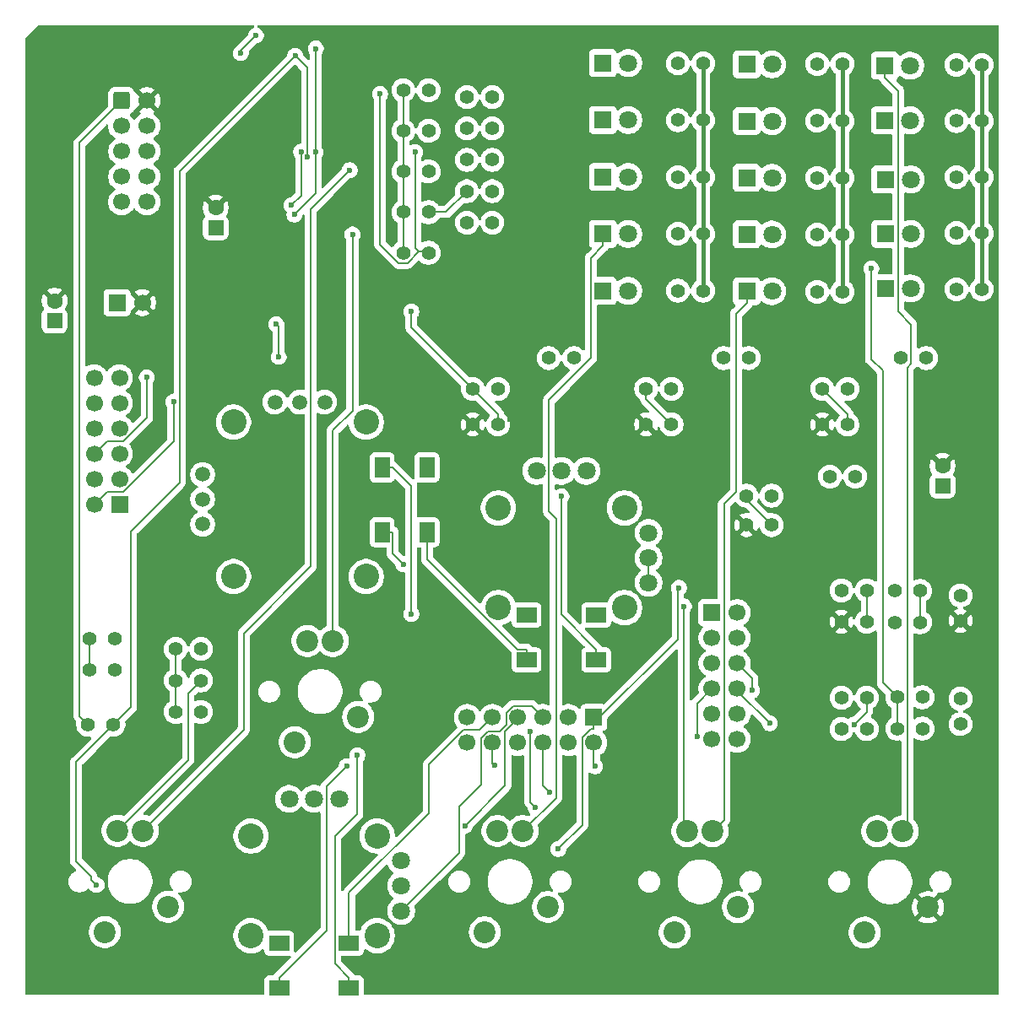
<source format=gbr>
%TF.GenerationSoftware,KiCad,Pcbnew,9.0.2*%
%TF.CreationDate,2025-06-15T14:19:34+02:00*%
%TF.ProjectId,test,74657374-2e6b-4696-9361-645f70636258,rev?*%
%TF.SameCoordinates,Original*%
%TF.FileFunction,Copper,L2,Bot*%
%TF.FilePolarity,Positive*%
%FSLAX46Y46*%
G04 Gerber Fmt 4.6, Leading zero omitted, Abs format (unit mm)*
G04 Created by KiCad (PCBNEW 9.0.2) date 2025-06-15 14:19:34*
%MOMM*%
%LPD*%
G01*
G04 APERTURE LIST*
G04 Aperture macros list*
%AMRoundRect*
0 Rectangle with rounded corners*
0 $1 Rounding radius*
0 $2 $3 $4 $5 $6 $7 $8 $9 X,Y pos of 4 corners*
0 Add a 4 corners polygon primitive as box body*
4,1,4,$2,$3,$4,$5,$6,$7,$8,$9,$2,$3,0*
0 Add four circle primitives for the rounded corners*
1,1,$1+$1,$2,$3*
1,1,$1+$1,$4,$5*
1,1,$1+$1,$6,$7*
1,1,$1+$1,$8,$9*
0 Add four rect primitives between the rounded corners*
20,1,$1+$1,$2,$3,$4,$5,0*
20,1,$1+$1,$4,$5,$6,$7,0*
20,1,$1+$1,$6,$7,$8,$9,0*
20,1,$1+$1,$8,$9,$2,$3,0*%
G04 Aperture macros list end*
%TA.AperFunction,ComponentPad*%
%ADD10C,2.540000*%
%TD*%
%TA.AperFunction,ComponentPad*%
%ADD11R,1.500000X2.000000*%
%TD*%
%TA.AperFunction,ComponentPad*%
%ADD12C,1.500000*%
%TD*%
%TA.AperFunction,ComponentPad*%
%ADD13R,1.800000X1.800000*%
%TD*%
%TA.AperFunction,ComponentPad*%
%ADD14C,1.800000*%
%TD*%
%TA.AperFunction,ComponentPad*%
%ADD15C,2.200000*%
%TD*%
%TA.AperFunction,ComponentPad*%
%ADD16RoundRect,0.250000X0.550000X-0.550000X0.550000X0.550000X-0.550000X0.550000X-0.550000X-0.550000X0*%
%TD*%
%TA.AperFunction,ComponentPad*%
%ADD17C,1.600000*%
%TD*%
%TA.AperFunction,ComponentPad*%
%ADD18C,1.400000*%
%TD*%
%TA.AperFunction,ComponentPad*%
%ADD19R,1.700000X1.700000*%
%TD*%
%TA.AperFunction,ComponentPad*%
%ADD20C,1.700000*%
%TD*%
%TA.AperFunction,ComponentPad*%
%ADD21R,2.000000X1.500000*%
%TD*%
%TA.AperFunction,ComponentPad*%
%ADD22RoundRect,0.250000X-0.600000X-0.600000X0.600000X-0.600000X0.600000X0.600000X-0.600000X0.600000X0*%
%TD*%
%TA.AperFunction,ViaPad*%
%ADD23C,0.600000*%
%TD*%
%TA.AperFunction,Conductor*%
%ADD24C,0.200000*%
%TD*%
%TA.AperFunction,Conductor*%
%ADD25C,0.400000*%
%TD*%
G04 APERTURE END LIST*
D10*
%TO.P,U2,1*%
%TO.N,N/C*%
X49159800Y-117548000D03*
%TO.P,U2,2*%
X35859800Y-117548000D03*
%TO.P,U2,3*%
X35859800Y-102048000D03*
%TO.P,U2,4*%
X49159800Y-102048000D03*
D11*
%TO.P,U2,5,SW1_A*%
%TO.N,Net-(J4-Pin_9)*%
X50759800Y-106598000D03*
%TO.P,U2,6,SW1_B*%
%TO.N,Net-(J4-Pin_7)*%
X50759800Y-113098000D03*
%TO.P,U2,7,SW2_A*%
%TO.N,Net-(J4-Pin_10)*%
X55259800Y-113098000D03*
%TO.P,U2,8,SW2_B*%
%TO.N,Net-(J4-Pin_8)*%
X55259800Y-106598000D03*
D12*
%TO.P,U2,9,Left*%
%TO.N,Net-(J4-Pin_1)*%
X32759800Y-112298000D03*
%TO.P,U2,10,LRCommon*%
%TO.N,Net-(J4-Pin_3)*%
X32759800Y-109798000D03*
%TO.P,U2,11,Right*%
%TO.N,Net-(J4-Pin_5)*%
X32759800Y-107298000D03*
%TO.P,U2,12,Up*%
%TO.N,Net-(J4-Pin_2)*%
X40009800Y-100048000D03*
%TO.P,U2,13,UDCommon*%
%TO.N,Net-(J4-Pin_4)*%
X42509800Y-100048000D03*
%TO.P,U2,14,Down*%
%TO.N,Net-(J4-Pin_6)*%
X45009800Y-100048000D03*
%TD*%
D13*
%TO.P,D10,1,K*%
%TO.N,Net-(D10-K)*%
X87330200Y-88907400D03*
D14*
%TO.P,D10,2,A*%
%TO.N,Net-(D10-A)*%
X89870200Y-88907400D03*
%TD*%
D15*
%TO.P,SW2,1,1*%
%TO.N,unconnected-(SW2-Pad1)*%
X22952400Y-153220000D03*
%TO.P,SW2,2,2*%
%TO.N,unconnected-(SW2-Pad2)*%
X29302400Y-150680000D03*
%TO.P,SW2,3,3*%
%TO.N,Net-(D12-K)*%
X26762400Y-143060000D03*
%TO.P,SW2,4,4*%
%TO.N,Net-(R17-Pad1)*%
X24222400Y-143060000D03*
%TD*%
D16*
%TO.P,C3,1*%
%TO.N,VCC5*%
X106969975Y-108435800D03*
D17*
%TO.P,C3,2*%
%TO.N,GND*%
X106969975Y-106435800D03*
%TD*%
D18*
%TO.P,R12,1*%
%TO.N,Net-(D12-A)*%
X108366600Y-71827500D03*
%TO.P,R12,2*%
%TO.N,Net-(Q9-C)*%
X110906600Y-71827500D03*
%TD*%
D13*
%TO.P,D6,1,K*%
%TO.N,Net-(D1-K)*%
X87330200Y-66149000D03*
D14*
%TO.P,D6,2,A*%
%TO.N,Net-(D6-A)*%
X89870200Y-66149000D03*
%TD*%
D18*
%TO.P,R29,1*%
%TO.N,PWM4*%
X55423800Y-85047800D03*
%TO.P,R29,2*%
%TO.N,VCC*%
X52883800Y-85047800D03*
%TD*%
%TO.P,R2,1*%
%TO.N,Net-(D2-A)*%
X80424600Y-71750900D03*
%TO.P,R2,2*%
%TO.N,Net-(Q14-C)*%
X82964600Y-71750900D03*
%TD*%
%TO.P,R43,1*%
%TO.N,{slash}RES*%
X23813600Y-132422800D03*
%TO.P,R43,2*%
%TO.N,VCC*%
X21273600Y-132422800D03*
%TD*%
D13*
%TO.P,D9,1,K*%
%TO.N,Net-(D14-K)*%
X87330200Y-83217800D03*
D14*
%TO.P,D9,2,A*%
%TO.N,Net-(D9-A)*%
X89870200Y-83217800D03*
%TD*%
D13*
%TO.P,D7,1,K*%
%TO.N,Net-(D12-K)*%
X87330200Y-71838600D03*
D14*
%TO.P,D7,2,A*%
%TO.N,Net-(D7-A)*%
X89870200Y-71838600D03*
%TD*%
D18*
%TO.P,R19,1*%
%TO.N,Net-(R19-Pad1)*%
X23965400Y-126909000D03*
%TO.P,R19,2*%
%TO.N,Net-(Q11-C)*%
X21425400Y-126909000D03*
%TD*%
D13*
%TO.P,D2,1,K*%
%TO.N,Net-(D12-K)*%
X72905800Y-71728000D03*
D14*
%TO.P,D2,2,A*%
%TO.N,Net-(D2-A)*%
X75445800Y-71728000D03*
%TD*%
D18*
%TO.P,R17,1*%
%TO.N,Net-(R17-Pad1)*%
X32603400Y-127973000D03*
%TO.P,R17,2*%
%TO.N,Net-(Q11-C)*%
X30063400Y-127973000D03*
%TD*%
%TO.P,R42,1*%
%TO.N,Net-(Q12-C)*%
X95672600Y-107503000D03*
%TO.P,R42,2*%
%TO.N,Net-(Q11-B)*%
X98212600Y-107503000D03*
%TD*%
%TO.P,R47,1*%
%TO.N,GND*%
X102163000Y-118983000D03*
%TO.P,R47,2*%
%TO.N,Net-(J3-Pin_5)*%
X104703000Y-118983000D03*
%TD*%
D19*
%TO.P,J2,1,Pin_1*%
%TO.N,VCC5*%
X24185800Y-90057000D03*
D20*
%TO.P,J2,2,Pin_2*%
%TO.N,GND*%
X26725800Y-90057000D03*
%TD*%
D18*
%TO.P,R8,1*%
%TO.N,Net-(D8-A)*%
X94396600Y-77530000D03*
%TO.P,R8,2*%
%TO.N,Net-(Q7-C)*%
X96936600Y-77530000D03*
%TD*%
%TO.P,R49,1*%
%TO.N,GND*%
X108767000Y-121981000D03*
%TO.P,R49,2*%
%TO.N,Net-(J3-Pin_4)*%
X108767000Y-119441000D03*
%TD*%
%TO.P,R51,1*%
%TO.N,Net-(Q17-B)*%
X96829000Y-132853000D03*
%TO.P,R51,2*%
%TO.N,Net-(J3-Pin_6)*%
X99369000Y-132853000D03*
%TD*%
%TO.P,R18,1*%
%TO.N,Net-(R18-Pad1)*%
X32603400Y-124823000D03*
%TO.P,R18,2*%
%TO.N,Net-(Q11-C)*%
X30063400Y-124823000D03*
%TD*%
%TO.P,R1,1*%
%TO.N,Net-(D1-A)*%
X80424600Y-66048200D03*
%TO.P,R1,2*%
%TO.N,Net-(Q14-C)*%
X82964600Y-66048200D03*
%TD*%
%TO.P,R44,1*%
%TO.N,Net-(Q13-B)*%
X96829000Y-118931000D03*
%TO.P,R44,2*%
%TO.N,Net-(J3-Pin_1)*%
X99369000Y-118931000D03*
%TD*%
%TO.P,R48,1*%
%TO.N,Net-(Q15-B)*%
X102163000Y-122133000D03*
%TO.P,R48,2*%
%TO.N,Net-(J3-Pin_5)*%
X104703000Y-122133000D03*
%TD*%
D13*
%TO.P,D12,1,K*%
%TO.N,Net-(D12-K)*%
X101195800Y-71755000D03*
D14*
%TO.P,D12,2,A*%
%TO.N,Net-(D12-A)*%
X103735800Y-71755000D03*
%TD*%
D18*
%TO.P,R5,1*%
%TO.N,Net-(D5-A)*%
X80424600Y-88859000D03*
%TO.P,R5,2*%
%TO.N,Net-(Q14-C)*%
X82964600Y-88859000D03*
%TD*%
D15*
%TO.P,SW4,1,1*%
%TO.N,unconnected-(SW4-Pad1)*%
X61052400Y-153240600D03*
%TO.P,SW4,2,2*%
%TO.N,unconnected-(SW4-Pad2)*%
X67402400Y-150700600D03*
%TO.P,SW4,3,3*%
%TO.N,Net-(D14-K)*%
X64862400Y-143080600D03*
%TO.P,SW4,4,4*%
%TO.N,Net-(R19-Pad1)*%
X62322400Y-143080600D03*
%TD*%
D18*
%TO.P,R13,1*%
%TO.N,Net-(D13-A)*%
X108366600Y-77454000D03*
%TO.P,R13,2*%
%TO.N,Net-(Q9-C)*%
X110906600Y-77454000D03*
%TD*%
%TO.P,R35,1*%
%TO.N,ON1*%
X77245200Y-98713000D03*
%TO.P,R35,2*%
%TO.N,Net-(Q8-B)*%
X79785200Y-98713000D03*
%TD*%
%TO.P,R40,1*%
%TO.N,GND*%
X87290600Y-112379000D03*
%TO.P,R40,2*%
%TO.N,ON3*%
X89830600Y-112379000D03*
%TD*%
D15*
%TO.P,SW5,1,1*%
%TO.N,unconnected-(SW5-Pad1)*%
X80102400Y-153263600D03*
%TO.P,SW5,2,2*%
%TO.N,unconnected-(SW5-Pad2)*%
X86452400Y-150723600D03*
%TO.P,SW5,3,3*%
%TO.N,Net-(D10-K)*%
X83912400Y-143103600D03*
%TO.P,SW5,4,4*%
%TO.N,Net-(R20-Pad1)*%
X81372400Y-143103600D03*
%TD*%
D18*
%TO.P,R9,1*%
%TO.N,Net-(D9-A)*%
X94396600Y-83244500D03*
%TO.P,R9,2*%
%TO.N,Net-(Q7-C)*%
X96936600Y-83244500D03*
%TD*%
D15*
%TO.P,SW3,1,1*%
%TO.N,unconnected-(SW3-Pad1)*%
X42002400Y-134167600D03*
%TO.P,SW3,2,2*%
%TO.N,unconnected-(SW3-Pad2)*%
X48352400Y-131627600D03*
%TO.P,SW3,3,3*%
%TO.N,Net-(D13-K)*%
X45812400Y-124007600D03*
%TO.P,SW3,4,4*%
%TO.N,Net-(R18-Pad1)*%
X43272400Y-124007600D03*
%TD*%
D16*
%TO.P,C4,1*%
%TO.N,VCC5*%
X17917575Y-91871800D03*
D17*
%TO.P,C4,2*%
%TO.N,GND*%
X17917575Y-89871800D03*
%TD*%
D18*
%TO.P,R7,1*%
%TO.N,Net-(D7-A)*%
X94396600Y-71815500D03*
%TO.P,R7,2*%
%TO.N,Net-(Q7-C)*%
X96936600Y-71815500D03*
%TD*%
%TO.P,R27,1*%
%TO.N,PWM2*%
X55423800Y-76894600D03*
%TO.P,R27,2*%
%TO.N,VCC*%
X52883800Y-76894600D03*
%TD*%
D13*
%TO.P,D15,1,K*%
%TO.N,Net-(D10-K)*%
X101243800Y-88637000D03*
D14*
%TO.P,D15,2,A*%
%TO.N,Net-(D15-A)*%
X103783800Y-88637000D03*
%TD*%
D19*
%TO.P,J3,1,Pin_1*%
%TO.N,Net-(J3-Pin_1)*%
X72000600Y-131690600D03*
D20*
%TO.P,J3,2,Pin_2*%
%TO.N,Net-(J3-Pin_2)*%
X72000600Y-134230600D03*
%TO.P,J3,3,Pin_3*%
%TO.N,Net-(J3-Pin_3)*%
X69460600Y-131690600D03*
%TO.P,J3,4,Pin_4*%
%TO.N,Net-(J3-Pin_4)*%
X69460600Y-134230600D03*
%TO.P,J3,5,Pin_5*%
%TO.N,Net-(J3-Pin_5)*%
X66920600Y-131690600D03*
%TO.P,J3,6,Pin_6*%
%TO.N,Net-(J3-Pin_6)*%
X66920600Y-134230600D03*
%TO.P,J3,7,Pin_7*%
%TO.N,Net-(J3-Pin_7)*%
X64380600Y-131690600D03*
%TO.P,J3,8,Pin_8*%
%TO.N,Net-(J3-Pin_8)*%
X64380600Y-134230600D03*
%TO.P,J3,9,Pin_9*%
%TO.N,Net-(J3-Pin_9)*%
X61840600Y-131690600D03*
%TO.P,J3,10,Pin_10*%
%TO.N,Net-(J3-Pin_10)*%
X61840600Y-134230600D03*
%TO.P,J3,11,Pin_11*%
%TO.N,unconnected-(J3-Pin_11-Pad11)*%
X59300600Y-131690600D03*
%TO.P,J3,12,Pin_12*%
%TO.N,unconnected-(J3-Pin_12-Pad12)*%
X59300600Y-134230600D03*
%TD*%
D18*
%TO.P,R14,1*%
%TO.N,Net-(D14-A)*%
X108366600Y-83080500D03*
%TO.P,R14,2*%
%TO.N,Net-(Q9-C)*%
X110906600Y-83080500D03*
%TD*%
D10*
%TO.P,U5,1*%
%TO.N,N/C*%
X62423000Y-120668000D03*
%TO.P,U5,2*%
X62423000Y-110668000D03*
%TO.P,U5,3*%
X75073000Y-110668000D03*
%TO.P,U5,4*%
X75073000Y-120668000D03*
D21*
%TO.P,U5,5,SW1_A*%
%TO.N,Net-(J4-Pin_9)*%
X72248000Y-121418000D03*
%TO.P,U5,6,SW1_B*%
%TO.N,Net-(J4-Pin_7)*%
X65248000Y-121418000D03*
%TO.P,U5,7,SW2_A*%
%TO.N,Net-(J4-Pin_10)*%
X65248000Y-125918000D03*
%TO.P,U5,8,SW2_B*%
%TO.N,Net-(J4-Pin_8)*%
X72248000Y-125918000D03*
D14*
%TO.P,U5,9,Left*%
%TO.N,Net-(J4-Pin_2)*%
X66248000Y-106938000D03*
%TO.P,U5,10,LRCommon*%
%TO.N,Net-(J4-Pin_4)*%
X68748000Y-106938000D03*
%TO.P,U5,11,Right*%
%TO.N,Net-(J4-Pin_6)*%
X71248000Y-106938000D03*
%TO.P,U5,12,Up*%
%TO.N,Net-(J4-Pin_1)*%
X77478000Y-113168000D03*
%TO.P,U5,13,UDCommon*%
%TO.N,Net-(J4-Pin_3)*%
X77478000Y-115668000D03*
%TO.P,U5,14,Down*%
X77478000Y-118168000D03*
%TD*%
D18*
%TO.P,R22,1*%
%TO.N,PWM1*%
X59270400Y-72577200D03*
%TO.P,R22,2*%
%TO.N,Net-(Q1-B)*%
X61810400Y-72577200D03*
%TD*%
%TO.P,R33,1*%
%TO.N,GND*%
X59856600Y-102289000D03*
%TO.P,R33,2*%
%TO.N,ON0*%
X62396600Y-102289000D03*
%TD*%
%TO.P,R21,1*%
%TO.N,PWM0*%
X59270400Y-69427200D03*
%TO.P,R21,2*%
%TO.N,Net-(Q5-B)*%
X61810400Y-69427200D03*
%TD*%
D13*
%TO.P,D8,1,K*%
%TO.N,Net-(D13-K)*%
X87330200Y-77528200D03*
D14*
%TO.P,D8,2,A*%
%TO.N,Net-(D8-A)*%
X89870200Y-77528200D03*
%TD*%
D18*
%TO.P,R6,1*%
%TO.N,Net-(D6-A)*%
X94396600Y-66101000D03*
%TO.P,R6,2*%
%TO.N,Net-(Q7-C)*%
X96936600Y-66101000D03*
%TD*%
D15*
%TO.P,SW1,1,1*%
%TO.N,{slash}RES*%
X99152400Y-153273200D03*
%TO.P,SW1,2,2*%
%TO.N,GND*%
X105502400Y-150733200D03*
%TO.P,SW1,3,3*%
%TO.N,Net-(D1-K)*%
X102962400Y-143113200D03*
%TO.P,SW1,4,4*%
%TO.N,Net-(R16-Pad1)*%
X100422400Y-143113200D03*
%TD*%
D10*
%TO.P,U1,1*%
%TO.N,N/C*%
X37616800Y-153587000D03*
%TO.P,U1,2*%
X37616800Y-143587000D03*
%TO.P,U1,3*%
X50266800Y-143587000D03*
%TO.P,U1,4*%
X50266800Y-153587000D03*
D21*
%TO.P,U1,5,SW1_A*%
%TO.N,Net-(J3-Pin_9)*%
X47441800Y-154337000D03*
%TO.P,U1,6,SW1_B*%
%TO.N,Net-(J3-Pin_7)*%
X40441800Y-154337000D03*
%TO.P,U1,7,SW2_A*%
%TO.N,Net-(J3-Pin_10)*%
X40441800Y-158837000D03*
%TO.P,U1,8,SW2_B*%
%TO.N,Net-(J3-Pin_8)*%
X47441800Y-158837000D03*
D14*
%TO.P,U1,9,Left*%
%TO.N,Net-(J3-Pin_2)*%
X41441800Y-139857000D03*
%TO.P,U1,10,LRCommon*%
%TO.N,Net-(J3-Pin_4)*%
X43941800Y-139857000D03*
%TO.P,U1,11,Right*%
%TO.N,Net-(J3-Pin_6)*%
X46441800Y-139857000D03*
%TO.P,U1,12,Up*%
%TO.N,Net-(J3-Pin_1)*%
X52671800Y-146087000D03*
%TO.P,U1,13,UDCommon*%
%TO.N,Net-(J3-Pin_3)*%
X52671800Y-148587000D03*
%TO.P,U1,14,Down*%
%TO.N,Net-(J3-Pin_5)*%
X52671800Y-151087000D03*
%TD*%
D18*
%TO.P,R41,1*%
%TO.N,ON3*%
X87290600Y-109433000D03*
%TO.P,R41,2*%
%TO.N,Net-(Q12-B)*%
X89830600Y-109433000D03*
%TD*%
%TO.P,R32,1*%
%TO.N,ON0*%
X59856600Y-98713000D03*
%TO.P,R32,2*%
%TO.N,Net-(Q6-B)*%
X62396600Y-98713000D03*
%TD*%
%TO.P,R38,1*%
%TO.N,ON2*%
X94910600Y-98713000D03*
%TO.P,R38,2*%
%TO.N,Net-(Q10-B)*%
X97450600Y-98713000D03*
%TD*%
%TO.P,R3,1*%
%TO.N,Net-(D3-A)*%
X80424600Y-77453600D03*
%TO.P,R3,2*%
%TO.N,Net-(Q14-C)*%
X82964600Y-77453600D03*
%TD*%
%TO.P,R52,1*%
%TO.N,VCC*%
X102417000Y-129653000D03*
%TO.P,R52,2*%
%TO.N,Net-(J3-Pin_2)*%
X104957000Y-129653000D03*
%TD*%
D19*
%TO.P,J5,1,Pin_1*%
%TO.N,Net-(J5-Pin_1)*%
X83835000Y-121175000D03*
D20*
%TO.P,J5,2,Pin_2*%
%TO.N,Net-(J5-Pin_2)*%
X86375000Y-121175000D03*
%TO.P,J5,3,Pin_3*%
%TO.N,Net-(J5-Pin_3)*%
X83835000Y-123715000D03*
%TO.P,J5,4,Pin_4*%
%TO.N,Net-(J5-Pin_4)*%
X86375000Y-123715000D03*
%TO.P,J5,5,Pin_5*%
%TO.N,Net-(J5-Pin_5)*%
X83835000Y-126255000D03*
%TO.P,J5,6,Pin_6*%
%TO.N,Net-(J5-Pin_6)*%
X86375000Y-126255000D03*
%TO.P,J5,7,Pin_7*%
%TO.N,Net-(J5-Pin_7)*%
X83835000Y-128795000D03*
%TO.P,J5,8,Pin_8*%
%TO.N,Net-(J5-Pin_8)*%
X86375000Y-128795000D03*
%TO.P,J5,9,Pin_9*%
%TO.N,unconnected-(J5-Pin_9-Pad9)*%
X83835000Y-131335000D03*
%TO.P,J5,10,Pin_10*%
%TO.N,unconnected-(J5-Pin_10-Pad10)*%
X86375000Y-131335000D03*
%TO.P,J5,11,Pin_11*%
%TO.N,unconnected-(J5-Pin_11-Pad11)*%
X83835000Y-133875000D03*
%TO.P,J5,12,Pin_12*%
%TO.N,unconnected-(J5-Pin_12-Pad12)*%
X86375000Y-133875000D03*
%TD*%
D18*
%TO.P,R31,1*%
%TO.N,Net-(Q6-C)*%
X67476600Y-95617000D03*
%TO.P,R31,2*%
%TO.N,Net-(Q14-B)*%
X70016600Y-95617000D03*
%TD*%
D13*
%TO.P,D13,1,K*%
%TO.N,Net-(D13-K)*%
X101243800Y-77697000D03*
D14*
%TO.P,D13,2,A*%
%TO.N,Net-(D13-A)*%
X103783800Y-77697000D03*
%TD*%
D18*
%TO.P,R20,1*%
%TO.N,Net-(R20-Pad1)*%
X23965400Y-123759000D03*
%TO.P,R20,2*%
%TO.N,Net-(Q11-C)*%
X21425400Y-123759000D03*
%TD*%
D13*
%TO.P,D11,1,K*%
%TO.N,Net-(D1-K)*%
X101195800Y-66285000D03*
D14*
%TO.P,D11,2,A*%
%TO.N,Net-(D11-A)*%
X103735800Y-66285000D03*
%TD*%
D18*
%TO.P,R23,1*%
%TO.N,PWM2*%
X59270400Y-75727200D03*
%TO.P,R23,2*%
%TO.N,Net-(Q2-B)*%
X61810400Y-75727200D03*
%TD*%
D13*
%TO.P,D5,1,K*%
%TO.N,Net-(D10-K)*%
X72905800Y-88873000D03*
D14*
%TO.P,D5,2,A*%
%TO.N,Net-(D5-A)*%
X75445800Y-88873000D03*
%TD*%
D13*
%TO.P,D3,1,K*%
%TO.N,Net-(D13-K)*%
X72905800Y-77443000D03*
D14*
%TO.P,D3,2,A*%
%TO.N,Net-(D3-A)*%
X75445800Y-77443000D03*
%TD*%
D18*
%TO.P,R16,1*%
%TO.N,Net-(R16-Pad1)*%
X32603400Y-131123000D03*
%TO.P,R16,2*%
%TO.N,Net-(Q11-C)*%
X30063400Y-131123000D03*
%TD*%
%TO.P,R10,1*%
%TO.N,Net-(D10-A)*%
X94396600Y-88959000D03*
%TO.P,R10,2*%
%TO.N,Net-(Q7-C)*%
X96936600Y-88959000D03*
%TD*%
%TO.P,R36,1*%
%TO.N,Net-(Q8-C)*%
X85002600Y-95617000D03*
%TO.P,R36,2*%
%TO.N,Net-(Q7-B)*%
X87542600Y-95617000D03*
%TD*%
%TO.P,R30,1*%
%TO.N,PWM0*%
X55423800Y-68741400D03*
%TO.P,R30,2*%
%TO.N,VCC*%
X52883800Y-68741400D03*
%TD*%
%TO.P,R37,1*%
%TO.N,GND*%
X94910600Y-102289000D03*
%TO.P,R37,2*%
%TO.N,ON2*%
X97450600Y-102289000D03*
%TD*%
%TO.P,R46,1*%
%TO.N,Net-(J3-Pin_3)*%
X108767000Y-132354000D03*
%TO.P,R46,2*%
%TO.N,VCC*%
X108767000Y-129814000D03*
%TD*%
D13*
%TO.P,D14,1,K*%
%TO.N,Net-(D14-K)*%
X101243800Y-83167000D03*
D14*
%TO.P,D14,2,A*%
%TO.N,Net-(D14-A)*%
X103783800Y-83167000D03*
%TD*%
D18*
%TO.P,R50,1*%
%TO.N,Net-(Q16-B)*%
X96829000Y-129703000D03*
%TO.P,R50,2*%
%TO.N,Net-(J3-Pin_2)*%
X99369000Y-129703000D03*
%TD*%
%TO.P,R45,1*%
%TO.N,GND*%
X96829000Y-122081000D03*
%TO.P,R45,2*%
%TO.N,Net-(J3-Pin_1)*%
X99369000Y-122081000D03*
%TD*%
%TO.P,R15,1*%
%TO.N,Net-(D15-A)*%
X108366600Y-88707000D03*
%TO.P,R15,2*%
%TO.N,Net-(Q9-C)*%
X110906600Y-88707000D03*
%TD*%
D19*
%TO.P,J4,1,Pin_1*%
%TO.N,Net-(J4-Pin_1)*%
X24419600Y-110301000D03*
D20*
%TO.P,J4,2,Pin_2*%
%TO.N,Net-(J4-Pin_2)*%
X21879600Y-110301000D03*
%TO.P,J4,3,Pin_3*%
%TO.N,Net-(J4-Pin_3)*%
X24419600Y-107761000D03*
%TO.P,J4,4,Pin_4*%
%TO.N,Net-(J4-Pin_4)*%
X21879600Y-107761000D03*
%TO.P,J4,5,Pin_5*%
%TO.N,Net-(J4-Pin_5)*%
X24419600Y-105221000D03*
%TO.P,J4,6,Pin_6*%
%TO.N,Net-(J4-Pin_6)*%
X21879600Y-105221000D03*
%TO.P,J4,7,Pin_7*%
%TO.N,Net-(J4-Pin_7)*%
X24419600Y-102681000D03*
%TO.P,J4,8,Pin_8*%
%TO.N,Net-(J4-Pin_8)*%
X21879600Y-102681000D03*
%TO.P,J4,9,Pin_9*%
%TO.N,Net-(J4-Pin_9)*%
X24419600Y-100141000D03*
%TO.P,J4,10,Pin_10*%
%TO.N,Net-(J4-Pin_10)*%
X21879600Y-100141000D03*
%TO.P,J4,11,Pin_11*%
%TO.N,unconnected-(J4-Pin_11-Pad11)*%
X24419600Y-97601000D03*
%TO.P,J4,12,Pin_12*%
%TO.N,unconnected-(J4-Pin_12-Pad12)*%
X21879600Y-97601000D03*
%TD*%
D18*
%TO.P,R4,1*%
%TO.N,Net-(D4-A)*%
X80424600Y-83156300D03*
%TO.P,R4,2*%
%TO.N,Net-(Q14-C)*%
X82964600Y-83156300D03*
%TD*%
%TO.P,R53,1*%
%TO.N,VCC*%
X102417000Y-132803000D03*
%TO.P,R53,2*%
%TO.N,Net-(J3-Pin_6)*%
X104957000Y-132803000D03*
%TD*%
%TO.P,R24,1*%
%TO.N,PWM3*%
X59270400Y-78877200D03*
%TO.P,R24,2*%
%TO.N,Net-(Q3-B)*%
X61810400Y-78877200D03*
%TD*%
D22*
%TO.P,J1,1,3V3*%
%TO.N,VCC*%
X24638200Y-69784000D03*
D20*
%TO.P,J1,2,GND*%
%TO.N,GND*%
X27178200Y-69784000D03*
%TO.P,J1,3,TXD*%
%TO.N,unconnected-(J1-TXD-Pad3)*%
X24638200Y-72324000D03*
%TO.P,J1,4,RXD*%
%TO.N,unconnected-(J1-RXD-Pad4)*%
X27178200Y-72324000D03*
%TO.P,J1,5,SCL*%
%TO.N,SCL*%
X24638200Y-74864000D03*
%TO.P,J1,6,SDA*%
%TO.N,SDA*%
X27178200Y-74864000D03*
%TO.P,J1,7,MISO*%
%TO.N,unconnected-(J1-MISO-Pad7)*%
X24638200Y-77404000D03*
%TO.P,J1,8,MOSI*%
%TO.N,unconnected-(J1-MOSI-Pad8)*%
X27178200Y-77404000D03*
%TO.P,J1,9,SCK*%
%TO.N,unconnected-(J1-SCK-Pad9)*%
X24638200Y-79944000D03*
%TO.P,J1,10,~{SSEL}*%
%TO.N,unconnected-(J1-~{SSEL}-Pad10)*%
X27178200Y-79944000D03*
%TD*%
D18*
%TO.P,R25,1*%
%TO.N,PWM4*%
X59270400Y-82027200D03*
%TO.P,R25,2*%
%TO.N,Net-(Q4-B)*%
X61810400Y-82027200D03*
%TD*%
D16*
%TO.P,C2,1*%
%TO.N,VCC*%
X34071975Y-82531000D03*
D17*
%TO.P,C2,2*%
%TO.N,GND*%
X34071975Y-80531000D03*
%TD*%
D13*
%TO.P,D4,1,K*%
%TO.N,Net-(D14-K)*%
X72905800Y-83158000D03*
D14*
%TO.P,D4,2,A*%
%TO.N,Net-(D4-A)*%
X75445800Y-83158000D03*
%TD*%
D18*
%TO.P,R26,1*%
%TO.N,PWM1*%
X55423800Y-72818000D03*
%TO.P,R26,2*%
%TO.N,VCC*%
X52883800Y-72818000D03*
%TD*%
%TO.P,R39,1*%
%TO.N,Net-(Q10-C)*%
X102784600Y-95617000D03*
%TO.P,R39,2*%
%TO.N,Net-(Q9-B)*%
X105324600Y-95617000D03*
%TD*%
%TO.P,R11,1*%
%TO.N,Net-(D11-A)*%
X108366600Y-66201000D03*
%TO.P,R11,2*%
%TO.N,Net-(Q9-C)*%
X110906600Y-66201000D03*
%TD*%
%TO.P,R28,1*%
%TO.N,PWM3*%
X55423800Y-80971200D03*
%TO.P,R28,2*%
%TO.N,VCC*%
X52883800Y-80971200D03*
%TD*%
D13*
%TO.P,D1,1,K*%
%TO.N,Net-(D1-K)*%
X72905800Y-66013000D03*
D14*
%TO.P,D1,2,A*%
%TO.N,Net-(D1-A)*%
X75445800Y-66013000D03*
%TD*%
D18*
%TO.P,R34,1*%
%TO.N,GND*%
X77245200Y-102289000D03*
%TO.P,R34,2*%
%TO.N,ON1*%
X79785200Y-102289000D03*
%TD*%
D23*
%TO.N,Net-(D12-K)*%
X47514200Y-76759900D03*
%TO.N,Net-(D13-K)*%
X47791700Y-83218700D03*
%TO.N,GND*%
X69176200Y-70683900D03*
X91491400Y-112472800D03*
X98806000Y-115824000D03*
X63548700Y-101731000D03*
X66375400Y-82685500D03*
X36606700Y-86769800D03*
X98758300Y-101873500D03*
X50546000Y-64516000D03*
X47648600Y-65579400D03*
X39831000Y-85099100D03*
X38100000Y-64770000D03*
X47798300Y-68266300D03*
X38303700Y-67852100D03*
X40844500Y-73240000D03*
X36068000Y-93472000D03*
X69176200Y-88496500D03*
X50292000Y-88392000D03*
X69176200Y-76246800D03*
X83010300Y-101119000D03*
X69176200Y-64314300D03*
X48006000Y-74930000D03*
X38199100Y-78002000D03*
X35858300Y-85948900D03*
%TO.N,SDA*%
X38100000Y-63246000D03*
X36576000Y-65024000D03*
X41685700Y-80266500D03*
X42645800Y-74910500D03*
%TO.N,VCC*%
X99822000Y-86614000D03*
%TO.N,SCL*%
X44074900Y-74951200D03*
X41966100Y-81206500D03*
X44113300Y-64561800D03*
%TO.N,PWM4*%
X50550800Y-69126400D03*
X54071600Y-74943100D03*
%TO.N,ON0*%
X53685900Y-90959800D03*
%TO.N,ON3*%
X40386000Y-95504000D03*
X40132000Y-92202000D03*
%TO.N,{slash}RES*%
X43247600Y-75468800D03*
X42039200Y-65278900D03*
X22126900Y-148497900D03*
%TO.N,Net-(J3-Pin_2)*%
X72132100Y-136595600D03*
X98099000Y-132386000D03*
%TO.N,Net-(J3-Pin_10)*%
X62032100Y-136502700D03*
X47209300Y-136583800D03*
%TO.N,Net-(J3-Pin_1)*%
X80530200Y-118687500D03*
X68421400Y-144889300D03*
%TO.N,Net-(J3-Pin_6)*%
X67592900Y-139206900D03*
%TO.N,Net-(J3-Pin_8)*%
X48268700Y-135476200D03*
%TO.N,Net-(J3-Pin_7)*%
X59066700Y-142552800D03*
%TO.N,Net-(J4-Pin_9)*%
X53685900Y-121314100D03*
%TO.N,Net-(J4-Pin_7)*%
X52899100Y-116330700D03*
%TO.N,Net-(J4-Pin_2)*%
X29844600Y-99994300D03*
%TO.N,Net-(J4-Pin_8)*%
X68746500Y-109488900D03*
%TO.N,Net-(J4-Pin_6)*%
X27162000Y-97570800D03*
%TO.N,Net-(R20-Pad1)*%
X81025100Y-120532100D03*
%TO.N,Net-(R16-Pad1)*%
X65650700Y-133057800D03*
X66151600Y-140691700D03*
%TO.N,Net-(J5-Pin_8)*%
X89650100Y-132265000D03*
%TO.N,Net-(J5-Pin_7)*%
X82334200Y-133640500D03*
%TO.N,Net-(J5-Pin_6)*%
X87880600Y-128958200D03*
%TD*%
D24*
%TO.N,VCC*%
X99814400Y-95723500D02*
X100972100Y-96881200D01*
X99822000Y-86614000D02*
X99814400Y-86621600D01*
X100972100Y-96881200D02*
X100972100Y-128208100D01*
X100972100Y-128208100D02*
X102417000Y-129653000D01*
X99814400Y-86621600D02*
X99814400Y-95723500D01*
%TO.N,Net-(D1-K)*%
X103433000Y-142642600D02*
X102962400Y-143113200D01*
X103821500Y-92277700D02*
X103821500Y-96180100D01*
X101195800Y-66285000D02*
X101195800Y-67486700D01*
X101195800Y-67486700D02*
X102513700Y-68804600D01*
X102513700Y-68804600D02*
X102513700Y-90969900D01*
X103433000Y-96568600D02*
X103433000Y-142642600D01*
X103821500Y-96180100D02*
X103433000Y-96568600D01*
X102513700Y-90969900D02*
X103821500Y-92277700D01*
%TO.N,Net-(D12-K)*%
X26762400Y-143060000D02*
X36882300Y-132940100D01*
X36882300Y-132940100D02*
X36882300Y-123234200D01*
X36882300Y-123234200D02*
X43604700Y-116511800D01*
X43604700Y-116511800D02*
X43604700Y-80669400D01*
X43604700Y-80669400D02*
X47514200Y-76759900D01*
%TO.N,Net-(D13-K)*%
X45812400Y-102875400D02*
X45812400Y-124007600D01*
X47791700Y-100896100D02*
X45812400Y-102875400D01*
X47791700Y-83218700D02*
X47791700Y-100896100D01*
%TO.N,Net-(D14-K)*%
X64862400Y-143080600D02*
X68194800Y-139748200D01*
X68194800Y-111722400D02*
X67498000Y-111025600D01*
X67498000Y-99822900D02*
X71704100Y-95616800D01*
X67498000Y-111025600D02*
X67498000Y-99822900D01*
X71704100Y-95616800D02*
X71704100Y-85561400D01*
X71704100Y-85561400D02*
X72905800Y-84359700D01*
X72905800Y-83158000D02*
X72905800Y-84359700D01*
X68194800Y-139748200D02*
X68194800Y-111722400D01*
%TO.N,Net-(D10-K)*%
X83912400Y-143103600D02*
X85045000Y-141971000D01*
X85045000Y-141971000D02*
X85045000Y-110264200D01*
X86272600Y-91166700D02*
X87330200Y-90109100D01*
X87330200Y-88907400D02*
X87330200Y-90109100D01*
X85045000Y-110264200D02*
X86272600Y-109036600D01*
X86272600Y-109036600D02*
X86272600Y-91166700D01*
%TO.N,SDA*%
X38100000Y-63246000D02*
X36576000Y-64770000D01*
X42645800Y-79306400D02*
X41685700Y-80266500D01*
X36576000Y-64770000D02*
X36576000Y-65024000D01*
X42645800Y-74910500D02*
X42645800Y-79306400D01*
%TO.N,VCC*%
X52883800Y-80971200D02*
X52883800Y-76894600D01*
X102417000Y-129653000D02*
X102417000Y-132803000D01*
X52883800Y-72818000D02*
X52883800Y-76894600D01*
X52883800Y-68741400D02*
X52883800Y-72818000D01*
X21273600Y-132422800D02*
X20414200Y-131563400D01*
X52883800Y-85047800D02*
X52883800Y-80971200D01*
X20414200Y-74008000D02*
X24638200Y-69784000D01*
X20414200Y-131563400D02*
X20414200Y-74008000D01*
%TO.N,SCL*%
X44074900Y-74951200D02*
X44113300Y-74912800D01*
X44113300Y-74912800D02*
X44113300Y-64561800D01*
X44074900Y-79097700D02*
X44074900Y-74951200D01*
X41966100Y-81206500D02*
X44074900Y-79097700D01*
D25*
%TO.N,Net-(Q7-C)*%
X96936600Y-77530000D02*
X96936600Y-71815500D01*
X96936600Y-77530000D02*
X96936600Y-83244500D01*
X96936600Y-88959000D02*
X96936600Y-83244500D01*
X96936600Y-71815500D02*
X96936600Y-66101000D01*
%TO.N,Net-(Q9-C)*%
X110906600Y-71827500D02*
X110906600Y-77454000D01*
X110906600Y-66201000D02*
X110906600Y-71827500D01*
X110906600Y-77454000D02*
X110906600Y-83080500D01*
X110906600Y-83080500D02*
X110906600Y-88707000D01*
D24*
%TO.N,Net-(Q11-C)*%
X21425400Y-126909000D02*
X21425400Y-123759000D01*
X30063400Y-127973000D02*
X30063400Y-131123000D01*
X30063400Y-124823000D02*
X30063400Y-127973000D01*
D25*
%TO.N,Net-(Q14-C)*%
X82964600Y-83156300D02*
X82964600Y-77453600D01*
X82964600Y-77453600D02*
X82964600Y-71750900D01*
X82964600Y-88859000D02*
X82964600Y-83156300D01*
X82964600Y-66048200D02*
X82964600Y-71750900D01*
D24*
%TO.N,PWM3*%
X55423800Y-80971200D02*
X57176400Y-80971200D01*
X57176400Y-80971200D02*
X59270400Y-78877200D01*
%TO.N,PWM4*%
X54071600Y-84615300D02*
X54415200Y-84958900D01*
X50550800Y-84210500D02*
X50550800Y-69126400D01*
X52421300Y-86081000D02*
X50550800Y-84210500D01*
X54415200Y-84958900D02*
X55334900Y-84958900D01*
X54071600Y-74943100D02*
X54071600Y-84615300D01*
X54415200Y-84958900D02*
X53293100Y-86081000D01*
X55334900Y-84958900D02*
X55423800Y-85047800D01*
X53293100Y-86081000D02*
X52421300Y-86081000D01*
%TO.N,ON0*%
X53685900Y-92542300D02*
X53685900Y-90959800D01*
X62396600Y-102289000D02*
X62396600Y-101253000D01*
X59856600Y-98713000D02*
X53685900Y-92542300D01*
X62396600Y-101253000D02*
X59856600Y-98713000D01*
%TO.N,ON1*%
X77245200Y-99749000D02*
X77245200Y-98713000D01*
X79785200Y-102289000D02*
X77245200Y-99749000D01*
%TO.N,ON2*%
X94910600Y-98713000D02*
X97450600Y-101253000D01*
X97450600Y-101253000D02*
X97450600Y-102289000D01*
%TO.N,ON3*%
X40386000Y-92456000D02*
X40132000Y-92202000D01*
X87290600Y-109839000D02*
X87290600Y-109433000D01*
X40386000Y-95504000D02*
X40386000Y-92456000D01*
X89830600Y-112379000D02*
X87290600Y-109839000D01*
%TO.N,{slash}RES*%
X30446300Y-76871800D02*
X42039200Y-65278900D01*
X25569800Y-130666600D02*
X25569800Y-113002900D01*
X22126900Y-148497900D02*
X21613400Y-147984400D01*
X42039200Y-65278900D02*
X43247600Y-66487300D01*
X23813600Y-132422800D02*
X25569800Y-130666600D01*
X20066000Y-146095130D02*
X20066000Y-136170400D01*
X25569800Y-113002900D02*
X30446300Y-108126400D01*
X21613400Y-147984400D02*
X21613400Y-147642530D01*
X30446300Y-108126400D02*
X30446300Y-76871800D01*
X43247600Y-66487300D02*
X43247600Y-75468800D01*
X20066000Y-136170400D02*
X23813600Y-132422800D01*
X21613400Y-147642530D02*
X20066000Y-146095130D01*
%TO.N,Net-(J3-Pin_9)*%
X47441800Y-154337000D02*
X47441800Y-149297100D01*
X58886000Y-132960600D02*
X60570600Y-132960600D01*
X60570600Y-132960600D02*
X61840600Y-131690600D01*
X55470100Y-136376500D02*
X58886000Y-132960600D01*
X47441800Y-149297100D02*
X55470100Y-141268800D01*
X55470100Y-141268800D02*
X55470100Y-136376500D01*
%TO.N,Net-(J3-Pin_2)*%
X72132100Y-136595600D02*
X72000600Y-136464100D01*
X72000600Y-136464100D02*
X72000600Y-134230600D01*
X99369000Y-129703000D02*
X99369000Y-131116000D01*
X99369000Y-131116000D02*
X98099000Y-132386000D01*
%TO.N,Net-(J3-Pin_10)*%
X45191800Y-153035300D02*
X45191800Y-138601300D01*
X45191800Y-138601300D02*
X47209300Y-136583800D01*
X40441800Y-157785300D02*
X45191800Y-153035300D01*
X40441800Y-158837000D02*
X40441800Y-157785300D01*
X62032100Y-136502700D02*
X61840600Y-136311200D01*
X61840600Y-136311200D02*
X61840600Y-134230600D01*
%TO.N,Net-(J3-Pin_1)*%
X72000600Y-132842300D02*
X71712600Y-132842300D01*
X72000600Y-131690600D02*
X72000600Y-132266400D01*
X70848900Y-142461800D02*
X68421400Y-144889300D01*
X72000600Y-132266400D02*
X72000600Y-132842300D01*
X80530200Y-118687500D02*
X80423400Y-118794300D01*
X71712600Y-132842300D02*
X70848900Y-133706000D01*
X70848900Y-133706000D02*
X70848900Y-142461800D01*
X80423400Y-123843600D02*
X72000600Y-132266400D01*
X80423400Y-118794300D02*
X80423400Y-123843600D01*
X99369000Y-118931000D02*
X99369000Y-122081000D01*
%TO.N,Net-(J3-Pin_5)*%
X63228900Y-132394000D02*
X63228900Y-131213600D01*
X60688900Y-133753600D02*
X61363600Y-133078900D01*
X58465000Y-140652400D02*
X60688900Y-138428500D01*
X61363600Y-133078900D02*
X62544100Y-133078900D01*
X63228900Y-131213600D02*
X63903600Y-130538900D01*
X60688900Y-138428500D02*
X60688900Y-133753600D01*
X63903600Y-130538900D02*
X65768900Y-130538900D01*
X58465000Y-145293800D02*
X58465000Y-140652400D01*
X65768900Y-130538900D02*
X66920600Y-131690600D01*
X62544100Y-133078900D02*
X62544100Y-133078800D01*
X52671800Y-151087000D02*
X58465000Y-145293800D01*
X62544100Y-133078800D02*
X63228900Y-132394000D01*
X104703000Y-122133000D02*
X104703000Y-118983000D01*
%TO.N,Net-(J3-Pin_6)*%
X67592900Y-139206900D02*
X66920600Y-138534600D01*
X66920600Y-138534600D02*
X66920600Y-134230600D01*
%TO.N,Net-(J3-Pin_8)*%
X46054800Y-156398300D02*
X46054800Y-143604000D01*
X47441800Y-158837000D02*
X47441800Y-157785300D01*
X48268700Y-141390100D02*
X48268700Y-135476200D01*
X47441800Y-157785300D02*
X46054800Y-156398300D01*
X46054800Y-143604000D02*
X48268700Y-141390100D01*
%TO.N,Net-(J3-Pin_7)*%
X64380600Y-131810400D02*
X64380600Y-131690600D01*
X59066700Y-142552800D02*
X63110600Y-138508900D01*
X63110600Y-133080400D02*
X64380600Y-131810400D01*
X63110600Y-138508900D02*
X63110600Y-133080400D01*
%TO.N,Net-(J4-Pin_9)*%
X50759800Y-106598000D02*
X51811500Y-106598000D01*
X53685900Y-121314100D02*
X53685900Y-108472400D01*
X53685900Y-108472400D02*
X51811500Y-106598000D01*
%TO.N,Net-(J4-Pin_3)*%
X77478000Y-118168000D02*
X77478000Y-115668000D01*
%TO.N,Net-(J4-Pin_7)*%
X51811500Y-115243100D02*
X52899100Y-116330700D01*
X51811500Y-113098000D02*
X51811500Y-115243100D01*
X50759800Y-113098000D02*
X51811500Y-113098000D01*
%TO.N,Net-(J4-Pin_2)*%
X21879600Y-110301000D02*
X23149600Y-109031000D01*
X24816500Y-109031000D02*
X29844600Y-104002900D01*
X23149600Y-109031000D02*
X24816500Y-109031000D01*
X29844600Y-104002900D02*
X29844600Y-99994300D01*
%TO.N,Net-(J4-Pin_8)*%
X72248000Y-124866300D02*
X68746500Y-121364800D01*
X68746500Y-121364800D02*
X68746500Y-109488900D01*
X72248000Y-125918000D02*
X72248000Y-124866300D01*
%TO.N,Net-(J4-Pin_6)*%
X24813500Y-103951000D02*
X27162000Y-101602500D01*
X27162000Y-101602500D02*
X27162000Y-97570800D01*
X21879600Y-105221000D02*
X23149600Y-103951000D01*
X23149600Y-103951000D02*
X24813500Y-103951000D01*
%TO.N,Net-(J4-Pin_10)*%
X65248000Y-125918000D02*
X65248000Y-124866300D01*
X55259800Y-115798300D02*
X64327800Y-124866300D01*
X55259800Y-113098000D02*
X55259800Y-115798300D01*
X64327800Y-124866300D02*
X65248000Y-124866300D01*
%TO.N,Net-(R20-Pad1)*%
X81025100Y-142756300D02*
X81372400Y-143103600D01*
X81025100Y-120532100D02*
X81025100Y-142756300D01*
%TO.N,Net-(R16-Pad1)*%
X65650700Y-140190800D02*
X65650700Y-133057800D01*
X66151600Y-140691700D02*
X65650700Y-140190800D01*
%TO.N,Net-(R17-Pad1)*%
X31333400Y-135949000D02*
X24222400Y-143060000D01*
X31333400Y-129243000D02*
X31333400Y-135949000D01*
X32603400Y-127973000D02*
X31333400Y-129243000D01*
%TO.N,Net-(J5-Pin_8)*%
X86375000Y-128795000D02*
X86375000Y-128989900D01*
X86375000Y-128989900D02*
X89650100Y-132265000D01*
%TO.N,Net-(J5-Pin_7)*%
X82334200Y-133640500D02*
X82334200Y-130295800D01*
X82334200Y-130295800D02*
X83835000Y-128795000D01*
%TO.N,Net-(J5-Pin_6)*%
X86375000Y-126255000D02*
X87880600Y-127760600D01*
X87880600Y-127760600D02*
X87880600Y-128958200D01*
%TD*%
%TA.AperFunction,Conductor*%
%TO.N,GND*%
G36*
X26712275Y-69976993D02*
G01*
X26778101Y-70091007D01*
X26871193Y-70184099D01*
X26985207Y-70249925D01*
X27048790Y-70266962D01*
X26416482Y-70899269D01*
X26416482Y-70899270D01*
X26470652Y-70938626D01*
X26470651Y-70938626D01*
X26479695Y-70943234D01*
X26530492Y-70991208D01*
X26547287Y-71059029D01*
X26524750Y-71125164D01*
X26479699Y-71164202D01*
X26470382Y-71168949D01*
X26298413Y-71293890D01*
X26148090Y-71444213D01*
X26023149Y-71616182D01*
X26018684Y-71624946D01*
X25970709Y-71675742D01*
X25902888Y-71692536D01*
X25836753Y-71669998D01*
X25797716Y-71624946D01*
X25793250Y-71616182D01*
X25668309Y-71444213D01*
X25517990Y-71293894D01*
X25517985Y-71293890D01*
X25513091Y-71290334D01*
X25470427Y-71235003D01*
X25464449Y-71165390D01*
X25497057Y-71103595D01*
X25546974Y-71072312D01*
X25557534Y-71068814D01*
X25706856Y-70976712D01*
X25830912Y-70852656D01*
X25923014Y-70703334D01*
X25946907Y-70631227D01*
X25986677Y-70573784D01*
X26051193Y-70546960D01*
X26061844Y-70546800D01*
X26695237Y-69913408D01*
X26712275Y-69976993D01*
G37*
%TD.AperFunction*%
%TA.AperFunction,Conductor*%
G36*
X37912596Y-62249685D02*
G01*
X37958351Y-62302489D01*
X37968295Y-62371647D01*
X37939270Y-62435203D01*
X37880492Y-62472977D01*
X37869749Y-62475617D01*
X37866508Y-62476261D01*
X37866498Y-62476264D01*
X37720827Y-62536602D01*
X37720814Y-62536609D01*
X37589711Y-62624210D01*
X37589707Y-62624213D01*
X37478213Y-62735707D01*
X37478210Y-62735711D01*
X37390609Y-62866814D01*
X37390602Y-62866827D01*
X37330264Y-63012498D01*
X37330261Y-63012508D01*
X37299361Y-63167850D01*
X37266976Y-63229761D01*
X37265425Y-63231339D01*
X36207283Y-64289481D01*
X36161265Y-64335497D01*
X36142479Y-64350915D01*
X36065706Y-64402214D01*
X36065704Y-64402217D01*
X35954213Y-64513707D01*
X35954210Y-64513711D01*
X35866609Y-64644814D01*
X35866602Y-64644827D01*
X35806264Y-64790498D01*
X35806261Y-64790510D01*
X35775500Y-64945153D01*
X35775500Y-65102846D01*
X35806261Y-65257489D01*
X35806264Y-65257501D01*
X35866602Y-65403172D01*
X35866609Y-65403185D01*
X35954210Y-65534288D01*
X35954213Y-65534292D01*
X36065707Y-65645786D01*
X36065711Y-65645789D01*
X36196814Y-65733390D01*
X36196827Y-65733397D01*
X36314073Y-65781961D01*
X36342503Y-65793737D01*
X36471911Y-65819478D01*
X36497153Y-65824499D01*
X36497156Y-65824500D01*
X36497158Y-65824500D01*
X36654844Y-65824500D01*
X36654845Y-65824499D01*
X36809497Y-65793737D01*
X36938837Y-65740163D01*
X36955172Y-65733397D01*
X36955172Y-65733396D01*
X36955179Y-65733394D01*
X37086289Y-65645789D01*
X37197789Y-65534289D01*
X37285394Y-65403179D01*
X37345737Y-65257497D01*
X37376500Y-65102842D01*
X37376500Y-64945158D01*
X37376420Y-64944758D01*
X37368455Y-64904716D01*
X37374681Y-64835125D01*
X37402388Y-64792845D01*
X38114662Y-64080572D01*
X38175983Y-64047089D01*
X38178150Y-64046638D01*
X38236085Y-64035113D01*
X38333497Y-64015737D01*
X38479179Y-63955394D01*
X38610289Y-63867789D01*
X38721789Y-63756289D01*
X38809394Y-63625179D01*
X38869737Y-63479497D01*
X38900500Y-63324842D01*
X38900500Y-63167158D01*
X38900500Y-63167155D01*
X38900499Y-63167153D01*
X38869738Y-63012510D01*
X38869738Y-63012508D01*
X38869737Y-63012503D01*
X38869735Y-63012498D01*
X38809397Y-62866827D01*
X38809390Y-62866814D01*
X38721789Y-62735711D01*
X38721786Y-62735707D01*
X38610292Y-62624213D01*
X38610288Y-62624210D01*
X38479185Y-62536609D01*
X38479172Y-62536602D01*
X38333501Y-62476264D01*
X38333491Y-62476261D01*
X38330251Y-62475617D01*
X38328710Y-62474811D01*
X38327665Y-62474494D01*
X38327725Y-62474295D01*
X38268340Y-62443232D01*
X38233766Y-62382516D01*
X38237506Y-62312747D01*
X38278373Y-62256075D01*
X38343391Y-62230494D01*
X38354443Y-62230000D01*
X112510600Y-62230000D01*
X112577639Y-62249685D01*
X112623394Y-62302489D01*
X112634600Y-62354000D01*
X112634600Y-159388000D01*
X112614915Y-159455039D01*
X112562111Y-159500794D01*
X112510600Y-159512000D01*
X49066300Y-159512000D01*
X48999261Y-159492315D01*
X48953506Y-159439511D01*
X48942300Y-159388000D01*
X48942299Y-158039129D01*
X48942298Y-158039123D01*
X48942297Y-158039116D01*
X48935891Y-157979517D01*
X48885596Y-157844669D01*
X48885595Y-157844668D01*
X48885593Y-157844664D01*
X48799347Y-157729455D01*
X48799344Y-157729452D01*
X48684135Y-157643206D01*
X48684128Y-157643202D01*
X48549282Y-157592908D01*
X48549283Y-157592908D01*
X48489683Y-157586501D01*
X48489681Y-157586500D01*
X48489673Y-157586500D01*
X48489665Y-157586500D01*
X48092012Y-157586500D01*
X48080496Y-157583118D01*
X48068549Y-157584260D01*
X48047591Y-157573456D01*
X48024973Y-157566815D01*
X48015562Y-157556946D01*
X48006445Y-157552246D01*
X47984627Y-157524503D01*
X47972440Y-157503396D01*
X47972437Y-157503392D01*
X47922320Y-157416584D01*
X47810516Y-157304780D01*
X47810515Y-157304779D01*
X47806185Y-157300449D01*
X47806174Y-157300439D01*
X46691619Y-156185884D01*
X46658134Y-156124561D01*
X46655300Y-156098203D01*
X46655300Y-155711499D01*
X46674985Y-155644460D01*
X46727789Y-155598705D01*
X46779300Y-155587499D01*
X48489671Y-155587499D01*
X48489672Y-155587499D01*
X48549283Y-155581091D01*
X48684131Y-155530796D01*
X48799346Y-155444546D01*
X48885596Y-155329331D01*
X48935891Y-155194483D01*
X48942300Y-155134873D01*
X48942299Y-155053787D01*
X48961983Y-154986751D01*
X49014786Y-154940995D01*
X49083945Y-154931051D01*
X49141785Y-154955413D01*
X49281054Y-155062278D01*
X49281056Y-155062279D01*
X49482037Y-155178314D01*
X49482040Y-155178315D01*
X49482048Y-155178320D01*
X49696470Y-155267137D01*
X49920651Y-155327206D01*
X50150755Y-155357500D01*
X50150762Y-155357500D01*
X50382838Y-155357500D01*
X50382845Y-155357500D01*
X50612949Y-155327206D01*
X50837130Y-155267137D01*
X51051552Y-155178320D01*
X51185549Y-155100957D01*
X51252543Y-155062279D01*
X51252545Y-155062278D01*
X51263607Y-155053790D01*
X51436677Y-154920989D01*
X51600789Y-154756877D01*
X51742076Y-154572748D01*
X51858120Y-154371752D01*
X51946937Y-154157330D01*
X52007006Y-153933149D01*
X52037300Y-153703045D01*
X52037300Y-153470955D01*
X52007006Y-153240851D01*
X51973187Y-153114638D01*
X59451900Y-153114638D01*
X59451900Y-153366562D01*
X59479231Y-153539123D01*
X59491310Y-153615385D01*
X59569160Y-153854983D01*
X59647813Y-154009347D01*
X59673035Y-154058848D01*
X59683532Y-154079448D01*
X59831601Y-154283249D01*
X59831605Y-154283254D01*
X60009745Y-154461394D01*
X60009750Y-154461398D01*
X60163004Y-154572743D01*
X60213555Y-154609470D01*
X60356584Y-154682347D01*
X60438016Y-154723839D01*
X60438018Y-154723839D01*
X60438021Y-154723841D01*
X60677615Y-154801690D01*
X60926438Y-154841100D01*
X60926439Y-154841100D01*
X61178361Y-154841100D01*
X61178362Y-154841100D01*
X61427185Y-154801690D01*
X61666779Y-154723841D01*
X61891245Y-154609470D01*
X62095056Y-154461393D01*
X62273193Y-154283256D01*
X62421270Y-154079445D01*
X62535641Y-153854979D01*
X62613490Y-153615385D01*
X62652900Y-153366562D01*
X62652900Y-153137638D01*
X78501900Y-153137638D01*
X78501900Y-153389562D01*
X78516148Y-153479517D01*
X78541310Y-153638385D01*
X78619160Y-153877983D01*
X78647269Y-153933149D01*
X78721812Y-154079448D01*
X78733532Y-154102448D01*
X78881601Y-154306249D01*
X78881605Y-154306254D01*
X79059745Y-154484394D01*
X79059750Y-154484398D01*
X79231894Y-154609467D01*
X79263555Y-154632470D01*
X79402447Y-154703239D01*
X79488016Y-154746839D01*
X79488018Y-154746839D01*
X79488021Y-154746841D01*
X79727615Y-154824690D01*
X79976438Y-154864100D01*
X79976439Y-154864100D01*
X80228361Y-154864100D01*
X80228362Y-154864100D01*
X80477185Y-154824690D01*
X80716779Y-154746841D01*
X80941245Y-154632470D01*
X81145056Y-154484393D01*
X81323193Y-154306256D01*
X81471270Y-154102445D01*
X81585641Y-153877979D01*
X81663490Y-153638385D01*
X81702900Y-153389562D01*
X81702900Y-153147238D01*
X97551900Y-153147238D01*
X97551900Y-153399162D01*
X97591310Y-153647985D01*
X97669160Y-153887583D01*
X97747813Y-154041947D01*
X97766919Y-154079445D01*
X97783532Y-154112048D01*
X97931601Y-154315849D01*
X97931605Y-154315854D01*
X98109745Y-154493994D01*
X98109750Y-154493998D01*
X98218134Y-154572743D01*
X98313555Y-154642070D01*
X98433606Y-154703239D01*
X98538016Y-154756439D01*
X98538018Y-154756439D01*
X98538021Y-154756441D01*
X98777615Y-154834290D01*
X99026438Y-154873700D01*
X99026439Y-154873700D01*
X99278361Y-154873700D01*
X99278362Y-154873700D01*
X99527185Y-154834290D01*
X99766779Y-154756441D01*
X99991245Y-154642070D01*
X100195056Y-154493993D01*
X100373193Y-154315856D01*
X100521270Y-154112045D01*
X100635641Y-153887579D01*
X100713490Y-153647985D01*
X100752900Y-153399162D01*
X100752900Y-153147238D01*
X100713490Y-152898415D01*
X100635641Y-152658821D01*
X100635639Y-152658818D01*
X100635639Y-152658816D01*
X100594147Y-152577384D01*
X100521270Y-152434355D01*
X100447777Y-152333200D01*
X100373198Y-152230550D01*
X100373194Y-152230545D01*
X100195054Y-152052405D01*
X100195049Y-152052401D01*
X99991248Y-151904332D01*
X99991247Y-151904331D01*
X99991245Y-151904330D01*
X99886834Y-151851130D01*
X99766783Y-151789960D01*
X99527185Y-151712110D01*
X99466573Y-151702510D01*
X99278362Y-151672700D01*
X99026438Y-151672700D01*
X98983442Y-151679510D01*
X98777614Y-151712110D01*
X98538016Y-151789960D01*
X98313551Y-151904332D01*
X98109750Y-152052401D01*
X98109745Y-152052405D01*
X97931605Y-152230545D01*
X97931601Y-152230550D01*
X97783532Y-152434351D01*
X97669160Y-152658816D01*
X97591310Y-152898414D01*
X97552752Y-153141859D01*
X97551900Y-153147238D01*
X81702900Y-153147238D01*
X81702900Y-153137638D01*
X81663490Y-152888815D01*
X81585641Y-152649221D01*
X81585639Y-152649218D01*
X81585639Y-152649216D01*
X81503240Y-152487500D01*
X81471270Y-152424755D01*
X81381430Y-152301100D01*
X81323198Y-152220950D01*
X81323194Y-152220945D01*
X81145054Y-152042805D01*
X81145049Y-152042801D01*
X80941248Y-151894732D01*
X80941247Y-151894731D01*
X80941245Y-151894730D01*
X80855675Y-151851130D01*
X80716783Y-151780360D01*
X80477185Y-151702510D01*
X80228362Y-151663100D01*
X79976438Y-151663100D01*
X79908269Y-151673897D01*
X79727614Y-151702510D01*
X79488016Y-151780360D01*
X79263551Y-151894732D01*
X79059750Y-152042801D01*
X79059745Y-152042805D01*
X78881605Y-152220945D01*
X78881601Y-152220950D01*
X78733532Y-152424751D01*
X78619160Y-152649216D01*
X78541310Y-152888814D01*
X78509999Y-153086501D01*
X78501900Y-153137638D01*
X62652900Y-153137638D01*
X62652900Y-153114638D01*
X62613490Y-152865815D01*
X62535641Y-152626221D01*
X62535639Y-152626218D01*
X62535639Y-152626216D01*
X62447388Y-152453015D01*
X62421270Y-152401755D01*
X62371462Y-152333200D01*
X62273198Y-152197950D01*
X62273194Y-152197945D01*
X62095054Y-152019805D01*
X62095049Y-152019801D01*
X61891248Y-151871732D01*
X61891247Y-151871731D01*
X61891245Y-151871730D01*
X61782850Y-151816500D01*
X61666783Y-151757360D01*
X61427185Y-151679510D01*
X61178362Y-151640100D01*
X60926438Y-151640100D01*
X60807677Y-151658910D01*
X60677614Y-151679510D01*
X60438016Y-151757360D01*
X60213551Y-151871732D01*
X60009750Y-152019801D01*
X60009745Y-152019805D01*
X59831605Y-152197945D01*
X59831601Y-152197950D01*
X59683532Y-152401751D01*
X59569160Y-152626216D01*
X59491310Y-152865814D01*
X59475996Y-152962500D01*
X59451900Y-153114638D01*
X51973187Y-153114638D01*
X51946937Y-153016670D01*
X51858120Y-152802248D01*
X51849066Y-152786565D01*
X51742079Y-152601256D01*
X51742078Y-152601254D01*
X51600790Y-152417124D01*
X51600784Y-152417117D01*
X51436682Y-152253015D01*
X51436675Y-152253009D01*
X51252545Y-152111721D01*
X51252543Y-152111720D01*
X51051562Y-151995685D01*
X51051554Y-151995681D01*
X51051552Y-151995680D01*
X50927747Y-151944398D01*
X50837128Y-151906862D01*
X50695003Y-151868780D01*
X50612949Y-151846794D01*
X50584186Y-151843007D01*
X50382852Y-151816500D01*
X50382845Y-151816500D01*
X50150755Y-151816500D01*
X50150747Y-151816500D01*
X49920651Y-151846794D01*
X49696471Y-151906862D01*
X49482054Y-151995677D01*
X49482037Y-151995685D01*
X49281056Y-152111720D01*
X49281054Y-152111721D01*
X49096924Y-152253009D01*
X49096917Y-152253015D01*
X48932815Y-152417117D01*
X48932809Y-152417124D01*
X48791521Y-152601254D01*
X48791520Y-152601256D01*
X48675485Y-152802237D01*
X48675477Y-152802254D01*
X48639623Y-152888814D01*
X48589444Y-153009954D01*
X48545605Y-153064356D01*
X48479311Y-153086421D01*
X48474885Y-153086500D01*
X48166300Y-153086500D01*
X48099261Y-153066815D01*
X48053506Y-153014011D01*
X48042300Y-152962500D01*
X48042300Y-149597196D01*
X48061985Y-149530157D01*
X48078614Y-149509520D01*
X51130184Y-146457949D01*
X51191505Y-146424466D01*
X51261197Y-146429450D01*
X51317130Y-146471322D01*
X51335794Y-146507314D01*
X51373903Y-146624603D01*
X51373904Y-146624606D01*
X51473987Y-146821025D01*
X51603552Y-146999358D01*
X51603556Y-146999363D01*
X51759436Y-147155243D01*
X51759441Y-147155247D01*
X51871527Y-147236682D01*
X51914193Y-147292011D01*
X51920172Y-147361625D01*
X51887567Y-147423420D01*
X51871527Y-147437318D01*
X51759441Y-147518752D01*
X51759436Y-147518756D01*
X51603556Y-147674636D01*
X51603552Y-147674641D01*
X51473987Y-147852974D01*
X51373904Y-148049393D01*
X51373903Y-148049396D01*
X51305785Y-148259047D01*
X51271300Y-148476778D01*
X51271300Y-148697222D01*
X51277662Y-148737388D01*
X51305785Y-148914952D01*
X51373903Y-149124603D01*
X51373904Y-149124606D01*
X51438011Y-149250419D01*
X51462458Y-149298400D01*
X51473987Y-149321025D01*
X51603552Y-149499358D01*
X51603555Y-149499362D01*
X51759436Y-149655243D01*
X51759441Y-149655247D01*
X51871527Y-149736682D01*
X51914193Y-149792011D01*
X51920172Y-149861625D01*
X51887567Y-149923420D01*
X51871527Y-149937318D01*
X51759441Y-150018752D01*
X51759436Y-150018756D01*
X51603556Y-150174636D01*
X51603552Y-150174641D01*
X51473987Y-150352974D01*
X51373904Y-150549393D01*
X51373903Y-150549396D01*
X51305785Y-150759047D01*
X51271300Y-150976778D01*
X51271300Y-151197221D01*
X51305785Y-151414952D01*
X51373903Y-151624603D01*
X51373904Y-151624606D01*
X51401880Y-151679510D01*
X51458157Y-151789959D01*
X51473987Y-151821025D01*
X51603552Y-151999358D01*
X51603556Y-151999363D01*
X51759436Y-152155243D01*
X51759441Y-152155247D01*
X51894003Y-152253011D01*
X51937778Y-152284815D01*
X52032738Y-152333200D01*
X52134193Y-152384895D01*
X52134196Y-152384896D01*
X52233365Y-152417117D01*
X52343849Y-152453015D01*
X52561578Y-152487500D01*
X52561579Y-152487500D01*
X52782021Y-152487500D01*
X52782022Y-152487500D01*
X52999751Y-152453015D01*
X53209406Y-152384895D01*
X53405822Y-152284815D01*
X53584165Y-152155242D01*
X53740042Y-151999365D01*
X53869615Y-151821022D01*
X53969695Y-151624606D01*
X54037815Y-151414951D01*
X54072300Y-151197222D01*
X54072300Y-150976778D01*
X54037815Y-150759049D01*
X54014988Y-150688794D01*
X54014553Y-150673581D01*
X54009235Y-150659322D01*
X54013576Y-150639366D01*
X54012993Y-150618953D01*
X54021081Y-150604866D01*
X54024087Y-150591049D01*
X54036372Y-150574638D01*
X65801900Y-150574638D01*
X65801900Y-150826561D01*
X65841310Y-151075385D01*
X65919160Y-151314983D01*
X65990186Y-151454378D01*
X66023035Y-151518848D01*
X66033532Y-151539448D01*
X66181601Y-151743249D01*
X66181605Y-151743254D01*
X66359745Y-151921394D01*
X66359750Y-151921398D01*
X66505719Y-152027450D01*
X66563555Y-152069470D01*
X66706584Y-152142347D01*
X66788016Y-152183839D01*
X66788018Y-152183839D01*
X66788021Y-152183841D01*
X67027615Y-152261690D01*
X67276438Y-152301100D01*
X67276439Y-152301100D01*
X67528361Y-152301100D01*
X67528362Y-152301100D01*
X67777185Y-152261690D01*
X68016779Y-152183841D01*
X68241245Y-152069470D01*
X68445056Y-151921393D01*
X68623193Y-151743256D01*
X68771270Y-151539445D01*
X68885641Y-151314979D01*
X68963490Y-151075385D01*
X69002900Y-150826562D01*
X69002900Y-150597638D01*
X84851900Y-150597638D01*
X84851900Y-150849562D01*
X84872049Y-150976778D01*
X84891310Y-151098385D01*
X84969160Y-151337983D01*
X85028467Y-151454378D01*
X85071812Y-151539448D01*
X85083532Y-151562448D01*
X85231601Y-151766249D01*
X85231605Y-151766254D01*
X85409745Y-151944394D01*
X85409750Y-151944398D01*
X85558410Y-152052405D01*
X85613555Y-152092470D01*
X85736752Y-152155242D01*
X85838016Y-152206839D01*
X85838018Y-152206839D01*
X85838021Y-152206841D01*
X86077615Y-152284690D01*
X86326438Y-152324100D01*
X86326439Y-152324100D01*
X86578361Y-152324100D01*
X86578362Y-152324100D01*
X86827185Y-152284690D01*
X87066779Y-152206841D01*
X87291245Y-152092470D01*
X87495056Y-151944393D01*
X87673193Y-151766256D01*
X87821270Y-151562445D01*
X87935641Y-151337979D01*
X88013490Y-151098385D01*
X88052900Y-150849562D01*
X88052900Y-150607271D01*
X103902400Y-150607271D01*
X103902400Y-150859128D01*
X103941797Y-151107869D01*
X104019619Y-151347384D01*
X104133957Y-151571783D01*
X104208148Y-151673897D01*
X104208148Y-151673898D01*
X104824821Y-151057224D01*
X104837759Y-151088458D01*
X104919837Y-151211297D01*
X105024303Y-151315763D01*
X105147142Y-151397841D01*
X105178374Y-151410777D01*
X104561700Y-152027450D01*
X104663816Y-152101642D01*
X104888215Y-152215980D01*
X105127730Y-152293802D01*
X105376472Y-152333200D01*
X105628328Y-152333200D01*
X105877069Y-152293802D01*
X106116584Y-152215980D01*
X106340975Y-152101646D01*
X106340981Y-152101642D01*
X106443097Y-152027450D01*
X106443098Y-152027450D01*
X105826425Y-151410778D01*
X105857658Y-151397841D01*
X105980497Y-151315763D01*
X106084963Y-151211297D01*
X106167041Y-151088458D01*
X106179977Y-151057225D01*
X106796650Y-151673898D01*
X106796650Y-151673897D01*
X106870842Y-151571781D01*
X106870846Y-151571775D01*
X106985180Y-151347384D01*
X107063002Y-151107869D01*
X107102400Y-150859128D01*
X107102400Y-150607271D01*
X107063002Y-150358530D01*
X106985180Y-150119015D01*
X106870842Y-149894616D01*
X106796650Y-149792501D01*
X106796650Y-149792500D01*
X106179977Y-150409173D01*
X106167041Y-150377942D01*
X106084963Y-150255103D01*
X105980497Y-150150637D01*
X105857658Y-150068559D01*
X105826424Y-150055621D01*
X106443097Y-149438949D01*
X106440800Y-149409751D01*
X106455164Y-149341374D01*
X106504216Y-149291617D01*
X106572381Y-149276278D01*
X106583814Y-149277548D01*
X106685789Y-149293700D01*
X106685790Y-149293700D01*
X106859010Y-149293700D01*
X106859011Y-149293700D01*
X107030101Y-149266602D01*
X107194845Y-149213073D01*
X107349188Y-149134432D01*
X107489328Y-149032614D01*
X107611814Y-148910128D01*
X107713632Y-148769988D01*
X107792273Y-148615645D01*
X107845802Y-148450901D01*
X107872900Y-148279811D01*
X107872900Y-148106589D01*
X107845802Y-147935499D01*
X107792273Y-147770755D01*
X107713632Y-147616412D01*
X107611814Y-147476272D01*
X107489328Y-147353786D01*
X107349188Y-147251968D01*
X107194845Y-147173327D01*
X107030101Y-147119798D01*
X107030099Y-147119797D01*
X107030098Y-147119797D01*
X106898671Y-147098981D01*
X106859011Y-147092700D01*
X106685789Y-147092700D01*
X106646128Y-147098981D01*
X106514702Y-147119797D01*
X106349952Y-147173328D01*
X106195611Y-147251968D01*
X106115656Y-147310059D01*
X106055472Y-147353786D01*
X106055470Y-147353788D01*
X106055469Y-147353788D01*
X105932988Y-147476269D01*
X105932988Y-147476270D01*
X105932986Y-147476272D01*
X105902118Y-147518758D01*
X105831168Y-147616411D01*
X105752528Y-147770752D01*
X105698997Y-147935502D01*
X105673420Y-148096989D01*
X105671900Y-148106589D01*
X105671900Y-148279811D01*
X105676383Y-148308113D01*
X105697477Y-148441301D01*
X105698998Y-148450901D01*
X105752527Y-148615645D01*
X105831168Y-148769988D01*
X105932986Y-148910128D01*
X105932988Y-148910130D01*
X105985517Y-148962659D01*
X106019002Y-149023982D01*
X106014018Y-149093674D01*
X105972146Y-149149607D01*
X105906682Y-149174024D01*
X105878438Y-149172813D01*
X105628328Y-149133200D01*
X105376472Y-149133200D01*
X105127730Y-149172597D01*
X104888215Y-149250419D01*
X104663813Y-149364759D01*
X104561701Y-149438947D01*
X104561700Y-149438948D01*
X105178374Y-150055621D01*
X105147142Y-150068559D01*
X105024303Y-150150637D01*
X104919837Y-150255103D01*
X104837759Y-150377942D01*
X104824821Y-150409174D01*
X104208148Y-149792500D01*
X104208147Y-149792501D01*
X104133959Y-149894613D01*
X104019619Y-150119015D01*
X103941797Y-150358530D01*
X103902400Y-150607271D01*
X88052900Y-150607271D01*
X88052900Y-150597638D01*
X88013490Y-150348815D01*
X87935641Y-150109221D01*
X87935639Y-150109218D01*
X87935639Y-150109216D01*
X87848052Y-149937318D01*
X87821270Y-149884755D01*
X87713689Y-149736682D01*
X87673198Y-149680950D01*
X87673194Y-149680945D01*
X87495050Y-149502801D01*
X87488736Y-149498214D01*
X87446072Y-149442883D01*
X87440094Y-149373270D01*
X87472702Y-149311475D01*
X87533541Y-149277120D01*
X87581018Y-149275425D01*
X87635789Y-149284100D01*
X87635791Y-149284100D01*
X87809010Y-149284100D01*
X87809011Y-149284100D01*
X87980101Y-149257002D01*
X88144845Y-149203473D01*
X88299188Y-149124832D01*
X88439328Y-149023014D01*
X88561814Y-148900528D01*
X88663632Y-148760388D01*
X88742273Y-148606045D01*
X88795802Y-148441301D01*
X88822900Y-148270211D01*
X88822900Y-148106589D01*
X95511900Y-148106589D01*
X95511900Y-148279811D01*
X95516383Y-148308113D01*
X95537477Y-148441301D01*
X95538998Y-148450901D01*
X95592527Y-148615645D01*
X95671168Y-148769988D01*
X95772986Y-148910128D01*
X95895472Y-149032614D01*
X96035612Y-149134432D01*
X96189955Y-149213073D01*
X96354699Y-149266602D01*
X96525789Y-149293700D01*
X96525790Y-149293700D01*
X96699010Y-149293700D01*
X96699011Y-149293700D01*
X96870101Y-149266602D01*
X97034845Y-149213073D01*
X97189188Y-149134432D01*
X97329328Y-149032614D01*
X97451814Y-148910128D01*
X97553632Y-148769988D01*
X97632273Y-148615645D01*
X97685802Y-148450901D01*
X97712900Y-148279811D01*
X97712900Y-148106589D01*
X97703254Y-148045686D01*
X99441900Y-148045686D01*
X99441900Y-148340713D01*
X99469026Y-148546748D01*
X99480407Y-148633193D01*
X99555904Y-148914952D01*
X99556761Y-148918151D01*
X99556764Y-148918161D01*
X99669654Y-149190700D01*
X99669658Y-149190710D01*
X99817161Y-149446193D01*
X99996752Y-149680240D01*
X99996758Y-149680247D01*
X100205352Y-149888841D01*
X100205359Y-149888847D01*
X100439406Y-150068438D01*
X100694889Y-150215941D01*
X100694890Y-150215941D01*
X100694893Y-150215943D01*
X100839012Y-150275639D01*
X100944271Y-150319239D01*
X100967448Y-150328839D01*
X101252407Y-150405193D01*
X101544894Y-150443700D01*
X101544901Y-150443700D01*
X101839899Y-150443700D01*
X101839906Y-150443700D01*
X102132393Y-150405193D01*
X102417352Y-150328839D01*
X102689907Y-150215943D01*
X102945394Y-150068438D01*
X103179442Y-149888846D01*
X103388046Y-149680242D01*
X103567638Y-149446194D01*
X103586461Y-149413593D01*
X103690425Y-149233520D01*
X103715143Y-149190707D01*
X103828039Y-148918152D01*
X103904393Y-148633193D01*
X103942900Y-148340706D01*
X103942900Y-148045694D01*
X103904393Y-147753207D01*
X103828039Y-147468248D01*
X103827385Y-147466670D01*
X103767124Y-147321186D01*
X103715143Y-147195693D01*
X103709600Y-147186093D01*
X103567638Y-146940206D01*
X103388047Y-146706159D01*
X103388041Y-146706152D01*
X103179447Y-146497558D01*
X103179440Y-146497552D01*
X102945393Y-146317961D01*
X102689910Y-146170458D01*
X102689900Y-146170454D01*
X102417361Y-146057564D01*
X102417354Y-146057562D01*
X102417352Y-146057561D01*
X102132393Y-145981207D01*
X102083513Y-145974771D01*
X101839913Y-145942700D01*
X101839906Y-145942700D01*
X101544894Y-145942700D01*
X101544886Y-145942700D01*
X101286048Y-145976778D01*
X101252407Y-145981207D01*
X101089114Y-146024961D01*
X100967448Y-146057561D01*
X100967438Y-146057564D01*
X100694899Y-146170454D01*
X100694889Y-146170458D01*
X100439406Y-146317961D01*
X100205359Y-146497552D01*
X100205352Y-146497558D01*
X99996758Y-146706152D01*
X99996752Y-146706159D01*
X99817161Y-146940206D01*
X99669658Y-147195689D01*
X99669654Y-147195699D01*
X99556764Y-147468238D01*
X99556761Y-147468248D01*
X99487118Y-147728163D01*
X99480408Y-147753204D01*
X99480406Y-147753215D01*
X99441900Y-148045686D01*
X97703254Y-148045686D01*
X97685802Y-147935499D01*
X97632273Y-147770755D01*
X97553632Y-147616412D01*
X97451814Y-147476272D01*
X97329328Y-147353786D01*
X97189188Y-147251968D01*
X97034845Y-147173327D01*
X96870101Y-147119798D01*
X96870099Y-147119797D01*
X96870098Y-147119797D01*
X96738671Y-147098981D01*
X96699011Y-147092700D01*
X96525789Y-147092700D01*
X96486128Y-147098981D01*
X96354702Y-147119797D01*
X96189952Y-147173328D01*
X96035611Y-147251968D01*
X95955656Y-147310059D01*
X95895472Y-147353786D01*
X95895470Y-147353788D01*
X95895469Y-147353788D01*
X95772988Y-147476269D01*
X95772988Y-147476270D01*
X95772986Y-147476272D01*
X95742118Y-147518758D01*
X95671168Y-147616411D01*
X95592528Y-147770752D01*
X95538997Y-147935502D01*
X95513420Y-148096989D01*
X95511900Y-148106589D01*
X88822900Y-148106589D01*
X88822900Y-148096989D01*
X88795802Y-147925899D01*
X88742273Y-147761155D01*
X88663632Y-147606812D01*
X88561814Y-147466672D01*
X88439328Y-147344186D01*
X88299188Y-147242368D01*
X88144847Y-147163728D01*
X88144846Y-147163727D01*
X88144845Y-147163727D01*
X87980101Y-147110198D01*
X87980099Y-147110197D01*
X87980098Y-147110197D01*
X87848671Y-147089381D01*
X87809011Y-147083100D01*
X87635789Y-147083100D01*
X87596128Y-147089381D01*
X87464702Y-147110197D01*
X87464699Y-147110198D01*
X87305246Y-147162008D01*
X87299952Y-147163728D01*
X87145611Y-147242368D01*
X87102330Y-147273814D01*
X87005472Y-147344186D01*
X87005470Y-147344188D01*
X87005469Y-147344188D01*
X86882988Y-147466669D01*
X86882988Y-147466670D01*
X86882986Y-147466672D01*
X86839259Y-147526856D01*
X86781168Y-147606811D01*
X86702528Y-147761152D01*
X86648997Y-147925902D01*
X86627595Y-148061032D01*
X86621900Y-148096989D01*
X86621900Y-148270211D01*
X86624638Y-148287499D01*
X86645474Y-148419055D01*
X86648998Y-148441301D01*
X86702527Y-148606045D01*
X86781168Y-148760388D01*
X86882986Y-148900528D01*
X86882988Y-148900530D01*
X86934917Y-148952459D01*
X86968402Y-149013782D01*
X86963418Y-149083474D01*
X86921546Y-149139407D01*
X86856082Y-149163824D01*
X86827838Y-149162613D01*
X86642130Y-149133200D01*
X86578362Y-149123100D01*
X86326438Y-149123100D01*
X86222830Y-149139510D01*
X86077614Y-149162510D01*
X85838016Y-149240360D01*
X85613551Y-149354732D01*
X85409750Y-149502801D01*
X85409745Y-149502805D01*
X85231605Y-149680945D01*
X85231601Y-149680950D01*
X85083532Y-149884751D01*
X84969160Y-150109216D01*
X84891310Y-150348814D01*
X84865078Y-150514433D01*
X84851900Y-150597638D01*
X69002900Y-150597638D01*
X69002900Y-150574638D01*
X68963490Y-150325815D01*
X68885641Y-150086221D01*
X68885639Y-150086218D01*
X68885639Y-150086216D01*
X68809771Y-149937318D01*
X68771270Y-149861755D01*
X68720954Y-149792501D01*
X68623198Y-149657950D01*
X68623194Y-149657945D01*
X68445050Y-149479801D01*
X68438736Y-149475214D01*
X68396072Y-149419883D01*
X68390094Y-149350270D01*
X68422702Y-149288475D01*
X68483541Y-149254120D01*
X68531018Y-149252425D01*
X68585789Y-149261100D01*
X68585791Y-149261100D01*
X68759010Y-149261100D01*
X68759011Y-149261100D01*
X68930101Y-149234002D01*
X69094845Y-149180473D01*
X69249188Y-149101832D01*
X69389328Y-149000014D01*
X69511814Y-148877528D01*
X69613632Y-148737388D01*
X69692273Y-148583045D01*
X69745802Y-148418301D01*
X69772900Y-148247211D01*
X69772900Y-148096989D01*
X76461900Y-148096989D01*
X76461900Y-148270211D01*
X76464638Y-148287499D01*
X76485474Y-148419055D01*
X76488998Y-148441301D01*
X76542527Y-148606045D01*
X76621168Y-148760388D01*
X76722986Y-148900528D01*
X76845472Y-149023014D01*
X76985612Y-149124832D01*
X77139955Y-149203473D01*
X77304699Y-149257002D01*
X77475789Y-149284100D01*
X77475790Y-149284100D01*
X77649010Y-149284100D01*
X77649011Y-149284100D01*
X77820101Y-149257002D01*
X77984845Y-149203473D01*
X78139188Y-149124832D01*
X78279328Y-149023014D01*
X78401814Y-148900528D01*
X78503632Y-148760388D01*
X78582273Y-148606045D01*
X78635802Y-148441301D01*
X78662900Y-148270211D01*
X78662900Y-148096989D01*
X78653254Y-148036086D01*
X80391900Y-148036086D01*
X80391900Y-148331113D01*
X80407671Y-148450901D01*
X80430407Y-148623593D01*
X80504612Y-148900530D01*
X80506761Y-148908551D01*
X80506764Y-148908561D01*
X80619654Y-149181100D01*
X80619658Y-149181110D01*
X80767161Y-149436593D01*
X80946752Y-149670640D01*
X80946758Y-149670647D01*
X81155352Y-149879241D01*
X81155359Y-149879247D01*
X81389406Y-150058838D01*
X81644889Y-150206341D01*
X81644890Y-150206341D01*
X81644893Y-150206343D01*
X81917448Y-150319239D01*
X82202407Y-150395593D01*
X82494894Y-150434100D01*
X82494901Y-150434100D01*
X82789899Y-150434100D01*
X82789906Y-150434100D01*
X83082393Y-150395593D01*
X83367352Y-150319239D01*
X83639907Y-150206343D01*
X83895394Y-150058838D01*
X84129442Y-149879246D01*
X84338046Y-149670642D01*
X84517638Y-149436594D01*
X84665143Y-149181107D01*
X84778039Y-148908552D01*
X84854393Y-148623593D01*
X84892900Y-148331106D01*
X84892900Y-148036094D01*
X84854393Y-147743607D01*
X84778039Y-147458648D01*
X84771834Y-147443669D01*
X84737851Y-147361625D01*
X84665143Y-147186093D01*
X84651867Y-147163099D01*
X84517638Y-146930606D01*
X84338047Y-146696559D01*
X84338041Y-146696552D01*
X84129447Y-146487958D01*
X84129440Y-146487952D01*
X83895393Y-146308361D01*
X83639910Y-146160858D01*
X83639900Y-146160854D01*
X83367361Y-146047964D01*
X83367354Y-146047962D01*
X83367352Y-146047961D01*
X83082393Y-145971607D01*
X83033513Y-145965171D01*
X82789913Y-145933100D01*
X82789906Y-145933100D01*
X82494894Y-145933100D01*
X82494886Y-145933100D01*
X82216485Y-145969753D01*
X82202407Y-145971607D01*
X82003286Y-146024961D01*
X81917448Y-146047961D01*
X81917438Y-146047964D01*
X81644899Y-146160854D01*
X81644889Y-146160858D01*
X81389406Y-146308361D01*
X81155359Y-146487952D01*
X81155352Y-146487958D01*
X80946758Y-146696552D01*
X80946752Y-146696559D01*
X80767161Y-146930606D01*
X80619658Y-147186089D01*
X80619654Y-147186099D01*
X80506764Y-147458638D01*
X80506761Y-147458648D01*
X80437389Y-147717552D01*
X80430408Y-147743604D01*
X80430406Y-147743615D01*
X80391900Y-148036086D01*
X78653254Y-148036086D01*
X78635802Y-147925899D01*
X78582273Y-147761155D01*
X78503632Y-147606812D01*
X78401814Y-147466672D01*
X78279328Y-147344186D01*
X78139188Y-147242368D01*
X77984847Y-147163728D01*
X77984846Y-147163727D01*
X77984845Y-147163727D01*
X77820101Y-147110198D01*
X77820099Y-147110197D01*
X77820098Y-147110197D01*
X77688671Y-147089381D01*
X77649011Y-147083100D01*
X77475789Y-147083100D01*
X77436128Y-147089381D01*
X77304702Y-147110197D01*
X77304699Y-147110198D01*
X77145246Y-147162008D01*
X77139952Y-147163728D01*
X76985611Y-147242368D01*
X76942330Y-147273814D01*
X76845472Y-147344186D01*
X76845470Y-147344188D01*
X76845469Y-147344188D01*
X76722988Y-147466669D01*
X76722988Y-147466670D01*
X76722986Y-147466672D01*
X76679259Y-147526856D01*
X76621168Y-147606811D01*
X76542528Y-147761152D01*
X76488997Y-147925902D01*
X76467595Y-148061032D01*
X76461900Y-148096989D01*
X69772900Y-148096989D01*
X69772900Y-148073989D01*
X69745802Y-147902899D01*
X69692273Y-147738155D01*
X69613632Y-147583812D01*
X69511814Y-147443672D01*
X69389328Y-147321186D01*
X69249188Y-147219368D01*
X69094845Y-147140727D01*
X68930101Y-147087198D01*
X68930099Y-147087197D01*
X68930098Y-147087197D01*
X68798671Y-147066381D01*
X68759011Y-147060100D01*
X68585789Y-147060100D01*
X68546128Y-147066381D01*
X68414702Y-147087197D01*
X68249952Y-147140728D01*
X68095611Y-147219368D01*
X67955469Y-147321188D01*
X67832988Y-147443669D01*
X67832988Y-147443670D01*
X67832986Y-147443672D01*
X67809303Y-147476269D01*
X67731168Y-147583811D01*
X67652528Y-147738152D01*
X67652527Y-147738154D01*
X67652527Y-147738155D01*
X67650756Y-147743607D01*
X67598997Y-147902902D01*
X67571900Y-148073989D01*
X67571900Y-148247210D01*
X67595734Y-148397697D01*
X67598998Y-148418301D01*
X67652527Y-148583045D01*
X67731168Y-148737388D01*
X67832986Y-148877528D01*
X67832988Y-148877530D01*
X67884917Y-148929459D01*
X67918402Y-148990782D01*
X67913418Y-149060474D01*
X67871546Y-149116407D01*
X67806082Y-149140824D01*
X67777838Y-149139613D01*
X67564337Y-149105798D01*
X67528362Y-149100100D01*
X67276438Y-149100100D01*
X67157677Y-149118910D01*
X67027614Y-149139510D01*
X66788016Y-149217360D01*
X66563551Y-149331732D01*
X66359750Y-149479801D01*
X66359745Y-149479805D01*
X66181605Y-149657945D01*
X66181601Y-149657950D01*
X66033532Y-149861751D01*
X65919160Y-150086216D01*
X65841310Y-150325814D01*
X65801900Y-150574638D01*
X54036372Y-150574638D01*
X54045235Y-150562798D01*
X56534045Y-148073989D01*
X57411900Y-148073989D01*
X57411900Y-148247210D01*
X57435734Y-148397697D01*
X57438998Y-148418301D01*
X57492527Y-148583045D01*
X57571168Y-148737388D01*
X57672986Y-148877528D01*
X57795472Y-149000014D01*
X57935612Y-149101832D01*
X58089955Y-149180473D01*
X58254699Y-149234002D01*
X58425789Y-149261100D01*
X58425790Y-149261100D01*
X58599010Y-149261100D01*
X58599011Y-149261100D01*
X58770101Y-149234002D01*
X58934845Y-149180473D01*
X59089188Y-149101832D01*
X59229328Y-149000014D01*
X59351814Y-148877528D01*
X59453632Y-148737388D01*
X59532273Y-148583045D01*
X59585802Y-148418301D01*
X59612900Y-148247211D01*
X59612900Y-148073989D01*
X59603254Y-148013086D01*
X61341900Y-148013086D01*
X61341900Y-148308113D01*
X61360699Y-148450897D01*
X61380407Y-148600593D01*
X61454612Y-148877530D01*
X61456761Y-148885551D01*
X61456764Y-148885561D01*
X61569654Y-149158100D01*
X61569658Y-149158110D01*
X61717161Y-149413593D01*
X61896752Y-149647640D01*
X61896758Y-149647647D01*
X62105352Y-149856241D01*
X62105359Y-149856247D01*
X62339406Y-150035838D01*
X62594889Y-150183341D01*
X62594890Y-150183341D01*
X62594893Y-150183343D01*
X62768137Y-150255103D01*
X62817705Y-150275635D01*
X62867448Y-150296239D01*
X63152407Y-150372593D01*
X63444894Y-150411100D01*
X63444901Y-150411100D01*
X63739899Y-150411100D01*
X63739906Y-150411100D01*
X64032393Y-150372593D01*
X64317352Y-150296239D01*
X64589907Y-150183343D01*
X64845394Y-150035838D01*
X65079442Y-149856246D01*
X65288046Y-149647642D01*
X65467638Y-149413594D01*
X65615143Y-149158107D01*
X65728039Y-148885552D01*
X65804393Y-148600593D01*
X65842900Y-148308106D01*
X65842900Y-148013094D01*
X65804393Y-147720607D01*
X65728039Y-147435648D01*
X65615143Y-147163093D01*
X65610610Y-147155242D01*
X65467638Y-146907606D01*
X65288047Y-146673559D01*
X65288041Y-146673552D01*
X65079447Y-146464958D01*
X65079440Y-146464952D01*
X64845393Y-146285361D01*
X64589910Y-146137858D01*
X64589900Y-146137854D01*
X64317361Y-146024964D01*
X64317354Y-146024962D01*
X64317352Y-146024961D01*
X64032393Y-145948607D01*
X63983513Y-145942171D01*
X63739913Y-145910100D01*
X63739906Y-145910100D01*
X63444894Y-145910100D01*
X63444886Y-145910100D01*
X63166485Y-145946753D01*
X63152407Y-145948607D01*
X63030738Y-145981208D01*
X62867448Y-146024961D01*
X62867438Y-146024964D01*
X62594899Y-146137854D01*
X62594889Y-146137858D01*
X62339406Y-146285361D01*
X62105359Y-146464952D01*
X62105352Y-146464958D01*
X61896758Y-146673552D01*
X61896752Y-146673559D01*
X61717161Y-146907606D01*
X61569658Y-147163089D01*
X61569654Y-147163099D01*
X61456764Y-147435638D01*
X61456761Y-147435648D01*
X61380407Y-147720607D01*
X61379412Y-147728163D01*
X61341900Y-148013086D01*
X59603254Y-148013086D01*
X59585802Y-147902899D01*
X59532273Y-147738155D01*
X59453632Y-147583812D01*
X59351814Y-147443672D01*
X59229328Y-147321186D01*
X59089188Y-147219368D01*
X58934845Y-147140727D01*
X58770101Y-147087198D01*
X58770099Y-147087197D01*
X58770098Y-147087197D01*
X58638671Y-147066381D01*
X58599011Y-147060100D01*
X58425789Y-147060100D01*
X58386128Y-147066381D01*
X58254702Y-147087197D01*
X58089952Y-147140728D01*
X57935611Y-147219368D01*
X57795469Y-147321188D01*
X57672988Y-147443669D01*
X57672988Y-147443670D01*
X57672986Y-147443672D01*
X57649303Y-147476269D01*
X57571168Y-147583811D01*
X57492528Y-147738152D01*
X57492527Y-147738154D01*
X57492527Y-147738155D01*
X57490756Y-147743607D01*
X57438997Y-147902902D01*
X57411900Y-148073989D01*
X56534045Y-148073989D01*
X58833713Y-145774321D01*
X58833716Y-145774320D01*
X58945520Y-145662516D01*
X58995639Y-145575704D01*
X59024577Y-145525585D01*
X59065501Y-145372857D01*
X59065501Y-145214743D01*
X59065501Y-145207148D01*
X59065500Y-145207130D01*
X59065500Y-143470985D01*
X59085185Y-143403946D01*
X59137989Y-143358191D01*
X59165309Y-143349368D01*
X59300197Y-143322537D01*
X59445879Y-143262194D01*
X59576989Y-143174589D01*
X59688489Y-143063089D01*
X59776094Y-142931979D01*
X59836437Y-142786297D01*
X59867200Y-142631642D01*
X59867338Y-142630950D01*
X59899723Y-142569039D01*
X59901219Y-142567515D01*
X63469106Y-138999627D01*
X63469111Y-138999624D01*
X63479314Y-138989420D01*
X63479316Y-138989420D01*
X63591120Y-138877616D01*
X63655339Y-138766385D01*
X63670177Y-138740685D01*
X63711100Y-138587958D01*
X63711100Y-138429843D01*
X63711100Y-135603736D01*
X63730785Y-135536697D01*
X63783589Y-135490942D01*
X63852747Y-135480998D01*
X63873406Y-135485802D01*
X64064357Y-135547846D01*
X64274313Y-135581100D01*
X64274314Y-135581100D01*
X64486886Y-135581100D01*
X64486887Y-135581100D01*
X64696843Y-135547846D01*
X64887883Y-135485772D01*
X64957723Y-135483778D01*
X65017556Y-135519858D01*
X65048384Y-135582559D01*
X65050200Y-135603704D01*
X65050200Y-140104130D01*
X65050199Y-140104148D01*
X65050199Y-140269854D01*
X65050198Y-140269854D01*
X65091123Y-140422586D01*
X65091124Y-140422587D01*
X65111687Y-140458203D01*
X65170181Y-140559517D01*
X65317025Y-140706361D01*
X65350511Y-140767683D01*
X65350962Y-140769851D01*
X65381861Y-140925191D01*
X65381864Y-140925201D01*
X65442202Y-141070872D01*
X65442209Y-141070885D01*
X65529810Y-141201988D01*
X65529813Y-141201992D01*
X65623111Y-141295290D01*
X65627449Y-141303235D01*
X65634697Y-141308661D01*
X65643931Y-141333420D01*
X65656596Y-141356613D01*
X65655950Y-141365642D01*
X65659114Y-141374125D01*
X65653497Y-141399945D01*
X65651612Y-141426305D01*
X65645793Y-141435358D01*
X65644262Y-141442398D01*
X65623111Y-141470652D01*
X65545323Y-141548440D01*
X65484000Y-141581925D01*
X65419324Y-141578690D01*
X65237187Y-141519510D01*
X65051013Y-141490023D01*
X64988362Y-141480100D01*
X64736438Y-141480100D01*
X64654461Y-141493084D01*
X64487614Y-141519510D01*
X64248016Y-141597360D01*
X64023551Y-141711732D01*
X63819750Y-141859801D01*
X63819745Y-141859805D01*
X63680081Y-141999470D01*
X63618758Y-142032955D01*
X63549066Y-142027971D01*
X63504719Y-141999470D01*
X63365054Y-141859805D01*
X63365049Y-141859801D01*
X63161248Y-141711732D01*
X63161247Y-141711731D01*
X63161245Y-141711730D01*
X63091147Y-141676013D01*
X62936783Y-141597360D01*
X62697185Y-141519510D01*
X62593577Y-141503100D01*
X62448362Y-141480100D01*
X62196438Y-141480100D01*
X62114461Y-141493084D01*
X61947614Y-141519510D01*
X61708016Y-141597360D01*
X61483551Y-141711732D01*
X61279750Y-141859801D01*
X61279745Y-141859805D01*
X61101605Y-142037945D01*
X61101601Y-142037950D01*
X60953532Y-142241751D01*
X60839160Y-142466216D01*
X60761310Y-142705814D01*
X60748564Y-142786289D01*
X60721900Y-142954638D01*
X60721900Y-143206562D01*
X60740269Y-143322537D01*
X60761310Y-143455385D01*
X60839160Y-143694983D01*
X60911551Y-143837057D01*
X60945709Y-143904096D01*
X60953532Y-143919448D01*
X61101601Y-144123249D01*
X61101605Y-144123254D01*
X61279745Y-144301394D01*
X61279750Y-144301398D01*
X61386576Y-144379011D01*
X61483555Y-144449470D01*
X61626584Y-144522347D01*
X61708016Y-144563839D01*
X61708018Y-144563839D01*
X61708021Y-144563841D01*
X61947615Y-144641690D01*
X62196438Y-144681100D01*
X62196439Y-144681100D01*
X62448361Y-144681100D01*
X62448362Y-144681100D01*
X62697185Y-144641690D01*
X62936779Y-144563841D01*
X63161245Y-144449470D01*
X63365056Y-144301393D01*
X63504719Y-144161730D01*
X63566042Y-144128245D01*
X63635734Y-144133229D01*
X63680081Y-144161730D01*
X63819745Y-144301394D01*
X63819750Y-144301398D01*
X63926576Y-144379011D01*
X64023555Y-144449470D01*
X64166584Y-144522347D01*
X64248016Y-144563839D01*
X64248018Y-144563839D01*
X64248021Y-144563841D01*
X64487615Y-144641690D01*
X64736438Y-144681100D01*
X64736439Y-144681100D01*
X64988361Y-144681100D01*
X64988362Y-144681100D01*
X65237185Y-144641690D01*
X65476779Y-144563841D01*
X65701245Y-144449470D01*
X65905056Y-144301393D01*
X66083193Y-144123256D01*
X66231270Y-143919445D01*
X66345641Y-143694979D01*
X66423490Y-143455385D01*
X66462900Y-143206562D01*
X66462900Y-142954638D01*
X66423490Y-142705815D01*
X66423489Y-142705811D01*
X66423489Y-142705810D01*
X66364309Y-142523673D01*
X66362314Y-142453832D01*
X66394557Y-142397676D01*
X68553306Y-140238928D01*
X68553311Y-140238924D01*
X68563514Y-140228720D01*
X68563516Y-140228720D01*
X68675320Y-140116916D01*
X68738549Y-140007400D01*
X68754377Y-139979985D01*
X68795300Y-139827258D01*
X68795300Y-139669143D01*
X68795300Y-135605101D01*
X68814985Y-135538062D01*
X68867789Y-135492307D01*
X68936947Y-135482363D01*
X68957612Y-135487168D01*
X69144357Y-135547846D01*
X69354313Y-135581100D01*
X69354314Y-135581100D01*
X69566886Y-135581100D01*
X69566887Y-135581100D01*
X69776843Y-135547846D01*
X69979012Y-135482157D01*
X70068105Y-135436761D01*
X70136773Y-135423865D01*
X70201514Y-135450141D01*
X70241771Y-135507247D01*
X70248400Y-135547246D01*
X70248400Y-142161703D01*
X70228715Y-142228742D01*
X70212081Y-142249384D01*
X68406739Y-144054725D01*
X68345416Y-144088210D01*
X68343250Y-144088661D01*
X68187908Y-144119561D01*
X68187898Y-144119564D01*
X68042227Y-144179902D01*
X68042214Y-144179909D01*
X67911111Y-144267510D01*
X67911107Y-144267513D01*
X67799613Y-144379007D01*
X67799610Y-144379011D01*
X67712009Y-144510114D01*
X67712002Y-144510127D01*
X67651664Y-144655798D01*
X67651661Y-144655810D01*
X67620900Y-144810453D01*
X67620900Y-144968146D01*
X67651661Y-145122789D01*
X67651664Y-145122801D01*
X67712002Y-145268472D01*
X67712009Y-145268485D01*
X67799610Y-145399588D01*
X67799613Y-145399592D01*
X67911107Y-145511086D01*
X67911111Y-145511089D01*
X68042214Y-145598690D01*
X68042227Y-145598697D01*
X68187898Y-145659035D01*
X68187903Y-145659037D01*
X68342553Y-145689799D01*
X68342556Y-145689800D01*
X68342558Y-145689800D01*
X68500244Y-145689800D01*
X68500245Y-145689799D01*
X68654897Y-145659037D01*
X68800579Y-145598694D01*
X68931689Y-145511089D01*
X69043189Y-145399589D01*
X69130794Y-145268479D01*
X69191137Y-145122797D01*
X69216816Y-144993702D01*
X69222038Y-144967450D01*
X69254423Y-144905539D01*
X69255919Y-144904015D01*
X71207406Y-142952527D01*
X71207411Y-142952524D01*
X71217614Y-142942320D01*
X71217616Y-142942320D01*
X71329420Y-142830516D01*
X71408477Y-142693584D01*
X71449400Y-142540857D01*
X71449400Y-137334175D01*
X71469085Y-137267136D01*
X71521889Y-137221381D01*
X71591047Y-137211437D01*
X71642289Y-137231072D01*
X71752921Y-137304994D01*
X71752923Y-137304995D01*
X71752927Y-137304997D01*
X71898598Y-137365335D01*
X71898603Y-137365337D01*
X72053253Y-137396099D01*
X72053256Y-137396100D01*
X72053258Y-137396100D01*
X72210944Y-137396100D01*
X72210945Y-137396099D01*
X72365597Y-137365337D01*
X72511279Y-137304994D01*
X72642389Y-137217389D01*
X72753889Y-137105889D01*
X72841494Y-136974779D01*
X72901837Y-136829097D01*
X72932600Y-136674442D01*
X72932600Y-136516758D01*
X72932600Y-136516755D01*
X72932599Y-136516753D01*
X72901838Y-136362110D01*
X72901837Y-136362103D01*
X72883452Y-136317717D01*
X72841497Y-136216427D01*
X72841490Y-136216414D01*
X72753889Y-136085311D01*
X72753886Y-136085307D01*
X72638082Y-135969503D01*
X72639946Y-135967638D01*
X72607070Y-135919290D01*
X72601100Y-135881277D01*
X72601100Y-135516318D01*
X72620785Y-135449279D01*
X72668807Y-135405833D01*
X72708415Y-135385652D01*
X72708415Y-135385651D01*
X72708416Y-135385651D01*
X72799793Y-135319261D01*
X72880386Y-135260709D01*
X72880388Y-135260706D01*
X72880392Y-135260704D01*
X73030704Y-135110392D01*
X73030706Y-135110388D01*
X73030709Y-135110386D01*
X73155648Y-134938420D01*
X73155647Y-134938420D01*
X73155651Y-134938416D01*
X73252157Y-134749012D01*
X73317846Y-134546843D01*
X73351100Y-134336887D01*
X73351100Y-134124313D01*
X73317846Y-133914357D01*
X73252157Y-133712188D01*
X73155651Y-133522784D01*
X73155649Y-133522781D01*
X73155648Y-133522779D01*
X73030709Y-133350813D01*
X72917169Y-133237273D01*
X72883684Y-133175950D01*
X72888668Y-133106258D01*
X72930540Y-133050325D01*
X72961515Y-133033410D01*
X73092931Y-132984396D01*
X73208146Y-132898146D01*
X73294396Y-132782931D01*
X73344691Y-132648083D01*
X73351100Y-132588473D01*
X73351099Y-131816495D01*
X73370783Y-131749457D01*
X73387413Y-131728820D01*
X80212921Y-124903313D01*
X80274242Y-124869830D01*
X80343934Y-124874814D01*
X80399867Y-124916686D01*
X80424284Y-124982150D01*
X80424600Y-124990996D01*
X80424600Y-141750709D01*
X80404915Y-141817748D01*
X80373487Y-141851025D01*
X80329744Y-141882807D01*
X80329742Y-141882809D01*
X80329741Y-141882809D01*
X80151605Y-142060945D01*
X80151601Y-142060950D01*
X80003532Y-142264751D01*
X79889160Y-142489216D01*
X79811981Y-142726749D01*
X79811310Y-142728815D01*
X79771900Y-142977638D01*
X79771900Y-143229562D01*
X79777069Y-143262197D01*
X79811310Y-143478385D01*
X79889160Y-143717983D01*
X79967813Y-143872347D01*
X79998793Y-143933149D01*
X80003532Y-143942448D01*
X80151601Y-144146249D01*
X80151605Y-144146254D01*
X80329745Y-144324394D01*
X80329750Y-144324398D01*
X80501894Y-144449467D01*
X80533555Y-144472470D01*
X80672447Y-144543239D01*
X80758016Y-144586839D01*
X80758018Y-144586839D01*
X80758021Y-144586841D01*
X80997615Y-144664690D01*
X81246438Y-144704100D01*
X81246439Y-144704100D01*
X81498361Y-144704100D01*
X81498362Y-144704100D01*
X81747185Y-144664690D01*
X81986779Y-144586841D01*
X82211245Y-144472470D01*
X82415056Y-144324393D01*
X82554719Y-144184730D01*
X82616042Y-144151245D01*
X82685734Y-144156229D01*
X82730081Y-144184730D01*
X82869745Y-144324394D01*
X82869750Y-144324398D01*
X83041894Y-144449467D01*
X83073555Y-144472470D01*
X83212447Y-144543239D01*
X83298016Y-144586839D01*
X83298018Y-144586839D01*
X83298021Y-144586841D01*
X83537615Y-144664690D01*
X83786438Y-144704100D01*
X83786439Y-144704100D01*
X84038361Y-144704100D01*
X84038362Y-144704100D01*
X84287185Y-144664690D01*
X84526779Y-144586841D01*
X84751245Y-144472470D01*
X84955056Y-144324393D01*
X85133193Y-144146256D01*
X85281270Y-143942445D01*
X85395641Y-143717979D01*
X85473490Y-143478385D01*
X85512900Y-143229562D01*
X85512900Y-142977638D01*
X85473490Y-142728815D01*
X85414308Y-142546674D01*
X85412314Y-142476834D01*
X85444556Y-142420679D01*
X85525520Y-142339716D01*
X85594299Y-142220586D01*
X85598642Y-142213065D01*
X85604576Y-142202786D01*
X85604577Y-142202785D01*
X85645500Y-142050058D01*
X85645500Y-141891943D01*
X85645500Y-135221352D01*
X85665185Y-135154313D01*
X85717989Y-135108558D01*
X85787147Y-135098614D01*
X85825796Y-135110868D01*
X85856583Y-135126555D01*
X85856585Y-135126555D01*
X85856588Y-135126557D01*
X86058757Y-135192246D01*
X86268713Y-135225500D01*
X86268714Y-135225500D01*
X86481286Y-135225500D01*
X86481287Y-135225500D01*
X86691243Y-135192246D01*
X86893412Y-135126557D01*
X87082816Y-135030051D01*
X87171098Y-134965911D01*
X87254786Y-134905109D01*
X87254788Y-134905106D01*
X87254792Y-134905104D01*
X87405104Y-134754792D01*
X87405106Y-134754788D01*
X87405109Y-134754786D01*
X87530048Y-134582820D01*
X87530049Y-134582819D01*
X87530051Y-134582816D01*
X87626557Y-134393412D01*
X87692246Y-134191243D01*
X87725500Y-133981287D01*
X87725500Y-133768713D01*
X87692246Y-133558757D01*
X87626557Y-133356588D01*
X87530051Y-133167184D01*
X87530049Y-133167181D01*
X87530048Y-133167179D01*
X87405109Y-132995213D01*
X87254786Y-132844890D01*
X87082820Y-132719951D01*
X87082115Y-132719591D01*
X87074054Y-132715485D01*
X87023259Y-132667512D01*
X87006463Y-132599692D01*
X87028999Y-132533556D01*
X87074054Y-132494515D01*
X87082816Y-132490051D01*
X87140033Y-132448481D01*
X87254786Y-132365109D01*
X87254788Y-132365106D01*
X87254792Y-132365104D01*
X87405104Y-132214792D01*
X87405106Y-132214788D01*
X87405109Y-132214786D01*
X87530048Y-132042820D01*
X87530047Y-132042820D01*
X87530051Y-132042816D01*
X87626557Y-131853412D01*
X87692246Y-131651243D01*
X87695285Y-131632059D01*
X87702923Y-131583832D01*
X87721837Y-131464407D01*
X87751766Y-131401275D01*
X87811077Y-131364343D01*
X87880940Y-131365341D01*
X87931991Y-131396126D01*
X88815525Y-132279660D01*
X88849010Y-132340983D01*
X88849461Y-132343149D01*
X88880361Y-132498491D01*
X88880364Y-132498501D01*
X88940702Y-132644172D01*
X88940709Y-132644185D01*
X89028310Y-132775288D01*
X89028313Y-132775292D01*
X89139807Y-132886786D01*
X89139811Y-132886789D01*
X89270914Y-132974390D01*
X89270927Y-132974397D01*
X89413399Y-133033410D01*
X89416603Y-133034737D01*
X89534388Y-133058166D01*
X89571253Y-133065499D01*
X89571256Y-133065500D01*
X89571258Y-133065500D01*
X89728944Y-133065500D01*
X89728945Y-133065499D01*
X89883597Y-133034737D01*
X89996266Y-132988067D01*
X90029272Y-132974397D01*
X90029272Y-132974396D01*
X90029279Y-132974394D01*
X90160389Y-132886789D01*
X90271889Y-132775289D01*
X90359494Y-132644179D01*
X90419837Y-132498497D01*
X90450600Y-132343842D01*
X90450600Y-132186158D01*
X90450600Y-132186155D01*
X90450599Y-132186153D01*
X90438095Y-132123291D01*
X90419837Y-132031503D01*
X90415456Y-132020927D01*
X90359497Y-131885827D01*
X90359490Y-131885814D01*
X90271889Y-131754711D01*
X90271886Y-131754707D01*
X90160392Y-131643213D01*
X90160388Y-131643210D01*
X90029285Y-131555609D01*
X90029272Y-131555602D01*
X89883601Y-131495264D01*
X89883591Y-131495261D01*
X89728249Y-131464361D01*
X89666338Y-131431976D01*
X89664760Y-131430425D01*
X88137964Y-129903629D01*
X88104479Y-129842306D01*
X88109463Y-129772614D01*
X88151335Y-129716681D01*
X88178185Y-129701390D01*
X88259779Y-129667594D01*
X88348200Y-129608513D01*
X95628500Y-129608513D01*
X95628500Y-129797486D01*
X95658059Y-129984118D01*
X95716454Y-130163836D01*
X95794036Y-130316098D01*
X95802240Y-130332199D01*
X95913310Y-130485073D01*
X96046927Y-130618690D01*
X96199801Y-130729760D01*
X96230065Y-130745180D01*
X96368163Y-130815545D01*
X96368165Y-130815545D01*
X96368168Y-130815547D01*
X96445762Y-130840759D01*
X96547881Y-130873940D01*
X96734514Y-130903500D01*
X96734519Y-130903500D01*
X96923486Y-130903500D01*
X97110118Y-130873940D01*
X97173025Y-130853500D01*
X97289832Y-130815547D01*
X97458199Y-130729760D01*
X97611073Y-130618690D01*
X97744690Y-130485073D01*
X97855760Y-130332199D01*
X97941547Y-130163832D01*
X97981069Y-130042195D01*
X98020507Y-129984521D01*
X98084866Y-129957323D01*
X98153712Y-129969238D01*
X98205188Y-130016482D01*
X98216930Y-130042194D01*
X98225258Y-130067824D01*
X98256454Y-130163836D01*
X98334036Y-130316098D01*
X98342240Y-130332199D01*
X98453310Y-130485073D01*
X98586927Y-130618690D01*
X98717386Y-130713474D01*
X98720725Y-130717804D01*
X98725703Y-130720078D01*
X98741835Y-130745180D01*
X98760051Y-130768803D01*
X98761303Y-130775474D01*
X98763477Y-130778856D01*
X98768500Y-130813791D01*
X98768500Y-130815903D01*
X98748815Y-130882942D01*
X98732181Y-130903584D01*
X98084339Y-131551425D01*
X98023016Y-131584910D01*
X98020850Y-131585361D01*
X97865508Y-131616261D01*
X97865498Y-131616264D01*
X97719827Y-131676602D01*
X97719814Y-131676609D01*
X97588714Y-131764208D01*
X97567269Y-131785653D01*
X97505945Y-131819137D01*
X97436253Y-131814151D01*
X97423294Y-131808455D01*
X97289836Y-131740454D01*
X97110118Y-131682059D01*
X96923486Y-131652500D01*
X96923481Y-131652500D01*
X96734519Y-131652500D01*
X96734514Y-131652500D01*
X96547881Y-131682059D01*
X96368163Y-131740454D01*
X96199800Y-131826240D01*
X96138888Y-131870496D01*
X96046927Y-131937310D01*
X96046925Y-131937312D01*
X96046924Y-131937312D01*
X95913312Y-132070924D01*
X95913312Y-132070925D01*
X95913310Y-132070927D01*
X95892367Y-132099753D01*
X95802240Y-132223800D01*
X95716454Y-132392163D01*
X95658059Y-132571881D01*
X95628500Y-132758513D01*
X95628500Y-132947486D01*
X95658059Y-133134118D01*
X95716454Y-133313836D01*
X95794264Y-133466545D01*
X95802240Y-133482199D01*
X95913310Y-133635073D01*
X96046927Y-133768690D01*
X96199801Y-133879760D01*
X96267702Y-133914357D01*
X96368163Y-133965545D01*
X96368165Y-133965545D01*
X96368168Y-133965547D01*
X96464497Y-133996846D01*
X96547881Y-134023940D01*
X96734514Y-134053500D01*
X96734519Y-134053500D01*
X96923486Y-134053500D01*
X97110118Y-134023940D01*
X97173025Y-134003500D01*
X97289832Y-133965547D01*
X97458199Y-133879760D01*
X97611073Y-133768690D01*
X97744690Y-133635073D01*
X97855760Y-133482199D01*
X97941547Y-133313832D01*
X97941548Y-133313829D01*
X97955080Y-133272182D01*
X97969030Y-133251780D01*
X97979298Y-133229297D01*
X97988406Y-133223443D01*
X97994517Y-133214507D01*
X98017283Y-133204885D01*
X98038076Y-133191523D01*
X98054483Y-133189163D01*
X98058875Y-133187308D01*
X98073011Y-133186500D01*
X98124989Y-133186500D01*
X98192028Y-133206185D01*
X98237783Y-133258989D01*
X98242920Y-133272181D01*
X98256454Y-133313836D01*
X98334264Y-133466545D01*
X98342240Y-133482199D01*
X98453310Y-133635073D01*
X98586927Y-133768690D01*
X98739801Y-133879760D01*
X98807702Y-133914357D01*
X98908163Y-133965545D01*
X98908165Y-133965545D01*
X98908168Y-133965547D01*
X99004497Y-133996846D01*
X99087881Y-134023940D01*
X99274514Y-134053500D01*
X99274519Y-134053500D01*
X99463486Y-134053500D01*
X99650118Y-134023940D01*
X99713025Y-134003500D01*
X99829832Y-133965547D01*
X99998199Y-133879760D01*
X100151073Y-133768690D01*
X100284690Y-133635073D01*
X100395760Y-133482199D01*
X100481547Y-133313832D01*
X100539940Y-133134118D01*
X100549216Y-133075551D01*
X100569500Y-132947486D01*
X100569500Y-132758513D01*
X100539940Y-132571881D01*
X100481545Y-132392163D01*
X100413956Y-132259513D01*
X100395760Y-132223801D01*
X100284690Y-132070927D01*
X100151073Y-131937310D01*
X99998199Y-131826240D01*
X99963294Y-131808455D01*
X99825528Y-131738259D01*
X99774732Y-131690284D01*
X99757937Y-131622463D01*
X99780475Y-131556328D01*
X99794131Y-131540104D01*
X99849520Y-131484716D01*
X99924536Y-131354784D01*
X99928577Y-131347785D01*
X99969500Y-131195058D01*
X99969500Y-131036943D01*
X99969500Y-130813791D01*
X99989185Y-130746752D01*
X100020612Y-130713475D01*
X100151073Y-130618690D01*
X100284690Y-130485073D01*
X100395760Y-130332199D01*
X100481547Y-130163832D01*
X100539940Y-129984118D01*
X100544644Y-129954420D01*
X100569500Y-129797486D01*
X100569500Y-129608513D01*
X100539940Y-129421881D01*
X100481545Y-129242163D01*
X100426426Y-129133986D01*
X100395760Y-129073801D01*
X100284690Y-128920927D01*
X100151073Y-128787310D01*
X99998199Y-128676240D01*
X99829836Y-128590454D01*
X99650118Y-128532059D01*
X99463486Y-128502500D01*
X99463481Y-128502500D01*
X99274519Y-128502500D01*
X99274514Y-128502500D01*
X99087881Y-128532059D01*
X98908163Y-128590454D01*
X98739800Y-128676240D01*
X98673088Y-128724710D01*
X98586927Y-128787310D01*
X98586925Y-128787312D01*
X98586924Y-128787312D01*
X98453312Y-128920924D01*
X98453312Y-128920925D01*
X98453310Y-128920927D01*
X98439380Y-128940100D01*
X98342240Y-129073800D01*
X98256454Y-129242163D01*
X98216931Y-129363803D01*
X98177493Y-129421478D01*
X98113134Y-129448676D01*
X98044288Y-129436761D01*
X97992812Y-129389516D01*
X97981069Y-129363803D01*
X97941545Y-129242163D01*
X97886426Y-129133986D01*
X97855760Y-129073801D01*
X97744690Y-128920927D01*
X97611073Y-128787310D01*
X97458199Y-128676240D01*
X97289836Y-128590454D01*
X97110118Y-128532059D01*
X96923486Y-128502500D01*
X96923481Y-128502500D01*
X96734519Y-128502500D01*
X96734514Y-128502500D01*
X96547881Y-128532059D01*
X96368163Y-128590454D01*
X96199800Y-128676240D01*
X96133088Y-128724710D01*
X96046927Y-128787310D01*
X96046925Y-128787312D01*
X96046924Y-128787312D01*
X95913312Y-128920924D01*
X95913312Y-128920925D01*
X95913310Y-128920927D01*
X95899380Y-128940100D01*
X95802240Y-129073800D01*
X95716454Y-129242163D01*
X95658059Y-129421881D01*
X95628500Y-129608513D01*
X88348200Y-129608513D01*
X88390889Y-129579989D01*
X88412365Y-129558513D01*
X88454913Y-129515966D01*
X88502386Y-129468492D01*
X88502389Y-129468489D01*
X88589994Y-129337379D01*
X88650337Y-129191697D01*
X88681100Y-129037042D01*
X88681100Y-128879358D01*
X88681100Y-128879355D01*
X88681099Y-128879353D01*
X88679422Y-128870924D01*
X88650337Y-128724703D01*
X88650335Y-128724698D01*
X88589997Y-128579027D01*
X88589990Y-128579014D01*
X88501998Y-128447325D01*
X88481120Y-128380647D01*
X88481100Y-128378434D01*
X88481100Y-127849659D01*
X88481101Y-127849646D01*
X88481101Y-127681545D01*
X88481101Y-127681543D01*
X88440177Y-127528815D01*
X88395344Y-127451162D01*
X88361120Y-127391884D01*
X88249316Y-127280080D01*
X88249315Y-127280079D01*
X88244985Y-127275749D01*
X88244974Y-127275739D01*
X87708757Y-126739522D01*
X87675272Y-126678199D01*
X87678507Y-126613523D01*
X87692246Y-126571243D01*
X87725500Y-126361287D01*
X87725500Y-126148713D01*
X87692246Y-125938757D01*
X87626557Y-125736588D01*
X87530051Y-125547184D01*
X87530049Y-125547181D01*
X87530048Y-125547179D01*
X87405109Y-125375213D01*
X87254786Y-125224890D01*
X87082820Y-125099951D01*
X87082115Y-125099591D01*
X87074054Y-125095485D01*
X87023259Y-125047512D01*
X87006463Y-124979692D01*
X87028999Y-124913556D01*
X87074054Y-124874515D01*
X87082816Y-124870051D01*
X87115307Y-124846445D01*
X87254786Y-124745109D01*
X87254788Y-124745106D01*
X87254792Y-124745104D01*
X87405104Y-124594792D01*
X87405106Y-124594788D01*
X87405109Y-124594786D01*
X87530048Y-124422820D01*
X87530047Y-124422820D01*
X87530051Y-124422816D01*
X87626557Y-124233412D01*
X87692246Y-124031243D01*
X87725500Y-123821287D01*
X87725500Y-123608713D01*
X87692246Y-123398757D01*
X87626557Y-123196588D01*
X87571678Y-123088882D01*
X96174669Y-123088882D01*
X96174670Y-123088883D01*
X96200059Y-123107329D01*
X96368362Y-123193085D01*
X96547997Y-123251451D01*
X96734553Y-123281000D01*
X96923447Y-123281000D01*
X97110002Y-123251451D01*
X97289637Y-123193085D01*
X97457937Y-123107331D01*
X97483328Y-123088883D01*
X97483328Y-123088882D01*
X96829001Y-122434554D01*
X96829000Y-122434554D01*
X96174669Y-123088882D01*
X87571678Y-123088882D01*
X87530051Y-123007184D01*
X87530049Y-123007181D01*
X87530048Y-123007179D01*
X87405109Y-122835213D01*
X87254786Y-122684890D01*
X87082820Y-122559951D01*
X87079972Y-122558500D01*
X87074054Y-122555485D01*
X87023259Y-122507512D01*
X87006463Y-122439692D01*
X87028999Y-122373556D01*
X87074054Y-122334515D01*
X87082816Y-122330051D01*
X87109155Y-122310915D01*
X87254786Y-122205109D01*
X87254788Y-122205106D01*
X87254792Y-122205104D01*
X87405104Y-122054792D01*
X87436157Y-122012051D01*
X87454683Y-121986552D01*
X95629000Y-121986552D01*
X95629000Y-122175447D01*
X95658548Y-122362002D01*
X95716914Y-122541637D01*
X95802666Y-122709933D01*
X95821116Y-122735328D01*
X96475446Y-122081000D01*
X96475446Y-122080999D01*
X96429369Y-122034922D01*
X96479000Y-122034922D01*
X96479000Y-122127078D01*
X96502852Y-122216095D01*
X96548930Y-122295905D01*
X96614095Y-122361070D01*
X96693905Y-122407148D01*
X96782922Y-122431000D01*
X96875078Y-122431000D01*
X96964095Y-122407148D01*
X97043905Y-122361070D01*
X97109070Y-122295905D01*
X97155148Y-122216095D01*
X97179000Y-122127078D01*
X97179000Y-122034922D01*
X97155148Y-121945905D01*
X97109070Y-121866095D01*
X97043905Y-121800930D01*
X96964095Y-121754852D01*
X96875078Y-121731000D01*
X96782922Y-121731000D01*
X96693905Y-121754852D01*
X96614095Y-121800930D01*
X96548930Y-121866095D01*
X96502852Y-121945905D01*
X96479000Y-122034922D01*
X96429369Y-122034922D01*
X95821116Y-121426669D01*
X95821116Y-121426670D01*
X95802669Y-121452060D01*
X95716914Y-121620362D01*
X95658548Y-121799997D01*
X95629000Y-121986552D01*
X87454683Y-121986552D01*
X87511173Y-121908801D01*
X87523683Y-121891579D01*
X87530051Y-121882816D01*
X87626557Y-121693412D01*
X87692246Y-121491243D01*
X87725500Y-121281287D01*
X87725500Y-121073116D01*
X96174669Y-121073116D01*
X96829000Y-121727446D01*
X96829001Y-121727446D01*
X97483328Y-121073116D01*
X97457933Y-121054666D01*
X97289637Y-120968914D01*
X97110002Y-120910548D01*
X96923447Y-120881000D01*
X96734553Y-120881000D01*
X96547997Y-120910548D01*
X96368362Y-120968914D01*
X96200060Y-121054669D01*
X96174670Y-121073116D01*
X96174669Y-121073116D01*
X87725500Y-121073116D01*
X87725500Y-121068713D01*
X87692246Y-120858757D01*
X87626557Y-120656588D01*
X87530051Y-120467184D01*
X87530049Y-120467181D01*
X87530048Y-120467179D01*
X87405109Y-120295213D01*
X87254786Y-120144890D01*
X87082820Y-120019951D01*
X86893414Y-119923444D01*
X86893413Y-119923443D01*
X86893412Y-119923443D01*
X86691243Y-119857754D01*
X86691241Y-119857753D01*
X86691240Y-119857753D01*
X86529957Y-119832208D01*
X86481287Y-119824500D01*
X86268713Y-119824500D01*
X86220042Y-119832208D01*
X86058760Y-119857753D01*
X85856584Y-119923444D01*
X85825793Y-119939133D01*
X85757124Y-119952028D01*
X85692384Y-119925750D01*
X85652128Y-119868643D01*
X85645500Y-119828647D01*
X85645500Y-118836513D01*
X95628500Y-118836513D01*
X95628500Y-119025486D01*
X95658059Y-119212118D01*
X95716454Y-119391836D01*
X95789648Y-119535486D01*
X95802240Y-119560199D01*
X95913310Y-119713073D01*
X96046927Y-119846690D01*
X96199801Y-119957760D01*
X96233150Y-119974752D01*
X96368163Y-120043545D01*
X96368165Y-120043545D01*
X96368168Y-120043547D01*
X96442297Y-120067633D01*
X96547881Y-120101940D01*
X96734514Y-120131500D01*
X96734519Y-120131500D01*
X96923486Y-120131500D01*
X97110118Y-120101940D01*
X97123250Y-120097673D01*
X97289832Y-120043547D01*
X97458199Y-119957760D01*
X97611073Y-119846690D01*
X97744690Y-119713073D01*
X97855760Y-119560199D01*
X97941547Y-119391832D01*
X97981069Y-119270195D01*
X98020507Y-119212521D01*
X98084866Y-119185323D01*
X98153712Y-119197238D01*
X98205188Y-119244482D01*
X98216931Y-119270196D01*
X98256454Y-119391836D01*
X98329648Y-119535486D01*
X98342240Y-119560199D01*
X98453310Y-119713073D01*
X98586927Y-119846690D01*
X98717386Y-119941474D01*
X98760051Y-119996803D01*
X98768500Y-120041791D01*
X98768500Y-120970207D01*
X98748815Y-121037246D01*
X98717386Y-121070525D01*
X98586925Y-121165311D01*
X98453312Y-121298924D01*
X98453312Y-121298925D01*
X98453310Y-121298927D01*
X98405610Y-121364579D01*
X98342240Y-121451800D01*
X98256454Y-121620163D01*
X98216668Y-121742612D01*
X98177230Y-121800287D01*
X98112871Y-121827485D01*
X98044025Y-121815570D01*
X97992549Y-121768325D01*
X97980806Y-121742611D01*
X97941085Y-121620362D01*
X97855329Y-121452059D01*
X97836883Y-121426670D01*
X97836882Y-121426669D01*
X97182554Y-122080999D01*
X97182554Y-122081000D01*
X97836882Y-122735328D01*
X97836883Y-122735328D01*
X97855331Y-122709937D01*
X97941086Y-122541635D01*
X97980806Y-122419389D01*
X98020243Y-122361713D01*
X98084601Y-122334514D01*
X98153448Y-122346428D01*
X98204924Y-122393672D01*
X98216668Y-122419387D01*
X98256454Y-122541836D01*
X98333595Y-122693232D01*
X98342240Y-122710199D01*
X98453310Y-122863073D01*
X98586927Y-122996690D01*
X98739801Y-123107760D01*
X98783059Y-123129801D01*
X98908163Y-123193545D01*
X98908165Y-123193545D01*
X98908168Y-123193547D01*
X98984023Y-123218194D01*
X99087881Y-123251940D01*
X99274514Y-123281500D01*
X99274519Y-123281500D01*
X99463486Y-123281500D01*
X99650118Y-123251940D01*
X99651838Y-123251381D01*
X99829832Y-123193547D01*
X99998199Y-123107760D01*
X100151073Y-122996690D01*
X100159919Y-122987844D01*
X100221242Y-122954359D01*
X100290934Y-122959343D01*
X100346867Y-123001215D01*
X100371284Y-123066679D01*
X100371600Y-123075525D01*
X100371600Y-128121430D01*
X100371599Y-128121448D01*
X100371599Y-128287154D01*
X100371598Y-128287154D01*
X100412523Y-128439887D01*
X100412525Y-128439890D01*
X100434965Y-128478756D01*
X100434966Y-128478758D01*
X100491575Y-128576809D01*
X100491581Y-128576817D01*
X100610449Y-128695685D01*
X100610455Y-128695690D01*
X101206933Y-129292168D01*
X101240418Y-129353491D01*
X101241725Y-129399247D01*
X101216500Y-129558513D01*
X101216500Y-129747486D01*
X101246059Y-129934118D01*
X101304454Y-130113836D01*
X101378282Y-130258730D01*
X101390240Y-130282199D01*
X101501310Y-130435073D01*
X101634927Y-130568690D01*
X101765386Y-130663474D01*
X101808051Y-130718803D01*
X101816500Y-130763791D01*
X101816500Y-131692207D01*
X101796815Y-131759246D01*
X101765386Y-131792525D01*
X101634925Y-131887311D01*
X101501312Y-132020924D01*
X101501312Y-132020925D01*
X101501310Y-132020927D01*
X101479468Y-132050990D01*
X101390240Y-132173800D01*
X101304454Y-132342163D01*
X101246059Y-132521881D01*
X101216500Y-132708513D01*
X101216500Y-132897486D01*
X101246059Y-133084118D01*
X101304454Y-133263836D01*
X101384340Y-133420620D01*
X101390240Y-133432199D01*
X101501310Y-133585073D01*
X101634927Y-133718690D01*
X101787801Y-133829760D01*
X101845779Y-133859301D01*
X101956163Y-133915545D01*
X101956165Y-133915545D01*
X101956168Y-133915547D01*
X102052497Y-133946846D01*
X102135881Y-133973940D01*
X102322514Y-134003500D01*
X102322519Y-134003500D01*
X102511486Y-134003500D01*
X102689102Y-133975368D01*
X102758395Y-133984322D01*
X102811847Y-134029319D01*
X102832487Y-134096070D01*
X102832500Y-134097841D01*
X102832500Y-141407417D01*
X102812815Y-141474456D01*
X102760011Y-141520211D01*
X102727899Y-141529890D01*
X102587617Y-141552109D01*
X102348018Y-141629960D01*
X102123551Y-141744332D01*
X101919750Y-141892401D01*
X101919745Y-141892405D01*
X101780081Y-142032070D01*
X101718758Y-142065555D01*
X101649066Y-142060571D01*
X101604719Y-142032070D01*
X101465054Y-141892405D01*
X101465049Y-141892401D01*
X101261248Y-141744332D01*
X101261247Y-141744331D01*
X101261245Y-141744330D01*
X101156834Y-141691130D01*
X101036783Y-141629960D01*
X100797185Y-141552110D01*
X100719577Y-141539818D01*
X100548362Y-141512700D01*
X100296438Y-141512700D01*
X100172026Y-141532405D01*
X100047614Y-141552110D01*
X99808016Y-141629960D01*
X99583551Y-141744332D01*
X99379750Y-141892401D01*
X99379745Y-141892405D01*
X99201605Y-142070545D01*
X99201601Y-142070550D01*
X99053532Y-142274351D01*
X98939160Y-142498816D01*
X98861310Y-142738414D01*
X98821900Y-142987238D01*
X98821900Y-143239162D01*
X98861310Y-143487985D01*
X98939160Y-143727583D01*
X99002929Y-143852735D01*
X99036919Y-143919445D01*
X99053532Y-143952048D01*
X99201601Y-144155849D01*
X99201605Y-144155854D01*
X99379745Y-144333994D01*
X99379750Y-144333998D01*
X99441706Y-144379011D01*
X99583555Y-144482070D01*
X99703606Y-144543239D01*
X99808016Y-144596439D01*
X99808018Y-144596439D01*
X99808021Y-144596441D01*
X100047615Y-144674290D01*
X100296438Y-144713700D01*
X100296439Y-144713700D01*
X100548361Y-144713700D01*
X100548362Y-144713700D01*
X100797185Y-144674290D01*
X101036779Y-144596441D01*
X101261245Y-144482070D01*
X101465056Y-144333993D01*
X101604719Y-144194330D01*
X101666042Y-144160845D01*
X101735734Y-144165829D01*
X101780081Y-144194330D01*
X101919745Y-144333994D01*
X101919750Y-144333998D01*
X101981706Y-144379011D01*
X102123555Y-144482070D01*
X102243606Y-144543239D01*
X102348016Y-144596439D01*
X102348018Y-144596439D01*
X102348021Y-144596441D01*
X102587615Y-144674290D01*
X102836438Y-144713700D01*
X102836439Y-144713700D01*
X103088361Y-144713700D01*
X103088362Y-144713700D01*
X103337185Y-144674290D01*
X103576779Y-144596441D01*
X103801245Y-144482070D01*
X104005056Y-144333993D01*
X104183193Y-144155856D01*
X104331270Y-143952045D01*
X104445641Y-143727579D01*
X104523490Y-143487985D01*
X104562900Y-143239162D01*
X104562900Y-142987238D01*
X104523490Y-142738415D01*
X104445641Y-142498821D01*
X104445639Y-142498818D01*
X104445639Y-142498816D01*
X104364573Y-142339716D01*
X104331270Y-142274355D01*
X104279272Y-142202786D01*
X104183198Y-142070550D01*
X104183194Y-142070545D01*
X104069819Y-141957170D01*
X104036334Y-141895847D01*
X104033500Y-141869489D01*
X104033500Y-133859301D01*
X104053185Y-133792262D01*
X104105989Y-133746507D01*
X104175147Y-133736563D01*
X104230384Y-133758982D01*
X104327801Y-133829760D01*
X104385779Y-133859301D01*
X104496163Y-133915545D01*
X104496165Y-133915545D01*
X104496168Y-133915547D01*
X104592497Y-133946846D01*
X104675881Y-133973940D01*
X104862514Y-134003500D01*
X104862519Y-134003500D01*
X105051486Y-134003500D01*
X105238118Y-133973940D01*
X105263955Y-133965545D01*
X105417832Y-133915547D01*
X105586199Y-133829760D01*
X105739073Y-133718690D01*
X105872690Y-133585073D01*
X105983760Y-133432199D01*
X106069547Y-133263832D01*
X106127940Y-133084118D01*
X106133292Y-133050325D01*
X106157500Y-132897486D01*
X106157500Y-132708513D01*
X106127940Y-132521881D01*
X106100846Y-132438497D01*
X106069547Y-132342168D01*
X106069545Y-132342165D01*
X106069545Y-132342163D01*
X106015220Y-132235545D01*
X105983760Y-132173801D01*
X105872690Y-132020927D01*
X105739073Y-131887310D01*
X105586199Y-131776240D01*
X105557500Y-131761617D01*
X105417836Y-131690454D01*
X105238118Y-131632059D01*
X105051486Y-131602500D01*
X105051481Y-131602500D01*
X104862519Y-131602500D01*
X104862514Y-131602500D01*
X104675881Y-131632059D01*
X104496163Y-131690454D01*
X104327797Y-131776242D01*
X104230385Y-131847016D01*
X104164579Y-131870496D01*
X104096525Y-131854670D01*
X104047830Y-131804565D01*
X104033500Y-131746698D01*
X104033500Y-130709301D01*
X104053185Y-130642262D01*
X104105989Y-130596507D01*
X104175147Y-130586563D01*
X104230384Y-130608982D01*
X104327801Y-130679760D01*
X104382252Y-130707504D01*
X104496163Y-130765545D01*
X104496165Y-130765545D01*
X104496168Y-130765547D01*
X104592497Y-130796846D01*
X104675881Y-130823940D01*
X104862514Y-130853500D01*
X104862519Y-130853500D01*
X105051486Y-130853500D01*
X105238118Y-130823940D01*
X105278518Y-130810813D01*
X105417832Y-130765547D01*
X105586199Y-130679760D01*
X105739073Y-130568690D01*
X105872690Y-130435073D01*
X105983760Y-130282199D01*
X106069547Y-130113832D01*
X106127940Y-129934118D01*
X106132000Y-129908486D01*
X106157500Y-129747486D01*
X106157500Y-129719513D01*
X107566500Y-129719513D01*
X107566500Y-129908486D01*
X107596059Y-130095118D01*
X107654454Y-130274836D01*
X107718200Y-130399943D01*
X107740240Y-130443199D01*
X107851310Y-130596073D01*
X107984927Y-130729690D01*
X108137801Y-130840760D01*
X108162805Y-130853500D01*
X108306163Y-130926545D01*
X108306165Y-130926545D01*
X108306168Y-130926547D01*
X108395734Y-130955649D01*
X108427803Y-130966069D01*
X108485478Y-131005507D01*
X108512676Y-131069866D01*
X108500761Y-131138712D01*
X108453516Y-131190188D01*
X108427803Y-131201931D01*
X108306163Y-131241454D01*
X108137800Y-131327240D01*
X108072950Y-131374357D01*
X107984927Y-131438310D01*
X107984925Y-131438312D01*
X107984924Y-131438312D01*
X107851312Y-131571924D01*
X107851312Y-131571925D01*
X107851310Y-131571927D01*
X107819099Y-131616261D01*
X107740240Y-131724800D01*
X107654454Y-131893163D01*
X107596059Y-132072881D01*
X107566500Y-132259513D01*
X107566500Y-132448486D01*
X107596059Y-132635118D01*
X107654454Y-132814836D01*
X107700058Y-132904338D01*
X107740240Y-132983199D01*
X107851310Y-133136073D01*
X107984927Y-133269690D01*
X108137801Y-133380760D01*
X108216031Y-133420620D01*
X108306163Y-133466545D01*
X108306165Y-133466545D01*
X108306168Y-133466547D01*
X108354340Y-133482199D01*
X108485881Y-133524940D01*
X108672514Y-133554500D01*
X108672519Y-133554500D01*
X108861486Y-133554500D01*
X109048118Y-133524940D01*
X109054769Y-133522779D01*
X109227832Y-133466547D01*
X109396199Y-133380760D01*
X109549073Y-133269690D01*
X109682690Y-133136073D01*
X109793760Y-132983199D01*
X109879547Y-132814832D01*
X109937940Y-132635118D01*
X109946881Y-132578668D01*
X109967500Y-132448486D01*
X109967500Y-132259513D01*
X109937940Y-132072881D01*
X109893890Y-131937312D01*
X109879547Y-131893168D01*
X109879545Y-131893165D01*
X109879545Y-131893163D01*
X109834290Y-131804347D01*
X109793760Y-131724801D01*
X109682690Y-131571927D01*
X109549073Y-131438310D01*
X109396199Y-131327240D01*
X109341935Y-131299591D01*
X109227836Y-131241454D01*
X109151564Y-131216672D01*
X109106195Y-131201930D01*
X109048521Y-131162493D01*
X109021323Y-131098134D01*
X109033238Y-131029288D01*
X109080482Y-130977812D01*
X109106194Y-130966069D01*
X109227832Y-130926547D01*
X109396199Y-130840760D01*
X109549073Y-130729690D01*
X109682690Y-130596073D01*
X109793760Y-130443199D01*
X109879547Y-130274832D01*
X109937940Y-130095118D01*
X109942866Y-130064015D01*
X109967500Y-129908486D01*
X109967500Y-129719513D01*
X109937940Y-129532881D01*
X109891357Y-129389516D01*
X109879547Y-129353168D01*
X109879545Y-129353165D01*
X109879545Y-129353163D01*
X109819395Y-129235113D01*
X109793760Y-129184801D01*
X109682690Y-129031927D01*
X109549073Y-128898310D01*
X109396199Y-128787240D01*
X109227836Y-128701454D01*
X109048118Y-128643059D01*
X108861486Y-128613500D01*
X108861481Y-128613500D01*
X108672519Y-128613500D01*
X108672514Y-128613500D01*
X108485881Y-128643059D01*
X108306163Y-128701454D01*
X108137800Y-128787240D01*
X108079086Y-128829899D01*
X107984927Y-128898310D01*
X107984925Y-128898312D01*
X107984924Y-128898312D01*
X107851312Y-129031924D01*
X107851312Y-129031925D01*
X107851310Y-129031927D01*
X107812354Y-129085545D01*
X107740240Y-129184800D01*
X107654454Y-129353163D01*
X107596059Y-129532881D01*
X107566500Y-129719513D01*
X106157500Y-129719513D01*
X106157500Y-129558513D01*
X106127940Y-129371881D01*
X106069545Y-129192163D01*
X106009236Y-129073800D01*
X105983760Y-129023801D01*
X105872690Y-128870927D01*
X105739073Y-128737310D01*
X105586199Y-128626240D01*
X105417836Y-128540454D01*
X105238118Y-128482059D01*
X105051486Y-128452500D01*
X105051481Y-128452500D01*
X104862519Y-128452500D01*
X104862514Y-128452500D01*
X104675881Y-128482059D01*
X104496163Y-128540454D01*
X104327797Y-128626242D01*
X104230385Y-128697016D01*
X104164579Y-128720496D01*
X104096525Y-128704670D01*
X104047830Y-128654565D01*
X104033500Y-128596698D01*
X104033500Y-123341575D01*
X104053185Y-123274536D01*
X104105989Y-123228781D01*
X104175147Y-123218837D01*
X104213796Y-123231091D01*
X104242161Y-123245544D01*
X104242164Y-123245544D01*
X104242168Y-123245547D01*
X104352819Y-123281500D01*
X104421881Y-123303940D01*
X104608514Y-123333500D01*
X104608519Y-123333500D01*
X104797486Y-123333500D01*
X104984118Y-123303940D01*
X105001882Y-123298168D01*
X105163832Y-123245547D01*
X105332199Y-123159760D01*
X105485073Y-123048690D01*
X105544881Y-122988882D01*
X108112669Y-122988882D01*
X108112670Y-122988883D01*
X108138059Y-123007329D01*
X108306362Y-123093085D01*
X108485997Y-123151451D01*
X108672553Y-123181000D01*
X108861447Y-123181000D01*
X109048002Y-123151451D01*
X109227637Y-123093085D01*
X109395937Y-123007331D01*
X109421328Y-122988883D01*
X109421328Y-122988882D01*
X108767001Y-122334554D01*
X108767000Y-122334554D01*
X108112669Y-122988882D01*
X105544881Y-122988882D01*
X105618690Y-122915073D01*
X105729760Y-122762199D01*
X105815547Y-122593832D01*
X105873940Y-122414118D01*
X105878940Y-122382547D01*
X105903500Y-122227486D01*
X105903500Y-122038513D01*
X105881733Y-121901084D01*
X105879431Y-121886552D01*
X107567000Y-121886552D01*
X107567000Y-122075447D01*
X107596548Y-122262002D01*
X107654914Y-122441637D01*
X107740666Y-122609933D01*
X107759116Y-122635328D01*
X108413446Y-121981000D01*
X108413446Y-121980999D01*
X108367369Y-121934922D01*
X108417000Y-121934922D01*
X108417000Y-122027078D01*
X108440852Y-122116095D01*
X108486930Y-122195905D01*
X108552095Y-122261070D01*
X108631905Y-122307148D01*
X108720922Y-122331000D01*
X108813078Y-122331000D01*
X108902095Y-122307148D01*
X108981905Y-122261070D01*
X109047070Y-122195905D01*
X109093148Y-122116095D01*
X109117000Y-122027078D01*
X109117000Y-121980999D01*
X109120554Y-121980999D01*
X109120554Y-121981000D01*
X109774882Y-122635328D01*
X109774883Y-122635328D01*
X109793331Y-122609937D01*
X109879085Y-122441637D01*
X109937451Y-122262002D01*
X109967000Y-122075447D01*
X109967000Y-121886552D01*
X109937451Y-121699997D01*
X109879085Y-121520362D01*
X109793329Y-121352059D01*
X109774883Y-121326670D01*
X109774882Y-121326669D01*
X109120554Y-121980999D01*
X109117000Y-121980999D01*
X109117000Y-121934922D01*
X109093148Y-121845905D01*
X109047070Y-121766095D01*
X108981905Y-121700930D01*
X108902095Y-121654852D01*
X108813078Y-121631000D01*
X108720922Y-121631000D01*
X108631905Y-121654852D01*
X108552095Y-121700930D01*
X108486930Y-121766095D01*
X108440852Y-121845905D01*
X108417000Y-121934922D01*
X108367369Y-121934922D01*
X107759116Y-121326669D01*
X107759116Y-121326670D01*
X107740669Y-121352060D01*
X107654914Y-121520362D01*
X107596548Y-121699997D01*
X107567000Y-121886552D01*
X105879431Y-121886552D01*
X105873940Y-121851881D01*
X105822450Y-121693414D01*
X105815547Y-121672168D01*
X105815545Y-121672165D01*
X105815545Y-121672163D01*
X105729759Y-121503800D01*
X105720633Y-121491239D01*
X105618690Y-121350927D01*
X105485073Y-121217310D01*
X105440492Y-121184920D01*
X105354614Y-121122525D01*
X105311948Y-121067194D01*
X105303500Y-121022207D01*
X105303500Y-120093791D01*
X105323185Y-120026752D01*
X105354612Y-119993475D01*
X105485073Y-119898690D01*
X105618690Y-119765073D01*
X105729760Y-119612199D01*
X105815547Y-119443832D01*
X105847168Y-119346513D01*
X107566500Y-119346513D01*
X107566500Y-119535486D01*
X107596059Y-119722118D01*
X107654454Y-119901836D01*
X107722663Y-120035703D01*
X107740240Y-120070199D01*
X107851310Y-120223073D01*
X107984927Y-120356690D01*
X108137801Y-120467760D01*
X108306168Y-120553547D01*
X108428612Y-120593331D01*
X108486287Y-120632769D01*
X108513485Y-120697127D01*
X108501570Y-120765974D01*
X108454326Y-120817449D01*
X108428612Y-120829193D01*
X108306361Y-120868915D01*
X108138060Y-120954669D01*
X108112670Y-120973116D01*
X108112669Y-120973116D01*
X108767000Y-121627446D01*
X108767001Y-121627446D01*
X109421328Y-120973116D01*
X109395933Y-120954666D01*
X109227637Y-120868914D01*
X109105388Y-120829193D01*
X109047712Y-120789755D01*
X109020514Y-120725397D01*
X109032429Y-120656550D01*
X109079673Y-120605075D01*
X109105382Y-120593333D01*
X109227832Y-120553547D01*
X109396199Y-120467760D01*
X109549073Y-120356690D01*
X109682690Y-120223073D01*
X109793760Y-120070199D01*
X109879547Y-119901832D01*
X109937940Y-119722118D01*
X109941364Y-119700500D01*
X109967500Y-119535486D01*
X109967500Y-119346513D01*
X109937940Y-119159881D01*
X109894270Y-119025481D01*
X109879547Y-118980168D01*
X109879545Y-118980165D01*
X109879545Y-118980163D01*
X109793759Y-118811800D01*
X109682690Y-118658927D01*
X109549073Y-118525310D01*
X109396199Y-118414240D01*
X109227836Y-118328454D01*
X109048118Y-118270059D01*
X108861486Y-118240500D01*
X108861481Y-118240500D01*
X108672519Y-118240500D01*
X108672514Y-118240500D01*
X108485881Y-118270059D01*
X108306163Y-118328454D01*
X108137800Y-118414240D01*
X108060830Y-118470163D01*
X107984927Y-118525310D01*
X107984925Y-118525312D01*
X107984924Y-118525312D01*
X107851312Y-118658924D01*
X107851312Y-118658925D01*
X107851310Y-118658927D01*
X107803610Y-118724579D01*
X107740240Y-118811800D01*
X107654454Y-118980163D01*
X107596059Y-119159881D01*
X107566500Y-119346513D01*
X105847168Y-119346513D01*
X105856270Y-119318500D01*
X105861200Y-119303328D01*
X105873940Y-119264118D01*
X105903500Y-119077486D01*
X105903500Y-118888513D01*
X105873940Y-118701881D01*
X105843649Y-118608658D01*
X105815547Y-118522168D01*
X105815545Y-118522165D01*
X105815545Y-118522163D01*
X105729759Y-118353800D01*
X105714474Y-118332762D01*
X105618690Y-118200927D01*
X105485073Y-118067310D01*
X105332199Y-117956240D01*
X105293408Y-117936475D01*
X105163836Y-117870454D01*
X104984118Y-117812059D01*
X104797486Y-117782500D01*
X104797481Y-117782500D01*
X104608519Y-117782500D01*
X104608514Y-117782500D01*
X104421881Y-117812059D01*
X104281840Y-117857562D01*
X104242168Y-117870453D01*
X104242165Y-117870454D01*
X104242163Y-117870455D01*
X104213793Y-117884910D01*
X104145124Y-117897805D01*
X104080384Y-117871527D01*
X104040128Y-117814420D01*
X104033500Y-117774424D01*
X104033500Y-107835783D01*
X105669475Y-107835783D01*
X105669475Y-109035801D01*
X105669476Y-109035818D01*
X105679975Y-109138596D01*
X105679976Y-109138599D01*
X105703196Y-109208671D01*
X105735161Y-109305134D01*
X105827263Y-109454456D01*
X105951319Y-109578512D01*
X106100641Y-109670614D01*
X106267178Y-109725799D01*
X106369966Y-109736300D01*
X107569983Y-109736299D01*
X107672772Y-109725799D01*
X107839309Y-109670614D01*
X107988631Y-109578512D01*
X108112687Y-109454456D01*
X108204789Y-109305134D01*
X108259974Y-109138597D01*
X108270475Y-109035809D01*
X108270474Y-107835792D01*
X108270142Y-107832546D01*
X108259974Y-107733003D01*
X108259973Y-107733000D01*
X108247582Y-107695606D01*
X108204789Y-107566466D01*
X108112687Y-107417144D01*
X108043463Y-107347920D01*
X108009978Y-107286597D01*
X108014962Y-107216905D01*
X108030827Y-107187352D01*
X108081833Y-107117149D01*
X108081838Y-107117141D01*
X108174730Y-106934831D01*
X108237965Y-106740217D01*
X108269975Y-106538117D01*
X108269975Y-106333482D01*
X108237965Y-106131382D01*
X108174730Y-105936768D01*
X108081834Y-105754450D01*
X108049449Y-105709877D01*
X108049449Y-105709876D01*
X107369975Y-106389351D01*
X107369975Y-106383139D01*
X107342716Y-106281406D01*
X107290055Y-106190194D01*
X107215581Y-106115720D01*
X107124369Y-106063059D01*
X107022636Y-106035800D01*
X107016421Y-106035800D01*
X107695897Y-105356324D01*
X107695896Y-105356323D01*
X107651334Y-105323947D01*
X107651325Y-105323941D01*
X107469006Y-105231044D01*
X107274392Y-105167809D01*
X107072292Y-105135800D01*
X106867658Y-105135800D01*
X106665557Y-105167809D01*
X106470943Y-105231044D01*
X106288619Y-105323943D01*
X106244052Y-105356323D01*
X106244052Y-105356324D01*
X106923529Y-106035800D01*
X106917314Y-106035800D01*
X106815581Y-106063059D01*
X106724369Y-106115720D01*
X106649895Y-106190194D01*
X106597234Y-106281406D01*
X106569975Y-106383139D01*
X106569975Y-106389353D01*
X105890499Y-105709877D01*
X105890498Y-105709877D01*
X105858118Y-105754444D01*
X105765219Y-105936768D01*
X105701984Y-106131382D01*
X105669975Y-106333482D01*
X105669975Y-106538117D01*
X105701984Y-106740217D01*
X105765219Y-106934831D01*
X105858117Y-107117152D01*
X105909122Y-107187355D01*
X105932602Y-107253161D01*
X105916777Y-107321215D01*
X105896486Y-107347921D01*
X105827262Y-107417145D01*
X105735162Y-107566463D01*
X105735160Y-107566468D01*
X105724882Y-107597486D01*
X105679976Y-107733003D01*
X105679976Y-107733004D01*
X105679975Y-107733004D01*
X105669475Y-107835783D01*
X104033500Y-107835783D01*
X104033500Y-96868697D01*
X104042145Y-96839253D01*
X104048668Y-96809271D01*
X104052422Y-96804255D01*
X104053185Y-96801658D01*
X104069814Y-96781019D01*
X104180005Y-96670828D01*
X104180010Y-96670825D01*
X104190214Y-96660620D01*
X104190216Y-96660620D01*
X104302020Y-96548816D01*
X104315154Y-96526067D01*
X104365718Y-96477852D01*
X104434325Y-96464627D01*
X104499190Y-96490593D01*
X104510222Y-96500385D01*
X104542527Y-96532690D01*
X104695401Y-96643760D01*
X104748527Y-96670829D01*
X104863763Y-96729545D01*
X104863765Y-96729545D01*
X104863768Y-96729547D01*
X104952986Y-96758536D01*
X105043481Y-96787940D01*
X105230114Y-96817500D01*
X105230119Y-96817500D01*
X105419086Y-96817500D01*
X105605718Y-96787940D01*
X105612994Y-96785576D01*
X105785432Y-96729547D01*
X105953799Y-96643760D01*
X106106673Y-96532690D01*
X106240290Y-96399073D01*
X106351360Y-96246199D01*
X106437147Y-96077832D01*
X106495540Y-95898118D01*
X106499784Y-95871323D01*
X106525100Y-95711486D01*
X106525100Y-95522513D01*
X106495540Y-95335881D01*
X106437145Y-95156163D01*
X106354371Y-94993711D01*
X106351360Y-94987801D01*
X106240290Y-94834927D01*
X106106673Y-94701310D01*
X105953799Y-94590240D01*
X105785436Y-94504454D01*
X105605718Y-94446059D01*
X105419086Y-94416500D01*
X105419081Y-94416500D01*
X105230119Y-94416500D01*
X105230114Y-94416500D01*
X105043481Y-94446059D01*
X104863763Y-94504454D01*
X104695400Y-94590240D01*
X104618886Y-94645832D01*
X104553080Y-94669312D01*
X104485026Y-94653487D01*
X104436331Y-94603381D01*
X104422000Y-94545514D01*
X104422000Y-92198642D01*
X104415285Y-92173584D01*
X104415284Y-92173581D01*
X104413879Y-92168338D01*
X104401716Y-92122943D01*
X104381077Y-92045916D01*
X104336380Y-91968498D01*
X104302024Y-91908990D01*
X104302021Y-91908986D01*
X104302020Y-91908984D01*
X104190216Y-91797180D01*
X104190215Y-91797179D01*
X104185885Y-91792849D01*
X104185874Y-91792839D01*
X103150519Y-90757484D01*
X103117034Y-90696161D01*
X103114200Y-90669803D01*
X103114200Y-90062679D01*
X103133885Y-89995640D01*
X103186689Y-89949885D01*
X103255847Y-89939941D01*
X103276518Y-89944748D01*
X103326215Y-89960895D01*
X103455849Y-90003015D01*
X103673578Y-90037500D01*
X103673579Y-90037500D01*
X103894021Y-90037500D01*
X103894022Y-90037500D01*
X104111751Y-90003015D01*
X104321406Y-89934895D01*
X104517822Y-89834815D01*
X104696165Y-89705242D01*
X104852042Y-89549365D01*
X104981615Y-89371022D01*
X105081695Y-89174606D01*
X105149815Y-88964951D01*
X105184300Y-88747222D01*
X105184300Y-88526778D01*
X105149815Y-88309049D01*
X105106886Y-88176924D01*
X105081696Y-88099396D01*
X105081695Y-88099393D01*
X105010996Y-87960641D01*
X104981615Y-87902978D01*
X104940548Y-87846454D01*
X104852047Y-87724641D01*
X104852043Y-87724636D01*
X104696163Y-87568756D01*
X104696158Y-87568752D01*
X104517825Y-87439187D01*
X104517824Y-87439186D01*
X104517822Y-87439185D01*
X104440940Y-87400011D01*
X104321406Y-87339104D01*
X104321403Y-87339103D01*
X104111752Y-87270985D01*
X104002886Y-87253742D01*
X103894022Y-87236500D01*
X103673578Y-87236500D01*
X103630032Y-87243397D01*
X103455845Y-87270985D01*
X103276517Y-87329251D01*
X103206676Y-87331246D01*
X103146843Y-87295165D01*
X103116016Y-87232464D01*
X103114200Y-87211320D01*
X103114200Y-84592679D01*
X103133885Y-84525640D01*
X103186689Y-84479885D01*
X103255847Y-84469941D01*
X103276518Y-84474748D01*
X103299506Y-84482217D01*
X103455849Y-84533015D01*
X103673578Y-84567500D01*
X103673579Y-84567500D01*
X103894021Y-84567500D01*
X103894022Y-84567500D01*
X104111751Y-84533015D01*
X104321406Y-84464895D01*
X104517822Y-84364815D01*
X104696165Y-84235242D01*
X104852042Y-84079365D01*
X104981615Y-83901022D01*
X105081695Y-83704606D01*
X105149815Y-83494951D01*
X105184300Y-83277222D01*
X105184300Y-83056778D01*
X105149815Y-82839049D01*
X105107369Y-82708411D01*
X105081696Y-82629396D01*
X105081695Y-82629393D01*
X105047037Y-82561375D01*
X104981615Y-82432978D01*
X104916762Y-82343715D01*
X104852047Y-82254641D01*
X104852043Y-82254636D01*
X104696163Y-82098756D01*
X104696158Y-82098752D01*
X104517825Y-81969187D01*
X104517824Y-81969186D01*
X104517822Y-81969185D01*
X104446254Y-81932719D01*
X104321406Y-81869104D01*
X104321403Y-81869103D01*
X104111752Y-81800985D01*
X104002886Y-81783742D01*
X103894022Y-81766500D01*
X103673578Y-81766500D01*
X103633322Y-81772876D01*
X103455845Y-81800985D01*
X103276517Y-81859251D01*
X103206676Y-81861246D01*
X103146843Y-81825165D01*
X103116016Y-81762464D01*
X103114200Y-81741320D01*
X103114200Y-79122679D01*
X103133885Y-79055640D01*
X103186689Y-79009885D01*
X103255847Y-78999941D01*
X103276518Y-79004748D01*
X103357044Y-79030911D01*
X103455849Y-79063015D01*
X103673578Y-79097500D01*
X103673579Y-79097500D01*
X103894021Y-79097500D01*
X103894022Y-79097500D01*
X104111751Y-79063015D01*
X104321406Y-78994895D01*
X104517822Y-78894815D01*
X104696165Y-78765242D01*
X104852042Y-78609365D01*
X104981615Y-78431022D01*
X105081695Y-78234606D01*
X105149815Y-78024951D01*
X105184300Y-77807222D01*
X105184300Y-77586778D01*
X105149815Y-77369049D01*
X105100255Y-77216516D01*
X105081696Y-77159396D01*
X105081695Y-77159393D01*
X105035722Y-77069168D01*
X104981615Y-76962978D01*
X104955984Y-76927700D01*
X104852047Y-76784641D01*
X104852043Y-76784636D01*
X104696163Y-76628756D01*
X104696158Y-76628752D01*
X104517825Y-76499187D01*
X104517824Y-76499186D01*
X104517822Y-76499185D01*
X104441797Y-76460448D01*
X104321406Y-76399104D01*
X104321403Y-76399103D01*
X104111752Y-76330985D01*
X104002886Y-76313742D01*
X103894022Y-76296500D01*
X103673578Y-76296500D01*
X103633120Y-76302908D01*
X103455845Y-76330985D01*
X103276517Y-76389251D01*
X103206676Y-76391246D01*
X103146843Y-76355165D01*
X103116016Y-76292464D01*
X103114200Y-76271320D01*
X103114200Y-73196274D01*
X103133885Y-73129235D01*
X103186689Y-73083480D01*
X103255847Y-73073536D01*
X103276511Y-73078341D01*
X103407849Y-73121015D01*
X103625578Y-73155500D01*
X103625579Y-73155500D01*
X103846021Y-73155500D01*
X103846022Y-73155500D01*
X104063751Y-73121015D01*
X104273406Y-73052895D01*
X104469822Y-72952815D01*
X104648165Y-72823242D01*
X104804042Y-72667365D01*
X104933615Y-72489022D01*
X105033695Y-72292606D01*
X105101815Y-72082951D01*
X105136300Y-71865222D01*
X105136300Y-71644778D01*
X105101815Y-71427049D01*
X105057306Y-71290063D01*
X105033696Y-71217396D01*
X105033695Y-71217393D01*
X104982149Y-71116230D01*
X104933615Y-71020978D01*
X104901453Y-70976710D01*
X104804047Y-70842641D01*
X104804043Y-70842636D01*
X104648163Y-70686756D01*
X104648158Y-70686752D01*
X104469825Y-70557187D01*
X104469824Y-70557186D01*
X104469822Y-70557185D01*
X104406896Y-70525122D01*
X104273406Y-70457104D01*
X104273403Y-70457103D01*
X104063752Y-70388985D01*
X103893280Y-70361985D01*
X103846022Y-70354500D01*
X103625578Y-70354500D01*
X103578320Y-70361985D01*
X103407847Y-70388985D01*
X103276518Y-70431656D01*
X103206676Y-70433651D01*
X103146844Y-70397570D01*
X103116016Y-70334869D01*
X103114200Y-70313725D01*
X103114200Y-68725545D01*
X103114200Y-68725543D01*
X103093133Y-68646919D01*
X103073277Y-68572815D01*
X103027379Y-68493318D01*
X102994220Y-68435884D01*
X102882416Y-68324080D01*
X102882415Y-68324079D01*
X102878085Y-68319749D01*
X102878074Y-68319739D01*
X102352965Y-67794630D01*
X102319480Y-67733307D01*
X102324464Y-67663615D01*
X102366334Y-67607683D01*
X102453346Y-67542546D01*
X102539596Y-67427331D01*
X102544755Y-67413499D01*
X102569401Y-67347420D01*
X102611271Y-67291486D01*
X102676736Y-67267068D01*
X102745009Y-67281919D01*
X102773264Y-67303071D01*
X102823436Y-67353243D01*
X102823441Y-67353247D01*
X102925403Y-67427326D01*
X103001778Y-67482815D01*
X103120075Y-67543091D01*
X103198193Y-67582895D01*
X103198196Y-67582896D01*
X103303021Y-67616955D01*
X103407849Y-67651015D01*
X103625578Y-67685500D01*
X103625579Y-67685500D01*
X103846021Y-67685500D01*
X103846022Y-67685500D01*
X104063751Y-67651015D01*
X104273406Y-67582895D01*
X104469822Y-67482815D01*
X104648165Y-67353242D01*
X104804042Y-67197365D01*
X104933615Y-67019022D01*
X105033695Y-66822606D01*
X105101815Y-66612951D01*
X105136300Y-66395222D01*
X105136300Y-66174778D01*
X105125488Y-66106513D01*
X107166100Y-66106513D01*
X107166100Y-66295486D01*
X107195659Y-66482118D01*
X107254054Y-66661836D01*
X107304601Y-66761039D01*
X107339840Y-66830199D01*
X107450910Y-66983073D01*
X107584527Y-67116690D01*
X107737401Y-67227760D01*
X107814548Y-67267068D01*
X107905763Y-67313545D01*
X107905765Y-67313545D01*
X107905768Y-67313547D01*
X108002097Y-67344846D01*
X108085481Y-67371940D01*
X108272114Y-67401500D01*
X108272119Y-67401500D01*
X108461086Y-67401500D01*
X108647718Y-67371940D01*
X108827432Y-67313547D01*
X108995799Y-67227760D01*
X109148673Y-67116690D01*
X109282290Y-66983073D01*
X109393360Y-66830199D01*
X109479147Y-66661832D01*
X109518669Y-66540195D01*
X109558107Y-66482521D01*
X109622466Y-66455323D01*
X109691312Y-66467238D01*
X109742788Y-66514482D01*
X109754531Y-66540196D01*
X109794054Y-66661836D01*
X109844601Y-66761039D01*
X109879840Y-66830199D01*
X109990910Y-66983073D01*
X110124527Y-67116690D01*
X110124528Y-67116691D01*
X110124527Y-67116691D01*
X110144317Y-67131068D01*
X110154983Y-67138818D01*
X110197650Y-67194147D01*
X110206100Y-67239137D01*
X110206100Y-70789362D01*
X110186415Y-70856401D01*
X110154987Y-70889679D01*
X110124527Y-70911809D01*
X109990912Y-71045424D01*
X109990912Y-71045425D01*
X109990910Y-71045427D01*
X109971378Y-71072311D01*
X109879840Y-71198300D01*
X109794054Y-71366663D01*
X109754531Y-71488303D01*
X109715093Y-71545978D01*
X109650734Y-71573176D01*
X109581888Y-71561261D01*
X109530412Y-71514016D01*
X109518669Y-71488303D01*
X109504341Y-71444208D01*
X109479147Y-71366668D01*
X109479145Y-71366665D01*
X109479145Y-71366663D01*
X109433890Y-71277847D01*
X109393360Y-71198301D01*
X109282290Y-71045427D01*
X109148673Y-70911810D01*
X108995799Y-70800740D01*
X108827436Y-70714954D01*
X108647718Y-70656559D01*
X108461086Y-70627000D01*
X108461081Y-70627000D01*
X108272119Y-70627000D01*
X108272114Y-70627000D01*
X108085481Y-70656559D01*
X107905763Y-70714954D01*
X107737400Y-70800740D01*
X107650179Y-70864110D01*
X107584527Y-70911810D01*
X107584525Y-70911812D01*
X107584524Y-70911812D01*
X107450912Y-71045424D01*
X107450912Y-71045425D01*
X107450910Y-71045427D01*
X107431378Y-71072311D01*
X107339840Y-71198300D01*
X107254054Y-71366663D01*
X107195659Y-71546381D01*
X107166100Y-71733013D01*
X107166100Y-71921986D01*
X107195659Y-72108618D01*
X107254054Y-72288336D01*
X107300810Y-72380099D01*
X107339840Y-72456699D01*
X107450910Y-72609573D01*
X107584527Y-72743190D01*
X107737401Y-72854260D01*
X107816947Y-72894790D01*
X107905763Y-72940045D01*
X107905765Y-72940045D01*
X107905768Y-72940047D01*
X108002097Y-72971346D01*
X108085481Y-72998440D01*
X108272114Y-73028000D01*
X108272119Y-73028000D01*
X108461086Y-73028000D01*
X108647718Y-72998440D01*
X108687401Y-72985546D01*
X108827432Y-72940047D01*
X108995799Y-72854260D01*
X109148673Y-72743190D01*
X109282290Y-72609573D01*
X109393360Y-72456699D01*
X109479147Y-72288332D01*
X109518669Y-72166695D01*
X109558107Y-72109021D01*
X109622466Y-72081823D01*
X109691312Y-72093738D01*
X109742788Y-72140982D01*
X109754531Y-72166696D01*
X109794054Y-72288336D01*
X109840810Y-72380099D01*
X109879840Y-72456699D01*
X109990910Y-72609573D01*
X110124527Y-72743190D01*
X110124528Y-72743191D01*
X110124527Y-72743191D01*
X110145042Y-72758095D01*
X110154983Y-72765318D01*
X110197650Y-72820647D01*
X110206100Y-72865637D01*
X110206100Y-76415862D01*
X110186415Y-76482901D01*
X110154987Y-76516179D01*
X110124527Y-76538309D01*
X109990912Y-76671924D01*
X109990912Y-76671925D01*
X109990910Y-76671927D01*
X109966920Y-76704946D01*
X109879840Y-76824800D01*
X109794054Y-76993163D01*
X109754531Y-77114803D01*
X109715093Y-77172478D01*
X109650734Y-77199676D01*
X109581888Y-77187761D01*
X109530412Y-77140516D01*
X109518669Y-77114803D01*
X109503839Y-77069163D01*
X109479147Y-76993168D01*
X109479145Y-76993165D01*
X109479145Y-76993163D01*
X109393359Y-76824800D01*
X109393069Y-76824401D01*
X109282290Y-76671927D01*
X109148673Y-76538310D01*
X108995799Y-76427240D01*
X108976591Y-76417453D01*
X108827436Y-76341454D01*
X108647718Y-76283059D01*
X108461086Y-76253500D01*
X108461081Y-76253500D01*
X108272119Y-76253500D01*
X108272114Y-76253500D01*
X108085481Y-76283059D01*
X107905763Y-76341454D01*
X107737400Y-76427240D01*
X107650179Y-76490610D01*
X107584527Y-76538310D01*
X107584525Y-76538312D01*
X107584524Y-76538312D01*
X107450912Y-76671924D01*
X107450912Y-76671925D01*
X107450910Y-76671927D01*
X107426920Y-76704946D01*
X107339840Y-76824800D01*
X107254054Y-76993163D01*
X107195659Y-77172881D01*
X107166100Y-77359513D01*
X107166100Y-77548486D01*
X107195659Y-77735118D01*
X107254054Y-77914836D01*
X107335259Y-78074209D01*
X107339840Y-78083199D01*
X107450910Y-78236073D01*
X107584527Y-78369690D01*
X107737401Y-78480760D01*
X107816947Y-78521290D01*
X107905763Y-78566545D01*
X107905765Y-78566545D01*
X107905768Y-78566547D01*
X107979857Y-78590620D01*
X108085481Y-78624940D01*
X108272114Y-78654500D01*
X108272119Y-78654500D01*
X108461086Y-78654500D01*
X108647718Y-78624940D01*
X108689109Y-78611491D01*
X108827432Y-78566547D01*
X108995799Y-78480760D01*
X109148673Y-78369690D01*
X109282290Y-78236073D01*
X109393360Y-78083199D01*
X109479147Y-77914832D01*
X109518669Y-77793195D01*
X109558107Y-77735521D01*
X109622466Y-77708323D01*
X109691312Y-77720238D01*
X109742788Y-77767482D01*
X109754531Y-77793196D01*
X109794054Y-77914836D01*
X109875259Y-78074209D01*
X109879840Y-78083199D01*
X109990910Y-78236073D01*
X110124527Y-78369690D01*
X110124528Y-78369691D01*
X110124527Y-78369691D01*
X110145042Y-78384595D01*
X110154983Y-78391818D01*
X110197650Y-78447147D01*
X110206100Y-78492137D01*
X110206100Y-82042362D01*
X110186415Y-82109401D01*
X110154987Y-82142679D01*
X110124527Y-82164809D01*
X109990912Y-82298424D01*
X109990912Y-82298425D01*
X109990910Y-82298427D01*
X109968834Y-82328812D01*
X109879840Y-82451300D01*
X109794054Y-82619663D01*
X109754531Y-82741303D01*
X109715093Y-82798978D01*
X109650734Y-82826176D01*
X109581888Y-82814261D01*
X109530412Y-82767016D01*
X109518669Y-82741303D01*
X109498813Y-82680193D01*
X109479147Y-82619668D01*
X109479145Y-82619665D01*
X109479145Y-82619663D01*
X109409908Y-82483778D01*
X109393360Y-82451301D01*
X109282290Y-82298427D01*
X109148673Y-82164810D01*
X108995799Y-82053740D01*
X108976683Y-82044000D01*
X108827436Y-81967954D01*
X108647718Y-81909559D01*
X108461086Y-81880000D01*
X108461081Y-81880000D01*
X108272119Y-81880000D01*
X108272114Y-81880000D01*
X108085481Y-81909559D01*
X107905763Y-81967954D01*
X107737400Y-82053740D01*
X107650179Y-82117110D01*
X107584527Y-82164810D01*
X107584525Y-82164812D01*
X107584524Y-82164812D01*
X107450912Y-82298424D01*
X107450912Y-82298425D01*
X107450910Y-82298427D01*
X107428834Y-82328812D01*
X107339840Y-82451300D01*
X107254054Y-82619663D01*
X107195659Y-82799381D01*
X107166100Y-82986013D01*
X107166100Y-83174986D01*
X107195659Y-83361618D01*
X107254054Y-83541336D01*
X107321503Y-83673710D01*
X107339840Y-83709699D01*
X107450910Y-83862573D01*
X107584527Y-83996190D01*
X107737401Y-84107260D01*
X107782341Y-84130158D01*
X107905763Y-84193045D01*
X107905765Y-84193045D01*
X107905768Y-84193047D01*
X107987046Y-84219456D01*
X108085481Y-84251440D01*
X108272114Y-84281000D01*
X108272119Y-84281000D01*
X108461086Y-84281000D01*
X108647718Y-84251440D01*
X108695634Y-84235871D01*
X108827432Y-84193047D01*
X108995799Y-84107260D01*
X109148673Y-83996190D01*
X109282290Y-83862573D01*
X109393360Y-83709699D01*
X109479147Y-83541332D01*
X109518669Y-83419695D01*
X109558107Y-83362021D01*
X109622466Y-83334823D01*
X109691312Y-83346738D01*
X109742788Y-83393982D01*
X109754530Y-83419694D01*
X109765091Y-83452197D01*
X109794054Y-83541336D01*
X109861503Y-83673710D01*
X109879840Y-83709699D01*
X109990910Y-83862573D01*
X110124527Y-83996190D01*
X110124528Y-83996191D01*
X110124527Y-83996191D01*
X110135948Y-84004488D01*
X110154983Y-84018318D01*
X110197650Y-84073647D01*
X110206100Y-84118637D01*
X110206100Y-87668862D01*
X110186415Y-87735901D01*
X110154987Y-87769179D01*
X110124527Y-87791309D01*
X109990912Y-87924924D01*
X109990912Y-87924925D01*
X109990910Y-87924927D01*
X109943210Y-87990579D01*
X109879840Y-88077800D01*
X109794054Y-88246163D01*
X109754531Y-88367803D01*
X109715093Y-88425478D01*
X109650734Y-88452676D01*
X109581888Y-88440761D01*
X109530412Y-88393516D01*
X109518669Y-88367803D01*
X109479145Y-88246163D01*
X109404362Y-88099394D01*
X109393360Y-88077801D01*
X109282290Y-87924927D01*
X109148673Y-87791310D01*
X108995799Y-87680240D01*
X108985878Y-87675185D01*
X108827436Y-87594454D01*
X108647718Y-87536059D01*
X108461086Y-87506500D01*
X108461081Y-87506500D01*
X108272119Y-87506500D01*
X108272114Y-87506500D01*
X108085481Y-87536059D01*
X107905763Y-87594454D01*
X107737400Y-87680240D01*
X107650179Y-87743610D01*
X107584527Y-87791310D01*
X107584525Y-87791312D01*
X107584524Y-87791312D01*
X107450912Y-87924924D01*
X107450912Y-87924925D01*
X107450910Y-87924927D01*
X107403210Y-87990579D01*
X107339840Y-88077800D01*
X107254054Y-88246163D01*
X107195659Y-88425881D01*
X107166100Y-88612513D01*
X107166100Y-88801486D01*
X107195659Y-88988118D01*
X107254054Y-89167836D01*
X107331501Y-89319832D01*
X107339840Y-89336199D01*
X107450910Y-89489073D01*
X107584527Y-89622690D01*
X107737401Y-89733760D01*
X107807510Y-89769482D01*
X107905763Y-89819545D01*
X107905765Y-89819545D01*
X107905768Y-89819547D01*
X107952749Y-89834812D01*
X108085481Y-89877940D01*
X108272114Y-89907500D01*
X108272119Y-89907500D01*
X108461086Y-89907500D01*
X108647718Y-89877940D01*
X108690599Y-89864007D01*
X108827432Y-89819547D01*
X108995799Y-89733760D01*
X109148673Y-89622690D01*
X109282290Y-89489073D01*
X109393360Y-89336199D01*
X109479147Y-89167832D01*
X109518669Y-89046195D01*
X109558107Y-88988521D01*
X109622466Y-88961323D01*
X109691312Y-88973238D01*
X109742788Y-89020482D01*
X109754530Y-89046194D01*
X109769891Y-89093472D01*
X109794054Y-89167836D01*
X109871501Y-89319832D01*
X109879840Y-89336199D01*
X109990910Y-89489073D01*
X110124527Y-89622690D01*
X110277401Y-89733760D01*
X110347510Y-89769482D01*
X110445763Y-89819545D01*
X110445765Y-89819545D01*
X110445768Y-89819547D01*
X110492749Y-89834812D01*
X110625481Y-89877940D01*
X110812114Y-89907500D01*
X110812119Y-89907500D01*
X111001086Y-89907500D01*
X111187718Y-89877940D01*
X111230599Y-89864007D01*
X111367432Y-89819547D01*
X111535799Y-89733760D01*
X111688673Y-89622690D01*
X111822290Y-89489073D01*
X111933360Y-89336199D01*
X112019147Y-89167832D01*
X112077540Y-88988118D01*
X112083026Y-88953481D01*
X112107100Y-88801486D01*
X112107100Y-88612513D01*
X112077540Y-88425881D01*
X112019145Y-88246163D01*
X111944362Y-88099394D01*
X111933360Y-88077801D01*
X111822290Y-87924927D01*
X111688673Y-87791310D01*
X111684198Y-87788059D01*
X111658213Y-87769179D01*
X111615548Y-87713848D01*
X111607100Y-87668862D01*
X111607100Y-84118637D01*
X111626785Y-84051598D01*
X111658215Y-84018318D01*
X111688673Y-83996190D01*
X111822290Y-83862573D01*
X111933360Y-83709699D01*
X112019147Y-83541332D01*
X112077540Y-83361618D01*
X112090907Y-83277221D01*
X112107100Y-83174986D01*
X112107100Y-82986013D01*
X112077540Y-82799381D01*
X112038813Y-82680193D01*
X112019147Y-82619668D01*
X112019145Y-82619665D01*
X112019145Y-82619663D01*
X111949908Y-82483778D01*
X111933360Y-82451301D01*
X111822290Y-82298427D01*
X111688673Y-82164810D01*
X111686385Y-82163148D01*
X111658213Y-82142679D01*
X111615548Y-82087348D01*
X111607100Y-82042362D01*
X111607100Y-78492137D01*
X111626785Y-78425098D01*
X111658215Y-78391818D01*
X111688673Y-78369690D01*
X111822290Y-78236073D01*
X111933360Y-78083199D01*
X112019147Y-77914832D01*
X112077540Y-77735118D01*
X112082111Y-77706259D01*
X112107100Y-77548486D01*
X112107100Y-77359513D01*
X112077540Y-77172881D01*
X112043839Y-77069163D01*
X112019147Y-76993168D01*
X112019145Y-76993165D01*
X112019145Y-76993163D01*
X111933359Y-76824800D01*
X111933069Y-76824401D01*
X111822290Y-76671927D01*
X111688673Y-76538310D01*
X111688125Y-76537912D01*
X111658213Y-76516179D01*
X111615548Y-76460848D01*
X111607100Y-76415862D01*
X111607100Y-72865637D01*
X111626785Y-72798598D01*
X111658215Y-72765318D01*
X111688673Y-72743190D01*
X111822290Y-72609573D01*
X111933360Y-72456699D01*
X112019147Y-72288332D01*
X112077540Y-72108618D01*
X112081797Y-72081738D01*
X112107100Y-71921986D01*
X112107100Y-71733013D01*
X112077540Y-71546381D01*
X112044341Y-71444208D01*
X112019147Y-71366668D01*
X112019145Y-71366665D01*
X112019145Y-71366663D01*
X111973890Y-71277847D01*
X111933360Y-71198301D01*
X111822290Y-71045427D01*
X111688673Y-70911810D01*
X111672159Y-70899812D01*
X111658213Y-70889679D01*
X111615548Y-70834348D01*
X111607100Y-70789362D01*
X111607100Y-67239137D01*
X111626785Y-67172098D01*
X111658215Y-67138818D01*
X111688673Y-67116690D01*
X111822290Y-66983073D01*
X111933360Y-66830199D01*
X112019147Y-66661832D01*
X112077540Y-66482118D01*
X112084180Y-66440196D01*
X112107100Y-66295486D01*
X112107100Y-66106513D01*
X112077540Y-65919881D01*
X112045047Y-65819881D01*
X112019147Y-65740168D01*
X112019145Y-65740165D01*
X112019145Y-65740163D01*
X111968192Y-65640163D01*
X111933360Y-65571801D01*
X111822290Y-65418927D01*
X111688673Y-65285310D01*
X111535799Y-65174240D01*
X111367436Y-65088454D01*
X111187718Y-65030059D01*
X111001086Y-65000500D01*
X111001081Y-65000500D01*
X110812119Y-65000500D01*
X110812114Y-65000500D01*
X110625481Y-65030059D01*
X110445763Y-65088454D01*
X110277400Y-65174240D01*
X110200427Y-65230165D01*
X110124527Y-65285310D01*
X110124525Y-65285312D01*
X110124524Y-65285312D01*
X109990912Y-65418924D01*
X109990912Y-65418925D01*
X109990910Y-65418927D01*
X109953284Y-65470715D01*
X109879840Y-65571800D01*
X109794054Y-65740163D01*
X109754531Y-65861803D01*
X109715093Y-65919478D01*
X109650734Y-65946676D01*
X109581888Y-65934761D01*
X109530412Y-65887516D01*
X109518669Y-65861803D01*
X109487892Y-65767082D01*
X109479147Y-65740168D01*
X109479145Y-65740165D01*
X109479145Y-65740163D01*
X109428192Y-65640163D01*
X109393360Y-65571801D01*
X109282290Y-65418927D01*
X109148673Y-65285310D01*
X108995799Y-65174240D01*
X108827436Y-65088454D01*
X108647718Y-65030059D01*
X108461086Y-65000500D01*
X108461081Y-65000500D01*
X108272119Y-65000500D01*
X108272114Y-65000500D01*
X108085481Y-65030059D01*
X107905763Y-65088454D01*
X107737400Y-65174240D01*
X107660427Y-65230165D01*
X107584527Y-65285310D01*
X107584525Y-65285312D01*
X107584524Y-65285312D01*
X107450912Y-65418924D01*
X107450912Y-65418925D01*
X107450910Y-65418927D01*
X107413284Y-65470715D01*
X107339840Y-65571800D01*
X107254054Y-65740163D01*
X107195659Y-65919881D01*
X107166100Y-66106513D01*
X105125488Y-66106513D01*
X105101815Y-65957049D01*
X105098445Y-65946676D01*
X105033696Y-65747396D01*
X105033695Y-65747393D01*
X104981924Y-65645789D01*
X104933615Y-65550978D01*
X104878702Y-65475396D01*
X104804047Y-65372641D01*
X104804043Y-65372636D01*
X104648163Y-65216756D01*
X104648158Y-65216752D01*
X104469825Y-65087187D01*
X104469824Y-65087186D01*
X104469822Y-65087185D01*
X104387821Y-65045403D01*
X104273406Y-64987104D01*
X104273403Y-64987103D01*
X104063752Y-64918985D01*
X103942079Y-64899714D01*
X103846022Y-64884500D01*
X103625578Y-64884500D01*
X103581666Y-64891455D01*
X103407847Y-64918985D01*
X103198196Y-64987103D01*
X103198193Y-64987104D01*
X103001774Y-65087187D01*
X102823441Y-65216752D01*
X102823436Y-65216756D01*
X102773263Y-65266929D01*
X102711940Y-65300413D01*
X102642248Y-65295428D01*
X102586315Y-65253557D01*
X102569401Y-65222580D01*
X102539597Y-65142671D01*
X102539593Y-65142664D01*
X102453347Y-65027455D01*
X102453344Y-65027452D01*
X102338135Y-64941206D01*
X102338128Y-64941202D01*
X102203282Y-64890908D01*
X102203283Y-64890908D01*
X102143683Y-64884501D01*
X102143681Y-64884500D01*
X102143673Y-64884500D01*
X102143664Y-64884500D01*
X100247929Y-64884500D01*
X100247923Y-64884501D01*
X100188316Y-64890908D01*
X100053471Y-64941202D01*
X100053464Y-64941206D01*
X99938255Y-65027452D01*
X99938252Y-65027455D01*
X99852006Y-65142664D01*
X99852002Y-65142671D01*
X99801708Y-65277517D01*
X99795301Y-65337116D01*
X99795300Y-65337135D01*
X99795300Y-67232870D01*
X99795301Y-67232876D01*
X99801708Y-67292483D01*
X99852002Y-67427328D01*
X99852006Y-67427335D01*
X99938252Y-67542544D01*
X99938255Y-67542547D01*
X100053464Y-67628793D01*
X100053471Y-67628797D01*
X100098418Y-67645561D01*
X100188317Y-67679091D01*
X100247927Y-67685500D01*
X100545588Y-67685499D01*
X100557106Y-67688880D01*
X100569054Y-67687740D01*
X100590005Y-67698540D01*
X100612627Y-67705183D01*
X100622040Y-67715055D01*
X100631157Y-67719755D01*
X100652971Y-67747493D01*
X100665160Y-67768604D01*
X100715279Y-67855414D01*
X100715281Y-67855417D01*
X100834149Y-67974285D01*
X100834155Y-67974290D01*
X101876881Y-69017016D01*
X101910366Y-69078339D01*
X101913200Y-69104697D01*
X101913200Y-70230500D01*
X101893515Y-70297539D01*
X101840711Y-70343294D01*
X101789200Y-70354500D01*
X100247929Y-70354500D01*
X100247923Y-70354501D01*
X100188316Y-70360908D01*
X100053471Y-70411202D01*
X100053464Y-70411206D01*
X99938255Y-70497452D01*
X99938252Y-70497455D01*
X99852006Y-70612664D01*
X99852002Y-70612671D01*
X99801708Y-70747517D01*
X99795301Y-70807116D01*
X99795300Y-70807135D01*
X99795300Y-72702870D01*
X99795301Y-72702876D01*
X99801708Y-72762483D01*
X99852002Y-72897328D01*
X99852006Y-72897335D01*
X99938252Y-73012544D01*
X99938255Y-73012547D01*
X100053464Y-73098793D01*
X100053471Y-73098797D01*
X100188317Y-73149091D01*
X100188316Y-73149091D01*
X100195244Y-73149835D01*
X100247927Y-73155500D01*
X101789200Y-73155499D01*
X101856239Y-73175184D01*
X101901994Y-73227987D01*
X101913200Y-73279499D01*
X101913200Y-76172500D01*
X101893515Y-76239539D01*
X101840711Y-76285294D01*
X101789200Y-76296500D01*
X100295929Y-76296500D01*
X100295923Y-76296501D01*
X100236316Y-76302908D01*
X100101471Y-76353202D01*
X100101464Y-76353206D01*
X99986255Y-76439452D01*
X99986252Y-76439455D01*
X99900006Y-76554664D01*
X99900002Y-76554671D01*
X99849708Y-76689517D01*
X99843301Y-76749116D01*
X99843300Y-76749135D01*
X99843300Y-78644870D01*
X99843301Y-78644876D01*
X99849708Y-78704483D01*
X99900002Y-78839328D01*
X99900006Y-78839335D01*
X99986252Y-78954544D01*
X99986255Y-78954547D01*
X100101464Y-79040793D01*
X100101471Y-79040797D01*
X100236317Y-79091091D01*
X100236316Y-79091091D01*
X100243244Y-79091835D01*
X100295927Y-79097500D01*
X101789200Y-79097499D01*
X101856239Y-79117184D01*
X101901994Y-79169987D01*
X101913200Y-79221499D01*
X101913200Y-81642500D01*
X101893515Y-81709539D01*
X101840711Y-81755294D01*
X101789200Y-81766500D01*
X100295929Y-81766500D01*
X100295923Y-81766501D01*
X100236316Y-81772908D01*
X100101471Y-81823202D01*
X100101464Y-81823206D01*
X99986255Y-81909452D01*
X99986252Y-81909455D01*
X99900006Y-82024664D01*
X99900002Y-82024671D01*
X99849708Y-82159517D01*
X99843301Y-82219116D01*
X99843300Y-82219135D01*
X99843300Y-84114870D01*
X99843301Y-84114876D01*
X99849708Y-84174483D01*
X99900002Y-84309328D01*
X99900006Y-84309335D01*
X99986252Y-84424544D01*
X99986255Y-84424547D01*
X100101464Y-84510793D01*
X100101471Y-84510797D01*
X100236317Y-84561091D01*
X100236316Y-84561091D01*
X100240986Y-84561593D01*
X100295927Y-84567500D01*
X101789200Y-84567499D01*
X101856239Y-84587184D01*
X101901994Y-84639987D01*
X101913200Y-84691499D01*
X101913200Y-87112500D01*
X101893515Y-87179539D01*
X101840711Y-87225294D01*
X101789200Y-87236500D01*
X100600800Y-87236500D01*
X100533761Y-87216815D01*
X100488006Y-87164011D01*
X100478062Y-87094853D01*
X100497698Y-87043609D01*
X100507911Y-87028323D01*
X100531394Y-86993179D01*
X100591737Y-86847497D01*
X100622500Y-86692842D01*
X100622500Y-86535158D01*
X100622500Y-86535155D01*
X100622499Y-86535153D01*
X100604641Y-86445374D01*
X100591737Y-86380503D01*
X100591735Y-86380498D01*
X100531397Y-86234827D01*
X100531390Y-86234814D01*
X100443789Y-86103711D01*
X100443786Y-86103707D01*
X100332292Y-85992213D01*
X100332288Y-85992210D01*
X100201185Y-85904609D01*
X100201172Y-85904602D01*
X100055501Y-85844264D01*
X100055489Y-85844261D01*
X99900845Y-85813500D01*
X99900842Y-85813500D01*
X99743158Y-85813500D01*
X99743155Y-85813500D01*
X99588510Y-85844261D01*
X99588498Y-85844264D01*
X99442827Y-85904602D01*
X99442814Y-85904609D01*
X99311711Y-85992210D01*
X99311707Y-85992213D01*
X99200213Y-86103707D01*
X99200210Y-86103711D01*
X99112609Y-86234814D01*
X99112602Y-86234827D01*
X99052264Y-86380498D01*
X99052261Y-86380510D01*
X99021500Y-86535153D01*
X99021500Y-86692846D01*
X99052261Y-86847489D01*
X99052264Y-86847501D01*
X99112602Y-86993172D01*
X99112609Y-86993185D01*
X99193002Y-87113500D01*
X99213880Y-87180177D01*
X99213900Y-87182391D01*
X99213900Y-95636830D01*
X99213899Y-95636848D01*
X99213899Y-95802554D01*
X99213898Y-95802554D01*
X99213899Y-95802557D01*
X99254823Y-95955285D01*
X99254824Y-95955287D01*
X99254823Y-95955287D01*
X99262222Y-95968101D01*
X99262223Y-95968102D01*
X99333877Y-96092212D01*
X99333881Y-96092217D01*
X99452749Y-96211085D01*
X99452755Y-96211090D01*
X100335281Y-97093616D01*
X100368766Y-97154939D01*
X100371600Y-97181297D01*
X100371600Y-117936475D01*
X100351915Y-118003514D01*
X100299111Y-118049269D01*
X100229953Y-118059213D01*
X100166397Y-118030188D01*
X100159919Y-118024156D01*
X100151075Y-118015312D01*
X100151073Y-118015310D01*
X99998199Y-117904240D01*
X99978394Y-117894149D01*
X99829836Y-117818454D01*
X99650118Y-117760059D01*
X99463486Y-117730500D01*
X99463481Y-117730500D01*
X99274519Y-117730500D01*
X99274514Y-117730500D01*
X99087881Y-117760059D01*
X98908163Y-117818454D01*
X98739800Y-117904240D01*
X98668229Y-117956240D01*
X98586927Y-118015310D01*
X98586925Y-118015312D01*
X98586924Y-118015312D01*
X98453312Y-118148924D01*
X98453312Y-118148925D01*
X98453310Y-118148927D01*
X98415532Y-118200924D01*
X98342240Y-118301800D01*
X98256454Y-118470163D01*
X98216931Y-118591803D01*
X98177493Y-118649478D01*
X98113134Y-118676676D01*
X98044288Y-118664761D01*
X97992812Y-118617516D01*
X97981069Y-118591803D01*
X97970649Y-118559734D01*
X97941547Y-118470168D01*
X97941545Y-118470165D01*
X97941545Y-118470163D01*
X97871530Y-118332752D01*
X97855760Y-118301801D01*
X97744690Y-118148927D01*
X97611073Y-118015310D01*
X97458199Y-117904240D01*
X97438394Y-117894149D01*
X97289836Y-117818454D01*
X97110118Y-117760059D01*
X96923486Y-117730500D01*
X96923481Y-117730500D01*
X96734519Y-117730500D01*
X96734514Y-117730500D01*
X96547881Y-117760059D01*
X96368163Y-117818454D01*
X96199800Y-117904240D01*
X96128229Y-117956240D01*
X96046927Y-118015310D01*
X96046925Y-118015312D01*
X96046924Y-118015312D01*
X95913312Y-118148924D01*
X95913312Y-118148925D01*
X95913310Y-118148927D01*
X95875532Y-118200924D01*
X95802240Y-118301800D01*
X95716454Y-118470163D01*
X95658059Y-118649881D01*
X95628500Y-118836513D01*
X85645500Y-118836513D01*
X85645500Y-113386882D01*
X86636269Y-113386882D01*
X86636270Y-113386883D01*
X86661659Y-113405329D01*
X86829962Y-113491085D01*
X87009597Y-113549451D01*
X87196153Y-113579000D01*
X87385047Y-113579000D01*
X87571602Y-113549451D01*
X87751237Y-113491085D01*
X87919537Y-113405331D01*
X87944928Y-113386883D01*
X87944928Y-113386882D01*
X87290601Y-112732554D01*
X87290600Y-112732554D01*
X86636269Y-113386882D01*
X85645500Y-113386882D01*
X85645500Y-112284552D01*
X86090600Y-112284552D01*
X86090600Y-112473447D01*
X86120148Y-112660002D01*
X86178514Y-112839637D01*
X86264266Y-113007933D01*
X86282716Y-113033328D01*
X86937046Y-112379000D01*
X86937046Y-112378999D01*
X86282716Y-111724669D01*
X86282716Y-111724670D01*
X86264269Y-111750060D01*
X86178514Y-111918362D01*
X86120148Y-112097997D01*
X86090600Y-112284552D01*
X85645500Y-112284552D01*
X85645500Y-110564297D01*
X85665185Y-110497258D01*
X85681819Y-110476616D01*
X85880410Y-110278025D01*
X86090651Y-110067783D01*
X86151972Y-110034300D01*
X86221663Y-110039284D01*
X86277597Y-110081155D01*
X86278630Y-110082555D01*
X86374910Y-110215073D01*
X86508527Y-110348690D01*
X86661401Y-110459760D01*
X86694483Y-110476616D01*
X86829763Y-110545545D01*
X86829765Y-110545545D01*
X86829768Y-110545547D01*
X86926097Y-110576846D01*
X87009481Y-110603940D01*
X87200931Y-110634263D01*
X87200658Y-110635980D01*
X87258927Y-110658177D01*
X87271608Y-110669243D01*
X87586094Y-110983729D01*
X87619579Y-111045052D01*
X87614595Y-111114744D01*
X87572723Y-111170677D01*
X87507259Y-111195094D01*
X87479015Y-111193883D01*
X87385047Y-111179000D01*
X87196153Y-111179000D01*
X87009597Y-111208548D01*
X86829962Y-111266914D01*
X86661660Y-111352669D01*
X86636270Y-111371116D01*
X86636269Y-111371116D01*
X87294154Y-112029000D01*
X87244522Y-112029000D01*
X87155505Y-112052852D01*
X87075695Y-112098930D01*
X87010530Y-112164095D01*
X86964452Y-112243905D01*
X86940600Y-112332922D01*
X86940600Y-112425078D01*
X86964452Y-112514095D01*
X87010530Y-112593905D01*
X87075695Y-112659070D01*
X87155505Y-112705148D01*
X87244522Y-112729000D01*
X87336678Y-112729000D01*
X87425695Y-112705148D01*
X87505505Y-112659070D01*
X87570670Y-112593905D01*
X87616748Y-112514095D01*
X87640600Y-112425078D01*
X87640600Y-112375446D01*
X88298482Y-113033328D01*
X88298483Y-113033328D01*
X88316931Y-113007937D01*
X88402686Y-112839635D01*
X88442406Y-112717389D01*
X88481843Y-112659713D01*
X88546201Y-112632514D01*
X88615048Y-112644428D01*
X88666524Y-112691672D01*
X88678267Y-112717386D01*
X88683196Y-112732554D01*
X88718054Y-112839836D01*
X88775921Y-112953405D01*
X88803840Y-113008199D01*
X88914910Y-113161073D01*
X89048527Y-113294690D01*
X89201401Y-113405760D01*
X89280947Y-113446290D01*
X89369763Y-113491545D01*
X89369765Y-113491545D01*
X89369768Y-113491547D01*
X89450286Y-113517709D01*
X89549481Y-113549940D01*
X89736114Y-113579500D01*
X89736119Y-113579500D01*
X89925086Y-113579500D01*
X90111718Y-113549940D01*
X90116150Y-113548500D01*
X90291432Y-113491547D01*
X90459799Y-113405760D01*
X90612673Y-113294690D01*
X90746290Y-113161073D01*
X90857360Y-113008199D01*
X90943147Y-112839832D01*
X91001540Y-112660118D01*
X91005647Y-112634187D01*
X91031100Y-112473486D01*
X91031100Y-112284513D01*
X91001540Y-112097881D01*
X90943145Y-111918163D01*
X90866378Y-111767500D01*
X90857360Y-111749801D01*
X90746290Y-111596927D01*
X90612673Y-111463310D01*
X90459799Y-111352240D01*
X90418329Y-111331110D01*
X90291436Y-111266454D01*
X90111718Y-111208059D01*
X89925086Y-111178500D01*
X89925081Y-111178500D01*
X89736119Y-111178500D01*
X89736114Y-111178500D01*
X89576847Y-111203725D01*
X89507553Y-111194770D01*
X89469768Y-111168933D01*
X88396480Y-110095645D01*
X88362995Y-110034322D01*
X88367979Y-109964630D01*
X88373672Y-109951677D01*
X88403147Y-109893832D01*
X88442669Y-109772195D01*
X88482107Y-109714521D01*
X88546466Y-109687323D01*
X88615312Y-109699238D01*
X88666788Y-109746482D01*
X88678531Y-109772196D01*
X88718054Y-109893836D01*
X88782582Y-110020478D01*
X88803840Y-110062199D01*
X88914910Y-110215073D01*
X89048527Y-110348690D01*
X89201401Y-110459760D01*
X89234483Y-110476616D01*
X89369763Y-110545545D01*
X89369765Y-110545545D01*
X89369768Y-110545547D01*
X89466097Y-110576846D01*
X89549481Y-110603940D01*
X89736114Y-110633500D01*
X89736119Y-110633500D01*
X89925086Y-110633500D01*
X90111718Y-110603940D01*
X90291432Y-110545547D01*
X90459799Y-110459760D01*
X90612673Y-110348690D01*
X90746290Y-110215073D01*
X90857360Y-110062199D01*
X90943147Y-109893832D01*
X91001540Y-109714118D01*
X91005784Y-109687323D01*
X91031100Y-109527486D01*
X91031100Y-109338513D01*
X91001540Y-109151881D01*
X90963828Y-109035818D01*
X90943147Y-108972168D01*
X90943145Y-108972165D01*
X90943145Y-108972163D01*
X90877930Y-108844172D01*
X90857360Y-108803801D01*
X90746290Y-108650927D01*
X90612673Y-108517310D01*
X90459799Y-108406240D01*
X90434487Y-108393343D01*
X90291436Y-108320454D01*
X90111718Y-108262059D01*
X89925086Y-108232500D01*
X89925081Y-108232500D01*
X89736119Y-108232500D01*
X89736114Y-108232500D01*
X89549481Y-108262059D01*
X89369763Y-108320454D01*
X89201400Y-108406240D01*
X89131696Y-108456884D01*
X89048527Y-108517310D01*
X89048525Y-108517312D01*
X89048524Y-108517312D01*
X88914912Y-108650924D01*
X88914912Y-108650925D01*
X88914910Y-108650927D01*
X88909419Y-108658485D01*
X88803840Y-108803800D01*
X88718054Y-108972163D01*
X88678531Y-109093803D01*
X88639093Y-109151478D01*
X88574734Y-109178676D01*
X88505888Y-109166761D01*
X88454412Y-109119516D01*
X88442669Y-109093803D01*
X88413434Y-109003828D01*
X88403147Y-108972168D01*
X88403145Y-108972165D01*
X88403145Y-108972163D01*
X88337930Y-108844172D01*
X88317360Y-108803801D01*
X88206290Y-108650927D01*
X88072673Y-108517310D01*
X87919799Y-108406240D01*
X87894487Y-108393343D01*
X87751436Y-108320454D01*
X87571718Y-108262059D01*
X87385086Y-108232500D01*
X87385081Y-108232500D01*
X87196119Y-108232500D01*
X87196114Y-108232500D01*
X87016498Y-108260948D01*
X86947204Y-108251993D01*
X86893752Y-108206997D01*
X86873113Y-108140245D01*
X86873100Y-108138475D01*
X86873100Y-107408513D01*
X94472100Y-107408513D01*
X94472100Y-107597486D01*
X94501659Y-107784118D01*
X94560054Y-107963836D01*
X94631311Y-108103684D01*
X94645840Y-108132199D01*
X94756910Y-108285073D01*
X94890527Y-108418690D01*
X95043401Y-108529760D01*
X95105614Y-108561459D01*
X95211763Y-108615545D01*
X95211765Y-108615545D01*
X95211768Y-108615547D01*
X95308097Y-108646846D01*
X95391481Y-108673940D01*
X95578114Y-108703500D01*
X95578119Y-108703500D01*
X95767086Y-108703500D01*
X95953718Y-108673940D01*
X96001283Y-108658485D01*
X96133432Y-108615547D01*
X96301799Y-108529760D01*
X96454673Y-108418690D01*
X96588290Y-108285073D01*
X96699360Y-108132199D01*
X96785147Y-107963832D01*
X96824669Y-107842195D01*
X96864107Y-107784521D01*
X96928466Y-107757323D01*
X96997312Y-107769238D01*
X97048788Y-107816482D01*
X97060530Y-107842194D01*
X97075891Y-107889472D01*
X97100054Y-107963836D01*
X97171311Y-108103684D01*
X97185840Y-108132199D01*
X97296910Y-108285073D01*
X97430527Y-108418690D01*
X97583401Y-108529760D01*
X97645614Y-108561459D01*
X97751763Y-108615545D01*
X97751765Y-108615545D01*
X97751768Y-108615547D01*
X97848097Y-108646846D01*
X97931481Y-108673940D01*
X98118114Y-108703500D01*
X98118119Y-108703500D01*
X98307086Y-108703500D01*
X98493718Y-108673940D01*
X98541283Y-108658485D01*
X98673432Y-108615547D01*
X98841799Y-108529760D01*
X98994673Y-108418690D01*
X99128290Y-108285073D01*
X99239360Y-108132199D01*
X99325147Y-107963832D01*
X99383540Y-107784118D01*
X99387784Y-107757323D01*
X99413100Y-107597486D01*
X99413100Y-107408513D01*
X99383540Y-107221881D01*
X99328726Y-107053184D01*
X99325147Y-107042168D01*
X99325145Y-107042165D01*
X99325145Y-107042163D01*
X99270456Y-106934831D01*
X99239360Y-106873801D01*
X99128290Y-106720927D01*
X98994673Y-106587310D01*
X98841799Y-106476240D01*
X98834571Y-106472557D01*
X98673436Y-106390454D01*
X98493718Y-106332059D01*
X98307086Y-106302500D01*
X98307081Y-106302500D01*
X98118119Y-106302500D01*
X98118114Y-106302500D01*
X97931481Y-106332059D01*
X97751763Y-106390454D01*
X97583400Y-106476240D01*
X97555774Y-106496312D01*
X97430527Y-106587310D01*
X97430525Y-106587312D01*
X97430524Y-106587312D01*
X97296912Y-106720924D01*
X97296912Y-106720925D01*
X97296910Y-106720927D01*
X97282895Y-106740217D01*
X97185840Y-106873800D01*
X97100054Y-107042163D01*
X97060531Y-107163803D01*
X97021093Y-107221478D01*
X96956734Y-107248676D01*
X96887888Y-107236761D01*
X96836412Y-107189516D01*
X96824669Y-107163803D01*
X96788726Y-107053184D01*
X96785147Y-107042168D01*
X96785145Y-107042165D01*
X96785145Y-107042163D01*
X96730456Y-106934831D01*
X96699360Y-106873801D01*
X96588290Y-106720927D01*
X96454673Y-106587310D01*
X96301799Y-106476240D01*
X96294571Y-106472557D01*
X96133436Y-106390454D01*
X95953718Y-106332059D01*
X95767086Y-106302500D01*
X95767081Y-106302500D01*
X95578119Y-106302500D01*
X95578114Y-106302500D01*
X95391481Y-106332059D01*
X95211763Y-106390454D01*
X95043400Y-106476240D01*
X95015774Y-106496312D01*
X94890527Y-106587310D01*
X94890525Y-106587312D01*
X94890524Y-106587312D01*
X94756912Y-106720924D01*
X94756912Y-106720925D01*
X94756910Y-106720927D01*
X94742895Y-106740217D01*
X94645840Y-106873800D01*
X94560054Y-107042163D01*
X94501659Y-107221881D01*
X94472100Y-107408513D01*
X86873100Y-107408513D01*
X86873100Y-103296882D01*
X94256269Y-103296882D01*
X94256270Y-103296883D01*
X94281659Y-103315329D01*
X94449962Y-103401085D01*
X94629597Y-103459451D01*
X94816153Y-103489000D01*
X95005047Y-103489000D01*
X95191602Y-103459451D01*
X95371237Y-103401085D01*
X95539537Y-103315331D01*
X95564928Y-103296883D01*
X95564928Y-103296882D01*
X94910601Y-102642554D01*
X94910600Y-102642554D01*
X94256269Y-103296882D01*
X86873100Y-103296882D01*
X86873100Y-102194552D01*
X93710600Y-102194552D01*
X93710600Y-102383447D01*
X93740148Y-102570002D01*
X93798514Y-102749637D01*
X93884266Y-102917933D01*
X93902716Y-102943328D01*
X94557046Y-102289000D01*
X94557046Y-102288999D01*
X94510969Y-102242922D01*
X94560600Y-102242922D01*
X94560600Y-102335078D01*
X94584452Y-102424095D01*
X94630530Y-102503905D01*
X94695695Y-102569070D01*
X94775505Y-102615148D01*
X94864522Y-102639000D01*
X94956678Y-102639000D01*
X95045695Y-102615148D01*
X95125505Y-102569070D01*
X95190670Y-102503905D01*
X95236748Y-102424095D01*
X95260600Y-102335078D01*
X95260600Y-102242922D01*
X95236748Y-102153905D01*
X95190670Y-102074095D01*
X95125505Y-102008930D01*
X95045695Y-101962852D01*
X94956678Y-101939000D01*
X94864522Y-101939000D01*
X94775505Y-101962852D01*
X94695695Y-102008930D01*
X94630530Y-102074095D01*
X94584452Y-102153905D01*
X94560600Y-102242922D01*
X94510969Y-102242922D01*
X93902716Y-101634669D01*
X93902716Y-101634670D01*
X93884269Y-101660060D01*
X93798514Y-101828362D01*
X93740148Y-102007997D01*
X93710600Y-102194552D01*
X86873100Y-102194552D01*
X86873100Y-101281116D01*
X94256269Y-101281116D01*
X94910600Y-101935446D01*
X94910601Y-101935446D01*
X95564928Y-101281116D01*
X95539533Y-101262666D01*
X95371237Y-101176914D01*
X95191602Y-101118548D01*
X95005047Y-101089000D01*
X94816153Y-101089000D01*
X94629597Y-101118548D01*
X94449962Y-101176914D01*
X94281660Y-101262669D01*
X94256270Y-101281116D01*
X94256269Y-101281116D01*
X86873100Y-101281116D01*
X86873100Y-98618513D01*
X93710100Y-98618513D01*
X93710100Y-98807486D01*
X93739659Y-98994118D01*
X93798054Y-99173836D01*
X93854649Y-99284909D01*
X93883840Y-99342199D01*
X93994910Y-99495073D01*
X94128527Y-99628690D01*
X94281401Y-99739760D01*
X94358027Y-99778803D01*
X94449763Y-99825545D01*
X94449765Y-99825545D01*
X94449768Y-99825547D01*
X94546097Y-99856846D01*
X94629481Y-99883940D01*
X94816114Y-99913500D01*
X94816119Y-99913500D01*
X95005086Y-99913500D01*
X95121617Y-99895042D01*
X95164353Y-99888274D01*
X95233645Y-99897228D01*
X95271431Y-99923066D01*
X96607419Y-101259054D01*
X96640904Y-101320377D01*
X96635920Y-101390069D01*
X96607420Y-101434415D01*
X96534913Y-101506923D01*
X96534912Y-101506925D01*
X96534910Y-101506927D01*
X96487210Y-101572579D01*
X96423840Y-101659800D01*
X96338054Y-101828163D01*
X96298268Y-101950612D01*
X96258830Y-102008287D01*
X96194471Y-102035485D01*
X96125625Y-102023570D01*
X96074149Y-101976325D01*
X96062406Y-101950611D01*
X96022685Y-101828362D01*
X95936929Y-101660059D01*
X95918483Y-101634670D01*
X95918482Y-101634669D01*
X95264154Y-102288999D01*
X95264154Y-102289000D01*
X95918482Y-102943328D01*
X95918483Y-102943328D01*
X95936931Y-102917937D01*
X96022686Y-102749635D01*
X96062406Y-102627389D01*
X96101843Y-102569713D01*
X96166201Y-102542514D01*
X96235048Y-102554428D01*
X96286524Y-102601672D01*
X96298268Y-102627387D01*
X96338054Y-102749836D01*
X96423704Y-102917933D01*
X96423840Y-102918199D01*
X96534910Y-103071073D01*
X96668527Y-103204690D01*
X96821401Y-103315760D01*
X96889582Y-103350500D01*
X96989763Y-103401545D01*
X96989765Y-103401545D01*
X96989768Y-103401547D01*
X97086097Y-103432846D01*
X97169481Y-103459940D01*
X97356114Y-103489500D01*
X97356119Y-103489500D01*
X97545086Y-103489500D01*
X97731718Y-103459940D01*
X97733223Y-103459451D01*
X97911432Y-103401547D01*
X98079799Y-103315760D01*
X98232673Y-103204690D01*
X98366290Y-103071073D01*
X98477360Y-102918199D01*
X98563147Y-102749832D01*
X98621540Y-102570118D01*
X98632027Y-102503905D01*
X98651100Y-102383486D01*
X98651100Y-102194513D01*
X98621540Y-102007881D01*
X98565136Y-101834290D01*
X98563147Y-101828168D01*
X98563145Y-101828165D01*
X98563145Y-101828163D01*
X98488444Y-101681555D01*
X98477360Y-101659801D01*
X98366290Y-101506927D01*
X98232673Y-101373310D01*
X98186215Y-101339556D01*
X98102214Y-101278525D01*
X98082360Y-101252777D01*
X98061484Y-101227880D01*
X98060860Y-101224895D01*
X98059548Y-101223194D01*
X98052092Y-101193859D01*
X98051100Y-101186063D01*
X98051100Y-101173943D01*
X98050339Y-101171104D01*
X98035983Y-101117524D01*
X98010177Y-101021216D01*
X98003197Y-101009126D01*
X97931124Y-100884290D01*
X97931121Y-100884286D01*
X97931120Y-100884284D01*
X97819316Y-100772480D01*
X97819315Y-100772479D01*
X97814985Y-100768149D01*
X97814974Y-100768139D01*
X97155707Y-100108872D01*
X97122222Y-100047549D01*
X97127206Y-99977857D01*
X97169078Y-99921924D01*
X97234542Y-99897507D01*
X97262786Y-99898718D01*
X97356114Y-99913500D01*
X97356119Y-99913500D01*
X97545086Y-99913500D01*
X97731718Y-99883940D01*
X97762353Y-99873986D01*
X97911432Y-99825547D01*
X97912983Y-99824757D01*
X97917614Y-99822396D01*
X98079799Y-99739760D01*
X98232673Y-99628690D01*
X98366290Y-99495073D01*
X98477360Y-99342199D01*
X98563147Y-99173832D01*
X98621540Y-98994118D01*
X98631139Y-98933512D01*
X98651100Y-98807486D01*
X98651100Y-98618513D01*
X98621540Y-98431881D01*
X98578707Y-98300056D01*
X98563147Y-98252168D01*
X98563145Y-98252165D01*
X98563145Y-98252163D01*
X98510250Y-98148351D01*
X98477360Y-98083801D01*
X98366290Y-97930927D01*
X98232673Y-97797310D01*
X98079799Y-97686240D01*
X97911436Y-97600454D01*
X97731718Y-97542059D01*
X97545086Y-97512500D01*
X97545081Y-97512500D01*
X97356119Y-97512500D01*
X97356114Y-97512500D01*
X97169481Y-97542059D01*
X96989763Y-97600454D01*
X96821400Y-97686240D01*
X96792432Y-97707287D01*
X96668527Y-97797310D01*
X96668525Y-97797312D01*
X96668524Y-97797312D01*
X96534912Y-97930924D01*
X96534912Y-97930925D01*
X96534910Y-97930927D01*
X96487210Y-97996579D01*
X96423840Y-98083800D01*
X96338054Y-98252163D01*
X96298531Y-98373803D01*
X96259093Y-98431478D01*
X96194734Y-98458676D01*
X96125888Y-98446761D01*
X96074412Y-98399516D01*
X96062669Y-98373803D01*
X96038707Y-98300056D01*
X96023147Y-98252168D01*
X96023145Y-98252165D01*
X96023145Y-98252163D01*
X95970250Y-98148351D01*
X95937360Y-98083801D01*
X95826290Y-97930927D01*
X95692673Y-97797310D01*
X95539799Y-97686240D01*
X95371436Y-97600454D01*
X95191718Y-97542059D01*
X95005086Y-97512500D01*
X95005081Y-97512500D01*
X94816119Y-97512500D01*
X94816114Y-97512500D01*
X94629481Y-97542059D01*
X94449763Y-97600454D01*
X94281400Y-97686240D01*
X94252432Y-97707287D01*
X94128527Y-97797310D01*
X94128525Y-97797312D01*
X94128524Y-97797312D01*
X93994912Y-97930924D01*
X93994912Y-97930925D01*
X93994910Y-97930927D01*
X93947210Y-97996579D01*
X93883840Y-98083800D01*
X93798054Y-98252163D01*
X93739659Y-98431881D01*
X93710100Y-98618513D01*
X86873100Y-98618513D01*
X86873100Y-96825575D01*
X86892785Y-96758536D01*
X86945589Y-96712781D01*
X87014747Y-96702837D01*
X87053396Y-96715091D01*
X87081761Y-96729544D01*
X87081764Y-96729544D01*
X87081768Y-96729547D01*
X87205891Y-96769877D01*
X87261481Y-96787940D01*
X87448114Y-96817500D01*
X87448119Y-96817500D01*
X87637086Y-96817500D01*
X87823718Y-96787940D01*
X87830994Y-96785576D01*
X88003432Y-96729547D01*
X88171799Y-96643760D01*
X88324673Y-96532690D01*
X88458290Y-96399073D01*
X88569360Y-96246199D01*
X88655147Y-96077832D01*
X88713540Y-95898118D01*
X88717784Y-95871323D01*
X88743100Y-95711486D01*
X88743100Y-95522513D01*
X88713540Y-95335881D01*
X88655145Y-95156163D01*
X88572371Y-94993711D01*
X88569360Y-94987801D01*
X88458290Y-94834927D01*
X88324673Y-94701310D01*
X88171799Y-94590240D01*
X88003436Y-94504454D01*
X87823718Y-94446059D01*
X87637086Y-94416500D01*
X87637081Y-94416500D01*
X87448119Y-94416500D01*
X87448114Y-94416500D01*
X87261481Y-94446059D01*
X87121440Y-94491562D01*
X87081768Y-94504453D01*
X87081765Y-94504454D01*
X87081763Y-94504455D01*
X87053393Y-94518910D01*
X86984724Y-94531805D01*
X86919984Y-94505527D01*
X86879728Y-94448420D01*
X86873100Y-94408424D01*
X86873100Y-91466796D01*
X86892785Y-91399757D01*
X86909415Y-91379119D01*
X87688706Y-90599827D01*
X87688711Y-90599824D01*
X87698914Y-90589620D01*
X87698916Y-90589620D01*
X87810720Y-90477816D01*
X87857091Y-90397499D01*
X87873026Y-90369899D01*
X87923593Y-90321684D01*
X87980413Y-90307899D01*
X88278071Y-90307899D01*
X88278072Y-90307899D01*
X88337683Y-90301491D01*
X88472531Y-90251196D01*
X88587746Y-90164946D01*
X88673996Y-90049731D01*
X88686825Y-90015335D01*
X88703801Y-89969820D01*
X88745671Y-89913886D01*
X88811136Y-89889468D01*
X88879409Y-89904319D01*
X88907664Y-89925471D01*
X88957836Y-89975643D01*
X88957841Y-89975647D01*
X89073256Y-90059500D01*
X89136178Y-90105215D01*
X89264575Y-90170637D01*
X89332593Y-90205295D01*
X89332596Y-90205296D01*
X89436372Y-90239014D01*
X89542249Y-90273415D01*
X89759978Y-90307900D01*
X89759979Y-90307900D01*
X89980421Y-90307900D01*
X89980422Y-90307900D01*
X90198151Y-90273415D01*
X90407806Y-90205295D01*
X90604222Y-90105215D01*
X90782565Y-89975642D01*
X90938442Y-89819765D01*
X91068015Y-89641422D01*
X91168095Y-89445006D01*
X91236215Y-89235351D01*
X91270700Y-89017622D01*
X91270700Y-88797178D01*
X91236215Y-88579449D01*
X91186319Y-88425882D01*
X91168096Y-88369796D01*
X91168095Y-88369793D01*
X91133437Y-88301775D01*
X91068015Y-88173378D01*
X90997940Y-88076927D01*
X90938447Y-87995041D01*
X90938443Y-87995036D01*
X90782563Y-87839156D01*
X90782558Y-87839152D01*
X90604225Y-87709587D01*
X90604224Y-87709586D01*
X90604222Y-87709585D01*
X90536709Y-87675185D01*
X90407806Y-87609504D01*
X90407803Y-87609503D01*
X90198152Y-87541385D01*
X90089286Y-87524142D01*
X89980422Y-87506900D01*
X89759978Y-87506900D01*
X89687401Y-87518395D01*
X89542247Y-87541385D01*
X89332596Y-87609503D01*
X89332593Y-87609504D01*
X89136174Y-87709587D01*
X88957841Y-87839152D01*
X88957836Y-87839156D01*
X88907663Y-87889329D01*
X88846340Y-87922813D01*
X88776648Y-87917828D01*
X88720715Y-87875957D01*
X88703801Y-87844980D01*
X88673997Y-87765071D01*
X88673993Y-87765064D01*
X88587747Y-87649855D01*
X88587744Y-87649852D01*
X88472535Y-87563606D01*
X88472528Y-87563602D01*
X88337682Y-87513308D01*
X88337683Y-87513308D01*
X88278083Y-87506901D01*
X88278081Y-87506900D01*
X88278073Y-87506900D01*
X88278064Y-87506900D01*
X86382329Y-87506900D01*
X86382323Y-87506901D01*
X86322716Y-87513308D01*
X86187871Y-87563602D01*
X86187864Y-87563606D01*
X86072655Y-87649852D01*
X86072652Y-87649855D01*
X85986406Y-87765064D01*
X85986402Y-87765071D01*
X85936108Y-87899917D01*
X85929701Y-87959516D01*
X85929700Y-87959535D01*
X85929700Y-89855270D01*
X85929701Y-89855276D01*
X85936108Y-89914883D01*
X85986402Y-90049728D01*
X85986406Y-90049735D01*
X86041123Y-90122826D01*
X86072654Y-90164946D01*
X86159665Y-90230082D01*
X86201535Y-90286015D01*
X86206519Y-90355707D01*
X86173034Y-90417029D01*
X85903886Y-90686178D01*
X85792081Y-90797982D01*
X85792079Y-90797984D01*
X85780110Y-90818717D01*
X85760234Y-90853144D01*
X85742864Y-90883230D01*
X85713023Y-90934914D01*
X85713023Y-90934915D01*
X85672099Y-91087643D01*
X85672099Y-91087645D01*
X85672099Y-91255746D01*
X85672100Y-91255759D01*
X85672100Y-94408424D01*
X85652415Y-94475463D01*
X85599611Y-94521218D01*
X85530453Y-94531162D01*
X85491807Y-94518910D01*
X85463436Y-94504455D01*
X85463435Y-94504454D01*
X85463432Y-94504453D01*
X85374211Y-94475463D01*
X85283718Y-94446059D01*
X85097086Y-94416500D01*
X85097081Y-94416500D01*
X84908119Y-94416500D01*
X84908114Y-94416500D01*
X84721481Y-94446059D01*
X84541763Y-94504454D01*
X84373400Y-94590240D01*
X84286349Y-94653487D01*
X84220527Y-94701310D01*
X84220525Y-94701312D01*
X84220524Y-94701312D01*
X84086912Y-94834924D01*
X84086912Y-94834925D01*
X84086910Y-94834927D01*
X84039210Y-94900579D01*
X83975840Y-94987800D01*
X83890054Y-95156163D01*
X83831659Y-95335881D01*
X83802100Y-95522513D01*
X83802100Y-95711486D01*
X83831659Y-95898118D01*
X83890054Y-96077836D01*
X83975840Y-96246199D01*
X84086910Y-96399073D01*
X84220527Y-96532690D01*
X84373401Y-96643760D01*
X84426527Y-96670829D01*
X84541763Y-96729545D01*
X84541765Y-96729545D01*
X84541768Y-96729547D01*
X84630986Y-96758536D01*
X84721481Y-96787940D01*
X84908114Y-96817500D01*
X84908119Y-96817500D01*
X85097086Y-96817500D01*
X85283718Y-96787940D01*
X85463432Y-96729547D01*
X85465546Y-96728470D01*
X85491804Y-96715091D01*
X85560473Y-96702194D01*
X85625214Y-96728470D01*
X85665471Y-96785576D01*
X85672100Y-96825575D01*
X85672100Y-108736502D01*
X85652415Y-108803541D01*
X85635781Y-108824183D01*
X84678516Y-109781447D01*
X84678506Y-109781457D01*
X84676286Y-109783678D01*
X84676284Y-109783680D01*
X84564480Y-109895484D01*
X84551448Y-109918057D01*
X84485423Y-110032415D01*
X84444499Y-110185143D01*
X84444499Y-110185145D01*
X84444499Y-110353246D01*
X84444500Y-110353259D01*
X84444500Y-119700500D01*
X84424815Y-119767539D01*
X84372011Y-119813294D01*
X84320500Y-119824500D01*
X82937129Y-119824500D01*
X82937123Y-119824501D01*
X82877516Y-119830908D01*
X82742671Y-119881202D01*
X82742664Y-119881206D01*
X82627455Y-119967452D01*
X82627452Y-119967455D01*
X82541206Y-120082664D01*
X82541202Y-120082671D01*
X82490908Y-120217517D01*
X82484501Y-120277116D01*
X82484500Y-120277135D01*
X82484500Y-122072870D01*
X82484501Y-122072876D01*
X82490908Y-122132483D01*
X82541202Y-122267328D01*
X82541206Y-122267335D01*
X82627452Y-122382544D01*
X82627455Y-122382547D01*
X82742664Y-122468793D01*
X82742671Y-122468797D01*
X82874082Y-122517810D01*
X82930016Y-122559681D01*
X82954433Y-122625145D01*
X82939582Y-122693418D01*
X82918431Y-122721673D01*
X82804889Y-122835215D01*
X82679951Y-123007179D01*
X82583444Y-123196585D01*
X82517753Y-123398760D01*
X82484500Y-123608713D01*
X82484500Y-123821286D01*
X82517278Y-124028243D01*
X82517754Y-124031243D01*
X82570572Y-124193800D01*
X82583444Y-124233414D01*
X82679951Y-124422820D01*
X82804890Y-124594786D01*
X82955213Y-124745109D01*
X83127182Y-124870050D01*
X83135946Y-124874516D01*
X83186742Y-124922491D01*
X83203536Y-124990312D01*
X83180998Y-125056447D01*
X83135946Y-125095484D01*
X83127182Y-125099949D01*
X82955213Y-125224890D01*
X82804890Y-125375213D01*
X82679951Y-125547179D01*
X82583444Y-125736585D01*
X82517753Y-125938760D01*
X82484500Y-126148713D01*
X82484500Y-126361286D01*
X82517753Y-126571239D01*
X82517753Y-126571241D01*
X82517754Y-126571243D01*
X82572431Y-126739522D01*
X82583444Y-126773414D01*
X82679951Y-126962820D01*
X82804890Y-127134786D01*
X82955213Y-127285109D01*
X83127182Y-127410050D01*
X83135946Y-127414516D01*
X83186742Y-127462491D01*
X83203536Y-127530312D01*
X83180998Y-127596447D01*
X83135946Y-127635484D01*
X83127182Y-127639949D01*
X82955213Y-127764890D01*
X82804890Y-127915213D01*
X82679951Y-128087179D01*
X82583444Y-128276585D01*
X82583443Y-128276587D01*
X82583443Y-128276588D01*
X82517754Y-128478757D01*
X82484500Y-128688713D01*
X82484500Y-128901287D01*
X82493075Y-128955429D01*
X82517754Y-129111244D01*
X82517754Y-129111247D01*
X82531491Y-129153523D01*
X82533486Y-129223364D01*
X82501241Y-129279522D01*
X81966098Y-129814665D01*
X81966061Y-129814702D01*
X81965486Y-129815278D01*
X81965484Y-129815280D01*
X81853680Y-129927084D01*
X81849256Y-129934745D01*
X81838471Y-129945830D01*
X81820957Y-129955706D01*
X81806404Y-129969579D01*
X81791145Y-129972517D01*
X81777611Y-129980150D01*
X81757538Y-129978989D01*
X81737795Y-129982792D01*
X81723369Y-129977014D01*
X81707858Y-129976118D01*
X81691600Y-129964291D01*
X81672934Y-129956815D01*
X81663921Y-129944154D01*
X81651358Y-129935015D01*
X81644075Y-129916275D01*
X81632414Y-129899895D01*
X81628379Y-129875888D01*
X81626048Y-129869891D01*
X81626772Y-129866328D01*
X81625600Y-129859355D01*
X81625600Y-121111865D01*
X81645285Y-121044826D01*
X81646498Y-121042974D01*
X81695120Y-120970207D01*
X81734494Y-120911279D01*
X81794837Y-120765597D01*
X81825600Y-120610942D01*
X81825600Y-120453258D01*
X81825600Y-120453255D01*
X81825599Y-120453253D01*
X81794837Y-120298603D01*
X81785945Y-120277135D01*
X81734497Y-120152927D01*
X81734490Y-120152914D01*
X81646889Y-120021811D01*
X81646886Y-120021807D01*
X81535392Y-119910313D01*
X81535388Y-119910310D01*
X81404285Y-119822709D01*
X81404272Y-119822702D01*
X81258601Y-119762364D01*
X81258591Y-119762361D01*
X81123708Y-119735531D01*
X81095577Y-119720816D01*
X81066697Y-119707627D01*
X81064840Y-119704737D01*
X81061797Y-119703146D01*
X81046084Y-119675553D01*
X81028923Y-119648849D01*
X81028262Y-119644255D01*
X81027223Y-119642430D01*
X81023900Y-119613914D01*
X81023900Y-119377240D01*
X81043585Y-119310201D01*
X81060214Y-119289563D01*
X81151989Y-119197789D01*
X81239594Y-119066679D01*
X81299937Y-118920997D01*
X81330700Y-118766342D01*
X81330700Y-118608658D01*
X81330700Y-118608655D01*
X81330699Y-118608653D01*
X81299938Y-118454010D01*
X81299937Y-118454003D01*
X81283467Y-118414240D01*
X81239597Y-118308327D01*
X81239590Y-118308314D01*
X81151989Y-118177211D01*
X81151986Y-118177207D01*
X81040492Y-118065713D01*
X81040488Y-118065710D01*
X80909385Y-117978109D01*
X80909372Y-117978102D01*
X80763701Y-117917764D01*
X80763689Y-117917761D01*
X80609045Y-117887000D01*
X80609042Y-117887000D01*
X80451358Y-117887000D01*
X80451355Y-117887000D01*
X80296710Y-117917761D01*
X80296698Y-117917764D01*
X80151027Y-117978102D01*
X80151014Y-117978109D01*
X80019911Y-118065710D01*
X80019907Y-118065713D01*
X79908413Y-118177207D01*
X79908410Y-118177211D01*
X79820809Y-118308314D01*
X79820802Y-118308327D01*
X79760464Y-118453998D01*
X79760461Y-118454010D01*
X79729700Y-118608653D01*
X79729700Y-118766346D01*
X79756689Y-118902025D01*
X79760463Y-118920997D01*
X79813461Y-119048947D01*
X79822900Y-119096398D01*
X79822900Y-123543502D01*
X79803215Y-123610541D01*
X79786581Y-123631183D01*
X73096860Y-130320903D01*
X73035537Y-130354388D01*
X72965850Y-130349405D01*
X72958086Y-130346509D01*
X72958082Y-130346508D01*
X72898483Y-130340101D01*
X72898481Y-130340100D01*
X72898473Y-130340100D01*
X72898464Y-130340100D01*
X71102729Y-130340100D01*
X71102723Y-130340101D01*
X71043116Y-130346508D01*
X70908271Y-130396802D01*
X70908264Y-130396806D01*
X70793055Y-130483052D01*
X70793052Y-130483055D01*
X70706806Y-130598264D01*
X70706803Y-130598269D01*
X70657789Y-130729683D01*
X70615917Y-130785616D01*
X70550453Y-130810033D01*
X70482180Y-130795181D01*
X70453926Y-130774030D01*
X70340386Y-130660490D01*
X70168420Y-130535551D01*
X69979014Y-130439044D01*
X69979013Y-130439043D01*
X69979012Y-130439043D01*
X69776843Y-130373354D01*
X69776841Y-130373353D01*
X69776840Y-130373353D01*
X69609713Y-130346883D01*
X69566887Y-130340100D01*
X69354313Y-130340100D01*
X69349092Y-130340927D01*
X69144359Y-130373353D01*
X68957618Y-130434029D01*
X68887777Y-130436024D01*
X68827944Y-130399943D01*
X68797116Y-130337242D01*
X68795300Y-130316098D01*
X68795300Y-122562197D01*
X68814985Y-122495158D01*
X68867789Y-122449403D01*
X68936947Y-122439459D01*
X69000503Y-122468484D01*
X69006979Y-122474514D01*
X70037140Y-123504676D01*
X71052047Y-124519583D01*
X71085532Y-124580906D01*
X71080548Y-124650598D01*
X71038676Y-124706531D01*
X71007703Y-124723444D01*
X71005676Y-124724199D01*
X71005664Y-124724206D01*
X70890455Y-124810452D01*
X70890452Y-124810455D01*
X70804206Y-124925664D01*
X70804202Y-124925671D01*
X70753908Y-125060517D01*
X70747501Y-125120116D01*
X70747501Y-125120123D01*
X70747500Y-125120135D01*
X70747500Y-126715870D01*
X70747501Y-126715876D01*
X70753908Y-126775483D01*
X70804202Y-126910328D01*
X70804206Y-126910335D01*
X70890452Y-127025544D01*
X70890455Y-127025547D01*
X71005664Y-127111793D01*
X71005671Y-127111797D01*
X71140517Y-127162091D01*
X71140516Y-127162091D01*
X71147444Y-127162835D01*
X71200127Y-127168500D01*
X73295872Y-127168499D01*
X73355483Y-127162091D01*
X73490331Y-127111796D01*
X73605546Y-127025546D01*
X73691796Y-126910331D01*
X73742091Y-126775483D01*
X73748500Y-126715873D01*
X73748499Y-125120128D01*
X73742091Y-125060517D01*
X73738263Y-125050254D01*
X73691797Y-124925671D01*
X73691793Y-124925664D01*
X73605547Y-124810455D01*
X73605544Y-124810452D01*
X73490335Y-124724206D01*
X73490328Y-124724202D01*
X73355482Y-124673908D01*
X73355483Y-124673908D01*
X73295883Y-124667501D01*
X73295881Y-124667500D01*
X73295873Y-124667500D01*
X73295865Y-124667500D01*
X72898212Y-124667500D01*
X72831173Y-124647815D01*
X72790825Y-124605500D01*
X72728520Y-124497584D01*
X71111116Y-122880180D01*
X71077631Y-122818857D01*
X71082615Y-122749165D01*
X71124487Y-122693232D01*
X71189951Y-122668815D01*
X71198797Y-122668499D01*
X71200118Y-122668499D01*
X71200127Y-122668500D01*
X73295872Y-122668499D01*
X73355483Y-122662091D01*
X73490331Y-122611796D01*
X73605546Y-122525546D01*
X73691796Y-122410331D01*
X73742091Y-122275483D01*
X73748500Y-122215873D01*
X73748499Y-122134787D01*
X73768183Y-122067751D01*
X73820986Y-122021995D01*
X73890145Y-122012051D01*
X73947985Y-122036413D01*
X74087254Y-122143278D01*
X74087256Y-122143279D01*
X74288237Y-122259314D01*
X74288240Y-122259315D01*
X74288248Y-122259320D01*
X74502670Y-122348137D01*
X74726851Y-122408206D01*
X74956955Y-122438500D01*
X74956962Y-122438500D01*
X75189038Y-122438500D01*
X75189045Y-122438500D01*
X75419149Y-122408206D01*
X75643330Y-122348137D01*
X75857752Y-122259320D01*
X76003026Y-122175447D01*
X76058743Y-122143279D01*
X76058745Y-122143278D01*
X76069807Y-122134790D01*
X76242877Y-122001989D01*
X76406989Y-121837877D01*
X76548276Y-121653748D01*
X76561410Y-121631000D01*
X76664314Y-121452762D01*
X76664320Y-121452752D01*
X76753137Y-121238330D01*
X76813206Y-121014149D01*
X76843500Y-120784045D01*
X76843500Y-120551955D01*
X76813206Y-120321851D01*
X76753137Y-120097670D01*
X76664320Y-119883248D01*
X76655888Y-119868643D01*
X76548279Y-119682256D01*
X76548278Y-119682254D01*
X76406990Y-119498124D01*
X76406984Y-119498117D01*
X76242882Y-119334015D01*
X76242875Y-119334009D01*
X76058745Y-119192721D01*
X76058743Y-119192720D01*
X75857762Y-119076685D01*
X75857754Y-119076681D01*
X75857752Y-119076680D01*
X75857745Y-119076677D01*
X75643328Y-118987862D01*
X75453215Y-118936922D01*
X75419149Y-118927794D01*
X75390386Y-118924007D01*
X75189052Y-118897500D01*
X75189045Y-118897500D01*
X74956955Y-118897500D01*
X74956947Y-118897500D01*
X74726851Y-118927794D01*
X74502671Y-118987862D01*
X74288254Y-119076677D01*
X74288237Y-119076685D01*
X74087256Y-119192720D01*
X74087254Y-119192721D01*
X73903124Y-119334009D01*
X73903117Y-119334015D01*
X73739015Y-119498117D01*
X73739009Y-119498124D01*
X73597721Y-119682254D01*
X73597720Y-119682256D01*
X73481685Y-119883237D01*
X73481676Y-119883254D01*
X73395645Y-120090953D01*
X73351804Y-120145356D01*
X73285510Y-120167421D01*
X73281084Y-120167500D01*
X71200129Y-120167500D01*
X71200123Y-120167501D01*
X71140516Y-120173908D01*
X71005671Y-120224202D01*
X71005664Y-120224206D01*
X70890455Y-120310452D01*
X70890452Y-120310455D01*
X70804206Y-120425664D01*
X70804202Y-120425671D01*
X70753908Y-120560517D01*
X70748487Y-120610944D01*
X70747501Y-120620123D01*
X70747500Y-120620135D01*
X70747500Y-122217202D01*
X70727815Y-122284241D01*
X70675011Y-122329996D01*
X70605853Y-122339940D01*
X70542297Y-122310915D01*
X70535819Y-122304883D01*
X69383319Y-121152383D01*
X69349834Y-121091060D01*
X69347000Y-121064702D01*
X69347000Y-113057778D01*
X76077500Y-113057778D01*
X76077500Y-113278221D01*
X76111985Y-113495952D01*
X76180103Y-113705603D01*
X76180104Y-113705606D01*
X76280187Y-113902025D01*
X76409752Y-114080358D01*
X76409756Y-114080363D01*
X76565636Y-114236243D01*
X76565641Y-114236247D01*
X76677727Y-114317682D01*
X76720393Y-114373011D01*
X76726372Y-114442625D01*
X76693767Y-114504420D01*
X76677727Y-114518318D01*
X76565641Y-114599752D01*
X76565636Y-114599756D01*
X76409756Y-114755636D01*
X76409752Y-114755641D01*
X76280187Y-114933974D01*
X76180104Y-115130393D01*
X76180103Y-115130396D01*
X76111985Y-115340047D01*
X76082691Y-115525004D01*
X76077500Y-115557778D01*
X76077500Y-115778222D01*
X76094742Y-115887086D01*
X76111985Y-115995952D01*
X76180103Y-116205603D01*
X76180104Y-116205606D01*
X76221012Y-116285890D01*
X76268676Y-116379435D01*
X76280187Y-116402025D01*
X76409752Y-116580358D01*
X76409756Y-116580363D01*
X76565636Y-116736243D01*
X76565641Y-116736247D01*
X76677727Y-116817682D01*
X76720393Y-116873011D01*
X76726372Y-116942625D01*
X76693767Y-117004420D01*
X76677727Y-117018318D01*
X76565641Y-117099752D01*
X76565636Y-117099756D01*
X76409756Y-117255636D01*
X76409752Y-117255641D01*
X76280187Y-117433974D01*
X76180104Y-117630393D01*
X76180103Y-117630396D01*
X76111985Y-117840047D01*
X76086095Y-118003514D01*
X76077500Y-118057778D01*
X76077500Y-118278222D01*
X76081235Y-118301801D01*
X76111985Y-118495952D01*
X76180103Y-118705603D01*
X76180104Y-118705606D01*
X76280187Y-118902025D01*
X76409752Y-119080358D01*
X76409756Y-119080363D01*
X76565636Y-119236243D01*
X76565641Y-119236247D01*
X76700203Y-119334011D01*
X76743978Y-119365815D01*
X76872375Y-119431237D01*
X76940393Y-119465895D01*
X76940396Y-119465896D01*
X77039565Y-119498117D01*
X77150049Y-119534015D01*
X77367778Y-119568500D01*
X77367779Y-119568500D01*
X77588221Y-119568500D01*
X77588222Y-119568500D01*
X77805951Y-119534015D01*
X78015606Y-119465895D01*
X78212022Y-119365815D01*
X78390365Y-119236242D01*
X78546242Y-119080365D01*
X78675815Y-118902022D01*
X78775895Y-118705606D01*
X78844015Y-118495951D01*
X78878500Y-118278222D01*
X78878500Y-118057778D01*
X78844015Y-117840049D01*
X78786829Y-117664045D01*
X78775896Y-117630396D01*
X78775895Y-117630393D01*
X78741237Y-117562375D01*
X78675815Y-117433978D01*
X78659260Y-117411192D01*
X78546247Y-117255641D01*
X78546243Y-117255636D01*
X78390365Y-117099758D01*
X78390357Y-117099752D01*
X78278270Y-117018317D01*
X78235606Y-116962989D01*
X78229627Y-116893376D01*
X78262232Y-116831580D01*
X78278265Y-116817686D01*
X78390365Y-116736242D01*
X78546242Y-116580365D01*
X78675815Y-116402022D01*
X78775895Y-116205606D01*
X78844015Y-115995951D01*
X78878500Y-115778222D01*
X78878500Y-115557778D01*
X78844015Y-115340049D01*
X78786827Y-115164039D01*
X78775896Y-115130396D01*
X78775895Y-115130393D01*
X78725089Y-115030683D01*
X78675815Y-114933978D01*
X78659260Y-114911192D01*
X78546247Y-114755641D01*
X78546243Y-114755636D01*
X78390365Y-114599758D01*
X78388759Y-114598591D01*
X78278270Y-114518317D01*
X78235606Y-114462989D01*
X78229627Y-114393376D01*
X78262232Y-114331580D01*
X78278265Y-114317686D01*
X78390365Y-114236242D01*
X78546242Y-114080365D01*
X78675815Y-113902022D01*
X78775895Y-113705606D01*
X78844015Y-113495951D01*
X78878500Y-113278222D01*
X78878500Y-113057778D01*
X78844015Y-112840049D01*
X78785421Y-112659713D01*
X78775896Y-112630396D01*
X78775895Y-112630393D01*
X78724529Y-112529584D01*
X78675815Y-112433978D01*
X78648529Y-112396422D01*
X78546247Y-112255641D01*
X78546243Y-112255636D01*
X78390363Y-112099756D01*
X78390358Y-112099752D01*
X78212025Y-111970187D01*
X78212024Y-111970186D01*
X78212022Y-111970185D01*
X78110315Y-111918362D01*
X78015606Y-111870104D01*
X78015603Y-111870103D01*
X77805952Y-111801985D01*
X77697086Y-111784742D01*
X77588222Y-111767500D01*
X77367778Y-111767500D01*
X77295201Y-111778995D01*
X77150047Y-111801985D01*
X76940396Y-111870103D01*
X76940393Y-111870104D01*
X76743974Y-111970187D01*
X76565641Y-112099752D01*
X76565636Y-112099756D01*
X76409756Y-112255636D01*
X76409752Y-112255641D01*
X76280187Y-112433974D01*
X76180104Y-112630393D01*
X76180103Y-112630396D01*
X76111985Y-112840047D01*
X76077500Y-113057778D01*
X69347000Y-113057778D01*
X69347000Y-110551947D01*
X73302500Y-110551947D01*
X73302500Y-110784052D01*
X73323893Y-110946539D01*
X73332794Y-111014149D01*
X73349981Y-111078291D01*
X73392862Y-111238328D01*
X73481677Y-111452745D01*
X73481685Y-111452762D01*
X73597720Y-111653743D01*
X73597721Y-111653745D01*
X73739009Y-111837875D01*
X73739015Y-111837882D01*
X73903117Y-112001984D01*
X73903124Y-112001990D01*
X74087254Y-112143278D01*
X74087256Y-112143279D01*
X74288237Y-112259314D01*
X74288240Y-112259315D01*
X74288248Y-112259320D01*
X74502670Y-112348137D01*
X74726851Y-112408206D01*
X74956955Y-112438500D01*
X74956962Y-112438500D01*
X75189038Y-112438500D01*
X75189045Y-112438500D01*
X75419149Y-112408206D01*
X75643330Y-112348137D01*
X75857752Y-112259320D01*
X76058748Y-112143276D01*
X76242877Y-112001989D01*
X76406989Y-111837877D01*
X76548276Y-111653748D01*
X76549575Y-111651499D01*
X76632107Y-111508547D01*
X76664320Y-111452752D01*
X76753137Y-111238330D01*
X76813206Y-111014149D01*
X76843500Y-110784045D01*
X76843500Y-110551955D01*
X76813206Y-110321851D01*
X76753137Y-110097670D01*
X76664320Y-109883248D01*
X76655566Y-109868085D01*
X76548279Y-109682256D01*
X76548278Y-109682254D01*
X76406990Y-109498124D01*
X76406984Y-109498117D01*
X76242882Y-109334015D01*
X76242875Y-109334009D01*
X76058745Y-109192721D01*
X76058743Y-109192720D01*
X75857762Y-109076685D01*
X75857754Y-109076681D01*
X75857752Y-109076680D01*
X75857745Y-109076677D01*
X75643328Y-108987862D01*
X75501203Y-108949780D01*
X75419149Y-108927794D01*
X75390386Y-108924007D01*
X75189052Y-108897500D01*
X75189045Y-108897500D01*
X74956955Y-108897500D01*
X74956947Y-108897500D01*
X74726851Y-108927794D01*
X74502671Y-108987862D01*
X74288254Y-109076677D01*
X74288237Y-109076685D01*
X74087256Y-109192720D01*
X74087254Y-109192721D01*
X73903124Y-109334009D01*
X73903117Y-109334015D01*
X73739015Y-109498117D01*
X73739009Y-109498124D01*
X73597721Y-109682254D01*
X73597720Y-109682256D01*
X73481685Y-109883237D01*
X73481677Y-109883254D01*
X73392862Y-110097671D01*
X73332794Y-110321851D01*
X73302500Y-110551947D01*
X69347000Y-110551947D01*
X69347000Y-110068665D01*
X69366685Y-110001626D01*
X69367898Y-109999774D01*
X69400042Y-109951668D01*
X69455894Y-109868079D01*
X69516237Y-109722397D01*
X69547000Y-109567742D01*
X69547000Y-109410058D01*
X69547000Y-109410055D01*
X69546999Y-109410053D01*
X69528682Y-109317970D01*
X69516237Y-109255403D01*
X69496880Y-109208671D01*
X69455897Y-109109727D01*
X69455890Y-109109714D01*
X69368289Y-108978611D01*
X69368286Y-108978607D01*
X69256792Y-108867113D01*
X69256788Y-108867110D01*
X69125685Y-108779509D01*
X69125672Y-108779502D01*
X68980001Y-108719164D01*
X68979989Y-108719161D01*
X68825345Y-108688400D01*
X68825342Y-108688400D01*
X68667658Y-108688400D01*
X68667655Y-108688400D01*
X68513010Y-108719161D01*
X68512998Y-108719164D01*
X68367327Y-108779502D01*
X68367314Y-108779509D01*
X68291391Y-108830240D01*
X68224713Y-108851118D01*
X68157333Y-108832633D01*
X68110643Y-108780654D01*
X68098500Y-108727138D01*
X68098500Y-108370209D01*
X68118185Y-108303170D01*
X68170989Y-108257415D01*
X68240147Y-108247471D01*
X68260812Y-108252276D01*
X68420049Y-108304015D01*
X68637778Y-108338500D01*
X68637779Y-108338500D01*
X68858221Y-108338500D01*
X68858222Y-108338500D01*
X69075951Y-108304015D01*
X69285606Y-108235895D01*
X69482022Y-108135815D01*
X69660365Y-108006242D01*
X69816242Y-107850365D01*
X69897682Y-107738270D01*
X69953011Y-107695606D01*
X70022624Y-107689627D01*
X70084420Y-107722232D01*
X70098313Y-107738265D01*
X70169170Y-107835792D01*
X70179758Y-107850365D01*
X70335636Y-108006243D01*
X70335641Y-108006247D01*
X70462618Y-108098500D01*
X70513978Y-108135815D01*
X70609786Y-108184632D01*
X70710393Y-108235895D01*
X70710396Y-108235896D01*
X70790923Y-108262060D01*
X70920049Y-108304015D01*
X71137778Y-108338500D01*
X71137779Y-108338500D01*
X71358221Y-108338500D01*
X71358222Y-108338500D01*
X71575951Y-108304015D01*
X71785606Y-108235895D01*
X71982022Y-108135815D01*
X72160365Y-108006242D01*
X72316242Y-107850365D01*
X72445815Y-107672022D01*
X72545895Y-107475606D01*
X72614015Y-107265951D01*
X72648500Y-107048222D01*
X72648500Y-106827778D01*
X72614015Y-106610049D01*
X72572849Y-106483351D01*
X72545896Y-106400396D01*
X72545895Y-106400393D01*
X72511076Y-106332059D01*
X72445815Y-106203978D01*
X72381692Y-106115720D01*
X72316247Y-106025641D01*
X72316243Y-106025636D01*
X72160363Y-105869756D01*
X72160358Y-105869752D01*
X71982025Y-105740187D01*
X71982024Y-105740186D01*
X71982022Y-105740185D01*
X71897499Y-105697118D01*
X71785606Y-105640104D01*
X71785603Y-105640103D01*
X71575952Y-105571985D01*
X71437876Y-105550116D01*
X71358222Y-105537500D01*
X71137778Y-105537500D01*
X71065201Y-105548995D01*
X70920047Y-105571985D01*
X70710396Y-105640103D01*
X70710393Y-105640104D01*
X70513974Y-105740187D01*
X70335641Y-105869752D01*
X70335636Y-105869756D01*
X70179756Y-106025636D01*
X70179752Y-106025641D01*
X70098318Y-106137727D01*
X70042989Y-106180393D01*
X69973375Y-106186372D01*
X69911580Y-106153767D01*
X69897682Y-106137727D01*
X69816247Y-106025641D01*
X69816243Y-106025636D01*
X69660363Y-105869756D01*
X69660358Y-105869752D01*
X69482025Y-105740187D01*
X69482024Y-105740186D01*
X69482022Y-105740185D01*
X69397499Y-105697118D01*
X69285606Y-105640104D01*
X69285603Y-105640103D01*
X69075952Y-105571985D01*
X68937876Y-105550116D01*
X68858222Y-105537500D01*
X68637778Y-105537500D01*
X68594232Y-105544397D01*
X68420045Y-105571985D01*
X68260817Y-105623721D01*
X68190976Y-105625716D01*
X68131144Y-105589635D01*
X68100316Y-105526934D01*
X68098500Y-105505790D01*
X68098500Y-103296882D01*
X76590869Y-103296882D01*
X76590870Y-103296883D01*
X76616259Y-103315329D01*
X76784562Y-103401085D01*
X76964197Y-103459451D01*
X77150753Y-103489000D01*
X77339647Y-103489000D01*
X77526202Y-103459451D01*
X77705837Y-103401085D01*
X77874137Y-103315331D01*
X77899528Y-103296883D01*
X77899528Y-103296882D01*
X77245201Y-102642554D01*
X77245200Y-102642554D01*
X76590869Y-103296882D01*
X68098500Y-103296882D01*
X68098500Y-102194552D01*
X76045200Y-102194552D01*
X76045200Y-102383447D01*
X76074748Y-102570002D01*
X76133114Y-102749637D01*
X76218866Y-102917933D01*
X76237316Y-102943328D01*
X76891646Y-102289000D01*
X76891646Y-102288999D01*
X76237316Y-101634669D01*
X76237316Y-101634670D01*
X76218869Y-101660060D01*
X76133114Y-101828362D01*
X76074748Y-102007997D01*
X76045200Y-102194552D01*
X68098500Y-102194552D01*
X68098500Y-100122997D01*
X68118185Y-100055958D01*
X68134819Y-100035316D01*
X69551622Y-98618513D01*
X76044700Y-98618513D01*
X76044700Y-98807486D01*
X76074259Y-98994118D01*
X76132654Y-99173836D01*
X76189249Y-99284909D01*
X76218440Y-99342199D01*
X76329510Y-99495073D01*
X76463127Y-99628690D01*
X76593586Y-99723474D01*
X76636250Y-99778803D01*
X76644699Y-99823791D01*
X76644699Y-99828054D01*
X76644698Y-99828054D01*
X76685623Y-99980785D01*
X76714558Y-100030900D01*
X76714559Y-100030904D01*
X76714560Y-100030904D01*
X76764679Y-100117714D01*
X76764681Y-100117717D01*
X76883549Y-100236585D01*
X76883555Y-100236590D01*
X77540694Y-100893729D01*
X77574179Y-100955052D01*
X77569195Y-101024744D01*
X77527323Y-101080677D01*
X77461859Y-101105094D01*
X77433615Y-101103883D01*
X77339647Y-101089000D01*
X77150753Y-101089000D01*
X76964197Y-101118548D01*
X76784562Y-101176914D01*
X76616260Y-101262669D01*
X76590870Y-101281116D01*
X76590869Y-101281116D01*
X77248754Y-101939000D01*
X77199122Y-101939000D01*
X77110105Y-101962852D01*
X77030295Y-102008930D01*
X76965130Y-102074095D01*
X76919052Y-102153905D01*
X76895200Y-102242922D01*
X76895200Y-102335078D01*
X76919052Y-102424095D01*
X76965130Y-102503905D01*
X77030295Y-102569070D01*
X77110105Y-102615148D01*
X77199122Y-102639000D01*
X77291278Y-102639000D01*
X77380295Y-102615148D01*
X77460105Y-102569070D01*
X77525270Y-102503905D01*
X77571348Y-102424095D01*
X77595200Y-102335078D01*
X77595200Y-102285446D01*
X78253082Y-102943328D01*
X78253083Y-102943328D01*
X78271531Y-102917937D01*
X78357286Y-102749635D01*
X78397006Y-102627389D01*
X78436443Y-102569713D01*
X78500801Y-102542514D01*
X78569648Y-102554428D01*
X78621124Y-102601672D01*
X78632868Y-102627387D01*
X78672654Y-102749836D01*
X78758304Y-102917933D01*
X78758440Y-102918199D01*
X78869510Y-103071073D01*
X79003127Y-103204690D01*
X79156001Y-103315760D01*
X79224182Y-103350500D01*
X79324363Y-103401545D01*
X79324365Y-103401545D01*
X79324368Y-103401547D01*
X79420697Y-103432846D01*
X79504081Y-103459940D01*
X79690714Y-103489500D01*
X79690719Y-103489500D01*
X79879686Y-103489500D01*
X80066318Y-103459940D01*
X80067823Y-103459451D01*
X80246032Y-103401547D01*
X80414399Y-103315760D01*
X80567273Y-103204690D01*
X80700890Y-103071073D01*
X80811960Y-102918199D01*
X80897747Y-102749832D01*
X80956140Y-102570118D01*
X80966627Y-102503905D01*
X80985700Y-102383486D01*
X80985700Y-102194513D01*
X80956140Y-102007881D01*
X80899736Y-101834290D01*
X80897747Y-101828168D01*
X80897745Y-101828165D01*
X80897745Y-101828163D01*
X80823044Y-101681555D01*
X80811960Y-101659801D01*
X80700890Y-101506927D01*
X80567273Y-101373310D01*
X80414399Y-101262240D01*
X80408146Y-101259054D01*
X80246036Y-101176454D01*
X80066318Y-101118059D01*
X79879686Y-101088500D01*
X79879681Y-101088500D01*
X79690719Y-101088500D01*
X79690714Y-101088500D01*
X79531447Y-101113725D01*
X79462153Y-101104770D01*
X79424368Y-101078933D01*
X78088380Y-99742945D01*
X78054895Y-99681622D01*
X78059879Y-99611930D01*
X78088380Y-99567583D01*
X78160890Y-99495073D01*
X78271960Y-99342199D01*
X78357747Y-99173832D01*
X78397269Y-99052195D01*
X78436707Y-98994521D01*
X78501066Y-98967323D01*
X78569912Y-98979238D01*
X78621388Y-99026482D01*
X78633131Y-99052196D01*
X78672654Y-99173836D01*
X78729249Y-99284909D01*
X78758440Y-99342199D01*
X78869510Y-99495073D01*
X79003127Y-99628690D01*
X79156001Y-99739760D01*
X79232627Y-99778803D01*
X79324363Y-99825545D01*
X79324365Y-99825545D01*
X79324368Y-99825547D01*
X79420697Y-99856846D01*
X79504081Y-99883940D01*
X79690714Y-99913500D01*
X79690719Y-99913500D01*
X79879686Y-99913500D01*
X80066318Y-99883940D01*
X80096953Y-99873986D01*
X80246032Y-99825547D01*
X80247583Y-99824757D01*
X80252214Y-99822396D01*
X80414399Y-99739760D01*
X80567273Y-99628690D01*
X80700890Y-99495073D01*
X80811960Y-99342199D01*
X80897747Y-99173832D01*
X80956140Y-98994118D01*
X80965739Y-98933512D01*
X80985700Y-98807486D01*
X80985700Y-98618513D01*
X80956140Y-98431881D01*
X80913307Y-98300056D01*
X80897747Y-98252168D01*
X80897745Y-98252165D01*
X80897745Y-98252163D01*
X80844850Y-98148351D01*
X80811960Y-98083801D01*
X80700890Y-97930927D01*
X80567273Y-97797310D01*
X80414399Y-97686240D01*
X80246036Y-97600454D01*
X80066318Y-97542059D01*
X79879686Y-97512500D01*
X79879681Y-97512500D01*
X79690719Y-97512500D01*
X79690714Y-97512500D01*
X79504081Y-97542059D01*
X79324363Y-97600454D01*
X79156000Y-97686240D01*
X79127032Y-97707287D01*
X79003127Y-97797310D01*
X79003125Y-97797312D01*
X79003124Y-97797312D01*
X78869512Y-97930924D01*
X78869512Y-97930925D01*
X78869510Y-97930927D01*
X78821810Y-97996579D01*
X78758440Y-98083800D01*
X78672654Y-98252163D01*
X78633131Y-98373803D01*
X78593693Y-98431478D01*
X78529334Y-98458676D01*
X78460488Y-98446761D01*
X78409012Y-98399516D01*
X78397269Y-98373803D01*
X78373307Y-98300056D01*
X78357747Y-98252168D01*
X78357745Y-98252165D01*
X78357745Y-98252163D01*
X78304850Y-98148351D01*
X78271960Y-98083801D01*
X78160890Y-97930927D01*
X78027273Y-97797310D01*
X77874399Y-97686240D01*
X77706036Y-97600454D01*
X77526318Y-97542059D01*
X77339686Y-97512500D01*
X77339681Y-97512500D01*
X77150719Y-97512500D01*
X77150714Y-97512500D01*
X76964081Y-97542059D01*
X76784363Y-97600454D01*
X76616000Y-97686240D01*
X76587032Y-97707287D01*
X76463127Y-97797310D01*
X76463125Y-97797312D01*
X76463124Y-97797312D01*
X76329512Y-97930924D01*
X76329512Y-97930925D01*
X76329510Y-97930927D01*
X76281810Y-97996579D01*
X76218440Y-98083800D01*
X76132654Y-98252163D01*
X76074259Y-98431881D01*
X76044700Y-98618513D01*
X69551622Y-98618513D01*
X70107485Y-98062650D01*
X72184620Y-95985516D01*
X72263677Y-95848584D01*
X72304601Y-95695857D01*
X72304601Y-95537742D01*
X72304601Y-95530147D01*
X72304600Y-95530129D01*
X72304600Y-90397499D01*
X72324285Y-90330460D01*
X72377089Y-90284705D01*
X72428600Y-90273499D01*
X73853671Y-90273499D01*
X73853672Y-90273499D01*
X73913283Y-90267091D01*
X74048131Y-90216796D01*
X74163346Y-90130546D01*
X74249596Y-90015331D01*
X74264968Y-89974117D01*
X74279401Y-89935420D01*
X74321271Y-89879486D01*
X74386736Y-89855068D01*
X74455009Y-89869919D01*
X74483264Y-89891071D01*
X74533436Y-89941243D01*
X74533441Y-89941247D01*
X74681346Y-90048705D01*
X74711778Y-90070815D01*
X74840175Y-90136237D01*
X74908193Y-90170895D01*
X74908196Y-90170896D01*
X74967191Y-90190064D01*
X75117849Y-90239015D01*
X75335578Y-90273500D01*
X75335579Y-90273500D01*
X75556021Y-90273500D01*
X75556022Y-90273500D01*
X75773751Y-90239015D01*
X75983406Y-90170895D01*
X76179822Y-90070815D01*
X76358165Y-89941242D01*
X76514042Y-89785365D01*
X76643615Y-89607022D01*
X76743695Y-89410606D01*
X76811815Y-89200951D01*
X76846300Y-88983222D01*
X76846300Y-88762778D01*
X76811815Y-88545049D01*
X76743695Y-88335394D01*
X76743695Y-88335393D01*
X76709037Y-88267375D01*
X76643615Y-88138978D01*
X76598531Y-88076925D01*
X76514047Y-87960641D01*
X76514043Y-87960636D01*
X76358163Y-87804756D01*
X76358158Y-87804752D01*
X76179825Y-87675187D01*
X76179824Y-87675186D01*
X76179822Y-87675185D01*
X76062591Y-87615452D01*
X75983406Y-87575104D01*
X75983403Y-87575103D01*
X75773752Y-87506985D01*
X75664886Y-87489742D01*
X75556022Y-87472500D01*
X75335578Y-87472500D01*
X75263001Y-87483995D01*
X75117847Y-87506985D01*
X74908196Y-87575103D01*
X74908193Y-87575104D01*
X74711774Y-87675187D01*
X74533441Y-87804752D01*
X74533436Y-87804756D01*
X74483263Y-87854929D01*
X74421940Y-87888413D01*
X74352248Y-87883428D01*
X74296315Y-87841557D01*
X74279401Y-87810580D01*
X74249597Y-87730671D01*
X74249593Y-87730664D01*
X74163347Y-87615455D01*
X74163344Y-87615452D01*
X74048135Y-87529206D01*
X74048128Y-87529202D01*
X73913282Y-87478908D01*
X73913283Y-87478908D01*
X73853683Y-87472501D01*
X73853681Y-87472500D01*
X73853673Y-87472500D01*
X73853665Y-87472500D01*
X72428600Y-87472500D01*
X72361561Y-87452815D01*
X72315806Y-87400011D01*
X72304600Y-87348500D01*
X72304600Y-85861496D01*
X72324285Y-85794457D01*
X72340915Y-85773819D01*
X73264306Y-84850427D01*
X73264311Y-84850424D01*
X73274514Y-84840220D01*
X73274516Y-84840220D01*
X73386320Y-84728416D01*
X73448625Y-84620498D01*
X73499191Y-84572284D01*
X73556012Y-84558499D01*
X73853671Y-84558499D01*
X73853672Y-84558499D01*
X73913283Y-84552091D01*
X74048131Y-84501796D01*
X74163346Y-84415546D01*
X74249596Y-84300331D01*
X74249598Y-84300326D01*
X74279401Y-84220420D01*
X74321271Y-84164486D01*
X74386736Y-84140068D01*
X74455009Y-84154919D01*
X74483264Y-84176071D01*
X74533436Y-84226243D01*
X74533441Y-84226247D01*
X74615750Y-84286047D01*
X74711778Y-84355815D01*
X74829135Y-84415612D01*
X74908193Y-84455895D01*
X74908196Y-84455896D01*
X74989206Y-84482217D01*
X75117849Y-84524015D01*
X75335578Y-84558500D01*
X75335579Y-84558500D01*
X75556021Y-84558500D01*
X75556022Y-84558500D01*
X75773751Y-84524015D01*
X75983406Y-84455895D01*
X76179822Y-84355815D01*
X76358165Y-84226242D01*
X76514042Y-84070365D01*
X76643615Y-83892022D01*
X76743695Y-83695606D01*
X76811815Y-83485951D01*
X76846300Y-83268222D01*
X76846300Y-83047778D01*
X76811815Y-82830049D01*
X76746620Y-82629396D01*
X76743696Y-82620396D01*
X76743695Y-82620393D01*
X76696159Y-82527100D01*
X76643615Y-82423978D01*
X76607467Y-82374224D01*
X76514047Y-82245641D01*
X76514043Y-82245636D01*
X76358163Y-82089756D01*
X76358158Y-82089752D01*
X76179825Y-81960187D01*
X76179824Y-81960186D01*
X76179822Y-81960185D01*
X76080254Y-81909452D01*
X75983406Y-81860104D01*
X75983403Y-81860103D01*
X75773752Y-81791985D01*
X75653102Y-81772876D01*
X75556022Y-81757500D01*
X75335578Y-81757500D01*
X75278748Y-81766501D01*
X75117847Y-81791985D01*
X74908196Y-81860103D01*
X74908193Y-81860104D01*
X74711774Y-81960187D01*
X74533441Y-82089752D01*
X74533436Y-82089756D01*
X74483263Y-82139929D01*
X74421940Y-82173413D01*
X74352248Y-82168428D01*
X74296315Y-82126557D01*
X74279401Y-82095580D01*
X74249597Y-82015671D01*
X74249593Y-82015664D01*
X74163347Y-81900455D01*
X74163344Y-81900452D01*
X74048135Y-81814206D01*
X74048128Y-81814202D01*
X73913282Y-81763908D01*
X73913283Y-81763908D01*
X73853683Y-81757501D01*
X73853681Y-81757500D01*
X73853673Y-81757500D01*
X73853664Y-81757500D01*
X71957929Y-81757500D01*
X71957923Y-81757501D01*
X71898316Y-81763908D01*
X71763471Y-81814202D01*
X71763464Y-81814206D01*
X71648255Y-81900452D01*
X71648252Y-81900455D01*
X71562006Y-82015664D01*
X71562002Y-82015671D01*
X71511708Y-82150517D01*
X71505301Y-82210116D01*
X71505300Y-82210135D01*
X71505300Y-84105870D01*
X71505301Y-84105876D01*
X71511708Y-84165483D01*
X71562002Y-84300328D01*
X71562006Y-84300335D01*
X71631158Y-84392709D01*
X71648254Y-84415546D01*
X71735265Y-84480682D01*
X71777135Y-84536615D01*
X71782119Y-84606307D01*
X71748634Y-84667629D01*
X71335386Y-85080878D01*
X71223581Y-85192682D01*
X71223579Y-85192685D01*
X71173461Y-85279494D01*
X71173459Y-85279496D01*
X71144525Y-85329609D01*
X71144524Y-85329610D01*
X71144523Y-85329615D01*
X71103599Y-85482343D01*
X71103599Y-85482345D01*
X71103599Y-85650446D01*
X71103600Y-85650459D01*
X71103600Y-94706875D01*
X71083915Y-94773914D01*
X71031111Y-94819669D01*
X70961953Y-94829613D01*
X70898397Y-94800588D01*
X70891919Y-94794556D01*
X70798675Y-94701312D01*
X70798673Y-94701310D01*
X70645799Y-94590240D01*
X70477436Y-94504454D01*
X70297718Y-94446059D01*
X70111086Y-94416500D01*
X70111081Y-94416500D01*
X69922119Y-94416500D01*
X69922114Y-94416500D01*
X69735481Y-94446059D01*
X69555763Y-94504454D01*
X69387400Y-94590240D01*
X69300349Y-94653487D01*
X69234527Y-94701310D01*
X69234525Y-94701312D01*
X69234524Y-94701312D01*
X69100912Y-94834924D01*
X69100912Y-94834925D01*
X69100910Y-94834927D01*
X69053210Y-94900579D01*
X68989840Y-94987800D01*
X68904054Y-95156163D01*
X68864531Y-95277803D01*
X68825093Y-95335478D01*
X68760734Y-95362676D01*
X68691888Y-95350761D01*
X68640412Y-95303516D01*
X68628669Y-95277803D01*
X68589145Y-95156163D01*
X68506371Y-94993711D01*
X68503360Y-94987801D01*
X68392290Y-94834927D01*
X68258673Y-94701310D01*
X68105799Y-94590240D01*
X67937436Y-94504454D01*
X67757718Y-94446059D01*
X67571086Y-94416500D01*
X67571081Y-94416500D01*
X67382119Y-94416500D01*
X67382114Y-94416500D01*
X67195481Y-94446059D01*
X67015763Y-94504454D01*
X66847400Y-94590240D01*
X66760349Y-94653487D01*
X66694527Y-94701310D01*
X66694525Y-94701312D01*
X66694524Y-94701312D01*
X66560912Y-94834924D01*
X66560912Y-94834925D01*
X66560910Y-94834927D01*
X66513210Y-94900579D01*
X66449840Y-94987800D01*
X66364054Y-95156163D01*
X66305659Y-95335881D01*
X66276100Y-95522513D01*
X66276100Y-95711486D01*
X66305659Y-95898118D01*
X66364054Y-96077836D01*
X66449840Y-96246199D01*
X66560910Y-96399073D01*
X66694527Y-96532690D01*
X66847401Y-96643760D01*
X66900527Y-96670829D01*
X67015763Y-96729545D01*
X67015765Y-96729545D01*
X67015768Y-96729547D01*
X67104986Y-96758536D01*
X67195481Y-96787940D01*
X67382114Y-96817500D01*
X67382119Y-96817500D01*
X67571086Y-96817500D01*
X67757718Y-96787940D01*
X67764994Y-96785576D01*
X67937432Y-96729547D01*
X68105799Y-96643760D01*
X68258673Y-96532690D01*
X68392290Y-96399073D01*
X68503360Y-96246199D01*
X68589147Y-96077832D01*
X68628669Y-95956195D01*
X68668107Y-95898521D01*
X68732466Y-95871323D01*
X68801312Y-95883238D01*
X68852788Y-95930482D01*
X68864531Y-95956196D01*
X68904054Y-96077836D01*
X68989840Y-96246199D01*
X69100910Y-96399073D01*
X69234527Y-96532690D01*
X69387401Y-96643760D01*
X69502085Y-96702194D01*
X69527147Y-96714964D01*
X69577943Y-96762939D01*
X69594738Y-96830760D01*
X69572201Y-96896894D01*
X69558533Y-96913130D01*
X67129286Y-99342378D01*
X67017481Y-99454182D01*
X67017479Y-99454185D01*
X66998535Y-99486998D01*
X66973732Y-99529960D01*
X66973238Y-99530815D01*
X66973236Y-99530817D01*
X66938425Y-99591109D01*
X66938423Y-99591112D01*
X66922362Y-99651055D01*
X66897499Y-99743843D01*
X66897499Y-99743845D01*
X66897499Y-99911946D01*
X66897500Y-99911959D01*
X66897500Y-105505790D01*
X66877815Y-105572829D01*
X66825011Y-105618584D01*
X66755853Y-105628528D01*
X66735183Y-105623721D01*
X66575953Y-105571985D01*
X66575954Y-105571985D01*
X66412654Y-105546121D01*
X66358222Y-105537500D01*
X66137778Y-105537500D01*
X66065201Y-105548995D01*
X65920047Y-105571985D01*
X65710396Y-105640103D01*
X65710393Y-105640104D01*
X65513974Y-105740187D01*
X65335641Y-105869752D01*
X65335636Y-105869756D01*
X65179756Y-106025636D01*
X65179752Y-106025641D01*
X65050187Y-106203974D01*
X64950104Y-106400393D01*
X64950103Y-106400396D01*
X64881985Y-106610047D01*
X64850547Y-106808541D01*
X64847500Y-106827778D01*
X64847500Y-107048222D01*
X64860379Y-107129536D01*
X64881985Y-107265952D01*
X64950103Y-107475603D01*
X64950104Y-107475606D01*
X64996399Y-107566463D01*
X65036866Y-107645883D01*
X65050187Y-107672025D01*
X65179752Y-107850358D01*
X65179756Y-107850363D01*
X65335636Y-108006243D01*
X65335641Y-108006247D01*
X65462618Y-108098500D01*
X65513978Y-108135815D01*
X65609786Y-108184632D01*
X65710393Y-108235895D01*
X65710396Y-108235896D01*
X65790923Y-108262060D01*
X65920049Y-108304015D01*
X66137778Y-108338500D01*
X66137779Y-108338500D01*
X66358221Y-108338500D01*
X66358222Y-108338500D01*
X66575951Y-108304015D01*
X66735183Y-108252277D01*
X66805023Y-108250283D01*
X66864856Y-108286363D01*
X66895684Y-108349064D01*
X66897500Y-108370209D01*
X66897500Y-110938930D01*
X66897499Y-110938948D01*
X66897499Y-111104654D01*
X66897498Y-111104654D01*
X66938423Y-111257385D01*
X66961582Y-111297496D01*
X66961583Y-111297500D01*
X67017475Y-111394309D01*
X67017481Y-111394317D01*
X67136349Y-111513185D01*
X67136355Y-111513190D01*
X67557981Y-111934816D01*
X67591466Y-111996139D01*
X67594300Y-112022497D01*
X67594300Y-130318828D01*
X67574615Y-130385867D01*
X67521811Y-130431622D01*
X67452653Y-130441566D01*
X67431984Y-130436759D01*
X67236843Y-130373354D01*
X67236841Y-130373353D01*
X67236840Y-130373353D01*
X67069713Y-130346883D01*
X67026887Y-130340100D01*
X66814313Y-130340100D01*
X66809092Y-130340927D01*
X66604357Y-130373353D01*
X66562073Y-130387092D01*
X66492232Y-130389086D01*
X66436076Y-130356841D01*
X66256490Y-130177255D01*
X66256488Y-130177252D01*
X66137617Y-130058381D01*
X66137616Y-130058380D01*
X66050804Y-130008260D01*
X66050804Y-130008259D01*
X66050800Y-130008258D01*
X66000685Y-129979323D01*
X65847957Y-129938399D01*
X65689843Y-129938399D01*
X65682247Y-129938399D01*
X65682231Y-129938400D01*
X63990269Y-129938400D01*
X63990253Y-129938399D01*
X63982657Y-129938399D01*
X63824543Y-129938399D01*
X63717187Y-129967165D01*
X63671810Y-129979324D01*
X63671809Y-129979325D01*
X63621696Y-130008259D01*
X63621695Y-130008260D01*
X63614859Y-130012207D01*
X63534885Y-130058379D01*
X63534882Y-130058381D01*
X62914261Y-130679003D01*
X62852938Y-130712488D01*
X62783246Y-130707504D01*
X62738899Y-130679003D01*
X62720386Y-130660490D01*
X62548420Y-130535551D01*
X62359014Y-130439044D01*
X62359013Y-130439043D01*
X62359012Y-130439043D01*
X62156843Y-130373354D01*
X62156841Y-130373353D01*
X62156840Y-130373353D01*
X61989713Y-130346883D01*
X61946887Y-130340100D01*
X61734313Y-130340100D01*
X61691487Y-130346883D01*
X61524360Y-130373353D01*
X61442525Y-130399943D01*
X61331480Y-130436024D01*
X61322185Y-130439044D01*
X61132779Y-130535551D01*
X60960813Y-130660490D01*
X60810490Y-130810813D01*
X60685549Y-130982782D01*
X60681084Y-130991546D01*
X60633109Y-131042342D01*
X60565288Y-131059136D01*
X60499153Y-131036598D01*
X60460116Y-130991546D01*
X60455650Y-130982782D01*
X60330709Y-130810813D01*
X60180386Y-130660490D01*
X60008420Y-130535551D01*
X59819014Y-130439044D01*
X59819013Y-130439043D01*
X59819012Y-130439043D01*
X59616843Y-130373354D01*
X59616841Y-130373353D01*
X59616840Y-130373353D01*
X59449713Y-13034
... [192996 chars truncated]
</source>
